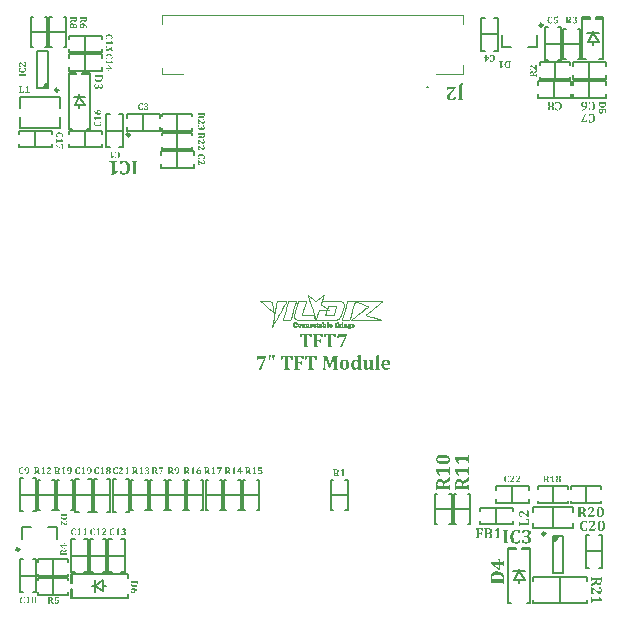
<source format=gto>
G04*
G04 #@! TF.GenerationSoftware,Altium Limited,Altium Designer,19.0.11 (319)*
G04*
G04 Layer_Color=65535*
%FSLAX44Y44*%
%MOMM*%
G71*
G01*
G75*
%ADD10C,0.2500*%
%ADD11C,0.2000*%
%ADD12C,0.1500*%
%ADD13C,0.0640*%
%ADD14C,0.0300*%
%ADD15C,0.1000*%
G36*
X22250Y438750D02*
X25250D01*
Y441750D01*
X25750Y442250D01*
X24250D01*
X23250Y441250D01*
X22250Y438750D01*
D02*
G37*
G36*
X453000Y58750D02*
X458500D01*
Y58250D01*
X454500Y54250D01*
X453000D01*
Y58750D01*
D02*
G37*
G36*
X258452Y227453D02*
X257304D01*
Y227471D01*
X257285Y227490D01*
X257267Y227582D01*
X257211Y227712D01*
X257137Y227879D01*
X256989Y228249D01*
X256896Y228397D01*
X256822Y228527D01*
Y228545D01*
X256785Y228582D01*
X256693Y228693D01*
X256563Y228823D01*
X256378Y228971D01*
X256359D01*
X256322Y228990D01*
X256267Y229027D01*
X256174Y229064D01*
X256045Y229082D01*
X255878Y229119D01*
X255693Y229138D01*
X253860D01*
Y224897D01*
X255063D01*
X255156Y224916D01*
X255341Y224953D01*
X255526Y225009D01*
X255545D01*
X255563Y225027D01*
X255656Y225101D01*
X255767Y225231D01*
X255878Y225416D01*
Y225434D01*
X255896Y225471D01*
X255933Y225527D01*
X255970Y225620D01*
X256007Y225731D01*
X256045Y225879D01*
X256082Y226027D01*
X256119Y226212D01*
X257044D01*
Y222583D01*
X256119D01*
Y222602D01*
X256100Y222675D01*
X256082Y222768D01*
X256045Y222879D01*
X255970Y223157D01*
X255915Y223287D01*
X255859Y223398D01*
Y223416D01*
X255841Y223453D01*
X255767Y223564D01*
X255656Y223694D01*
X255508Y223805D01*
X255471Y223824D01*
X255359Y223861D01*
X255174Y223898D01*
X254934Y223916D01*
X253860D01*
Y220824D01*
Y220805D01*
Y220750D01*
Y220676D01*
Y220583D01*
Y220361D01*
X253878Y220157D01*
Y220120D01*
X253897Y220028D01*
X253934Y219917D01*
X253971Y219787D01*
X253989Y219768D01*
X254026Y219713D01*
X254137Y219565D01*
X254156Y219546D01*
X254211Y219509D01*
X254286Y219454D01*
X254397Y219398D01*
X254434Y219380D01*
X254526Y219361D01*
X254674Y219324D01*
X254878Y219287D01*
Y218750D01*
X250397D01*
Y219287D01*
X250415D01*
X250452Y219305D01*
X250564Y219342D01*
X250730Y219398D01*
X250878Y219454D01*
X250915Y219472D01*
X250989Y219528D01*
X251064Y219620D01*
X251138Y219731D01*
X251156Y219768D01*
X251193Y219842D01*
X251230Y219991D01*
X251249Y220157D01*
Y220176D01*
Y220213D01*
X251267Y220268D01*
Y220342D01*
Y220453D01*
X251286Y220565D01*
Y220842D01*
Y228008D01*
Y228027D01*
Y228082D01*
Y228138D01*
Y228230D01*
Y228453D01*
X251267Y228656D01*
Y228675D01*
Y228712D01*
X251249Y228823D01*
X251212Y228953D01*
X251156Y229101D01*
X251138Y229138D01*
X251082Y229193D01*
X251008Y229286D01*
X250878Y229360D01*
X250841Y229379D01*
X250749Y229434D01*
X250601Y229490D01*
X250397Y229564D01*
Y230101D01*
X258452D01*
Y227453D01*
D02*
G37*
G36*
X269340Y227194D02*
X268210D01*
Y227212D01*
X268191Y227286D01*
X268154Y227379D01*
X268117Y227508D01*
X268025Y227768D01*
X267988Y227897D01*
X267951Y228008D01*
Y228027D01*
X267932Y228064D01*
X267895Y228175D01*
X267821Y228323D01*
X267747Y228471D01*
X267729Y228508D01*
X267673Y228582D01*
X267599Y228675D01*
X267506Y228786D01*
X267488Y228804D01*
X267432Y228860D01*
X267358Y228934D01*
X267247Y228990D01*
X267229Y229008D01*
X267155Y229027D01*
X267043Y229064D01*
X266895Y229101D01*
X266858D01*
X266747Y229119D01*
X266581Y229138D01*
X265747D01*
Y220824D01*
Y220805D01*
Y220750D01*
Y220676D01*
Y220583D01*
Y220361D01*
X265766Y220157D01*
Y220120D01*
X265784Y220028D01*
X265821Y219917D01*
X265858Y219787D01*
X265877Y219768D01*
X265914Y219713D01*
X266025Y219565D01*
X266043Y219546D01*
X266099Y219509D01*
X266173Y219454D01*
X266284Y219398D01*
X266321Y219380D01*
X266414Y219361D01*
X266544Y219324D01*
X266747Y219287D01*
Y218750D01*
X262155D01*
Y219287D01*
X262174D01*
X262211Y219305D01*
X262285D01*
X262359Y219324D01*
X262544Y219380D01*
X262710Y219435D01*
X262729D01*
X262748Y219454D01*
X262822Y219509D01*
X262914Y219602D01*
X263007Y219713D01*
X263025Y219750D01*
X263062Y219842D01*
X263118Y219972D01*
X263136Y220157D01*
Y220176D01*
Y220213D01*
Y220268D01*
X263155Y220342D01*
Y220565D01*
Y220824D01*
Y229138D01*
X262322D01*
X262211Y229119D01*
X261951Y229082D01*
X261822Y229045D01*
X261711Y229008D01*
X261692D01*
X261674Y228990D01*
X261562Y228916D01*
X261414Y228804D01*
X261248Y228638D01*
Y228619D01*
X261211Y228601D01*
X261174Y228545D01*
X261137Y228471D01*
X261081Y228379D01*
X261026Y228249D01*
X260970Y228119D01*
X260914Y227971D01*
Y227953D01*
X260896Y227897D01*
X260877Y227823D01*
X260840Y227731D01*
X260766Y227471D01*
X260692Y227194D01*
X259544D01*
Y230101D01*
X269340D01*
Y227194D01*
D02*
G37*
G36*
X249027D02*
X247897D01*
Y227212D01*
X247879Y227286D01*
X247842Y227379D01*
X247805Y227508D01*
X247712Y227768D01*
X247675Y227897D01*
X247638Y228008D01*
Y228027D01*
X247619Y228064D01*
X247582Y228175D01*
X247508Y228323D01*
X247434Y228471D01*
X247416Y228508D01*
X247360Y228582D01*
X247286Y228675D01*
X247194Y228786D01*
X247175Y228804D01*
X247120Y228860D01*
X247045Y228934D01*
X246934Y228990D01*
X246916Y229008D01*
X246842Y229027D01*
X246731Y229064D01*
X246583Y229101D01*
X246546D01*
X246434Y229119D01*
X246268Y229138D01*
X245434D01*
Y220824D01*
Y220805D01*
Y220750D01*
Y220676D01*
Y220583D01*
Y220361D01*
X245453Y220157D01*
Y220120D01*
X245472Y220028D01*
X245509Y219917D01*
X245546Y219787D01*
X245564Y219768D01*
X245601Y219713D01*
X245712Y219565D01*
X245731Y219546D01*
X245786Y219509D01*
X245860Y219454D01*
X245972Y219398D01*
X246009Y219380D01*
X246101Y219361D01*
X246231Y219324D01*
X246434Y219287D01*
Y218750D01*
X241842D01*
Y219287D01*
X241861D01*
X241898Y219305D01*
X241972D01*
X242046Y219324D01*
X242231Y219380D01*
X242398Y219435D01*
X242416D01*
X242435Y219454D01*
X242509Y219509D01*
X242602Y219602D01*
X242694Y219713D01*
X242713Y219750D01*
X242750Y219842D01*
X242805Y219972D01*
X242824Y220157D01*
Y220176D01*
Y220213D01*
Y220268D01*
X242842Y220342D01*
Y220565D01*
Y220824D01*
Y229138D01*
X242009D01*
X241898Y229119D01*
X241639Y229082D01*
X241509Y229045D01*
X241398Y229008D01*
X241379D01*
X241361Y228990D01*
X241250Y228916D01*
X241102Y228804D01*
X240935Y228638D01*
Y228619D01*
X240898Y228601D01*
X240861Y228545D01*
X240824Y228471D01*
X240768Y228379D01*
X240713Y228249D01*
X240657Y228119D01*
X240602Y227971D01*
Y227953D01*
X240583Y227897D01*
X240565Y227823D01*
X240528Y227731D01*
X240454Y227471D01*
X240380Y227194D01*
X239231D01*
Y230101D01*
X249027D01*
Y227194D01*
D02*
G37*
G36*
X279153Y229564D02*
X274524Y218731D01*
X272821D01*
Y219287D01*
X277005Y227768D01*
Y227879D01*
X273080D01*
X272895Y227860D01*
X272691Y227823D01*
X272654Y227805D01*
X272561Y227786D01*
X272450Y227731D01*
X272321Y227638D01*
X272302Y227619D01*
X272247Y227545D01*
X272173Y227434D01*
X272098Y227305D01*
X272080Y227268D01*
X272061Y227212D01*
X272043Y227157D01*
X272024Y227064D01*
X271987Y226953D01*
X271950Y226805D01*
X271913Y226657D01*
X270950D01*
X271173Y230101D01*
X279153D01*
Y229564D01*
D02*
G37*
G36*
X242364Y208703D02*
X241216D01*
Y208721D01*
X241197Y208740D01*
X241179Y208832D01*
X241123Y208962D01*
X241049Y209129D01*
X240901Y209499D01*
X240808Y209647D01*
X240734Y209777D01*
Y209795D01*
X240697Y209832D01*
X240605Y209943D01*
X240475Y210073D01*
X240290Y210221D01*
X240271D01*
X240234Y210240D01*
X240179Y210277D01*
X240086Y210314D01*
X239956Y210332D01*
X239790Y210369D01*
X239605Y210388D01*
X237771D01*
Y206147D01*
X238975D01*
X239068Y206166D01*
X239253Y206203D01*
X239438Y206259D01*
X239457D01*
X239475Y206277D01*
X239568Y206351D01*
X239679Y206481D01*
X239790Y206666D01*
Y206684D01*
X239808Y206721D01*
X239845Y206777D01*
X239882Y206870D01*
X239919Y206981D01*
X239956Y207129D01*
X239993Y207277D01*
X240031Y207462D01*
X240956D01*
Y203833D01*
X240031D01*
Y203852D01*
X240012Y203925D01*
X239993Y204018D01*
X239956Y204129D01*
X239882Y204407D01*
X239827Y204537D01*
X239771Y204648D01*
Y204666D01*
X239753Y204703D01*
X239679Y204814D01*
X239568Y204944D01*
X239419Y205055D01*
X239382Y205074D01*
X239271Y205111D01*
X239086Y205148D01*
X238846Y205166D01*
X237771D01*
Y202074D01*
Y202055D01*
Y202000D01*
Y201926D01*
Y201833D01*
Y201611D01*
X237790Y201407D01*
Y201370D01*
X237809Y201278D01*
X237846Y201167D01*
X237883Y201037D01*
X237901Y201018D01*
X237938Y200963D01*
X238049Y200815D01*
X238068Y200796D01*
X238123Y200759D01*
X238197Y200704D01*
X238309Y200648D01*
X238346Y200630D01*
X238438Y200611D01*
X238586Y200574D01*
X238790Y200537D01*
Y200000D01*
X234309D01*
Y200537D01*
X234327D01*
X234364Y200555D01*
X234476Y200592D01*
X234642Y200648D01*
X234790Y200704D01*
X234827Y200722D01*
X234902Y200778D01*
X234975Y200870D01*
X235050Y200981D01*
X235068Y201018D01*
X235105Y201092D01*
X235142Y201241D01*
X235161Y201407D01*
Y201426D01*
Y201463D01*
X235179Y201518D01*
Y201592D01*
Y201703D01*
X235198Y201815D01*
Y202092D01*
Y209258D01*
Y209277D01*
Y209332D01*
Y209388D01*
Y209480D01*
Y209703D01*
X235179Y209906D01*
Y209925D01*
Y209962D01*
X235161Y210073D01*
X235124Y210203D01*
X235068Y210351D01*
X235050Y210388D01*
X234994Y210443D01*
X234920Y210536D01*
X234790Y210610D01*
X234753Y210629D01*
X234661Y210684D01*
X234513Y210740D01*
X234309Y210814D01*
Y211351D01*
X242364D01*
Y208703D01*
D02*
G37*
G36*
X253251Y208444D02*
X252122D01*
Y208462D01*
X252103Y208536D01*
X252066Y208629D01*
X252029Y208758D01*
X251937Y209018D01*
X251900Y209147D01*
X251863Y209258D01*
Y209277D01*
X251844Y209314D01*
X251807Y209425D01*
X251733Y209573D01*
X251659Y209721D01*
X251640Y209758D01*
X251585Y209832D01*
X251511Y209925D01*
X251418Y210036D01*
X251400Y210054D01*
X251344Y210110D01*
X251270Y210184D01*
X251159Y210240D01*
X251140Y210258D01*
X251066Y210277D01*
X250955Y210314D01*
X250807Y210351D01*
X250770D01*
X250659Y210369D01*
X250492Y210388D01*
X249659D01*
Y202074D01*
Y202055D01*
Y202000D01*
Y201926D01*
Y201833D01*
Y201611D01*
X249678Y201407D01*
Y201370D01*
X249696Y201278D01*
X249733Y201167D01*
X249770Y201037D01*
X249789Y201018D01*
X249826Y200963D01*
X249937Y200815D01*
X249956Y200796D01*
X250011Y200759D01*
X250085Y200704D01*
X250196Y200648D01*
X250233Y200630D01*
X250326Y200611D01*
X250455Y200574D01*
X250659Y200537D01*
Y200000D01*
X246067D01*
Y200537D01*
X246085D01*
X246122Y200555D01*
X246197D01*
X246271Y200574D01*
X246456Y200630D01*
X246623Y200685D01*
X246641D01*
X246660Y200704D01*
X246734Y200759D01*
X246826Y200852D01*
X246919Y200963D01*
X246937Y201000D01*
X246974Y201092D01*
X247030Y201222D01*
X247048Y201407D01*
Y201426D01*
Y201463D01*
Y201518D01*
X247067Y201592D01*
Y201815D01*
Y202074D01*
Y210388D01*
X246234D01*
X246122Y210369D01*
X245863Y210332D01*
X245734Y210295D01*
X245623Y210258D01*
X245604D01*
X245585Y210240D01*
X245474Y210166D01*
X245326Y210054D01*
X245160Y209888D01*
Y209869D01*
X245123Y209851D01*
X245086Y209795D01*
X245049Y209721D01*
X244993Y209629D01*
X244937Y209499D01*
X244882Y209369D01*
X244826Y209221D01*
Y209203D01*
X244808Y209147D01*
X244789Y209073D01*
X244752Y208981D01*
X244678Y208721D01*
X244604Y208444D01*
X243456D01*
Y211351D01*
X253251D01*
Y208444D01*
D02*
G37*
G36*
X232939D02*
X231809D01*
Y208462D01*
X231791Y208536D01*
X231754Y208629D01*
X231717Y208758D01*
X231624Y209018D01*
X231587Y209147D01*
X231550Y209258D01*
Y209277D01*
X231531Y209314D01*
X231494Y209425D01*
X231420Y209573D01*
X231346Y209721D01*
X231328Y209758D01*
X231272Y209832D01*
X231198Y209925D01*
X231106Y210036D01*
X231087Y210054D01*
X231031Y210110D01*
X230957Y210184D01*
X230846Y210240D01*
X230828Y210258D01*
X230754Y210277D01*
X230643Y210314D01*
X230494Y210351D01*
X230457D01*
X230346Y210369D01*
X230180Y210388D01*
X229347D01*
Y202074D01*
Y202055D01*
Y202000D01*
Y201926D01*
Y201833D01*
Y201611D01*
X229365Y201407D01*
Y201370D01*
X229384Y201278D01*
X229421Y201167D01*
X229458Y201037D01*
X229476Y201018D01*
X229513Y200963D01*
X229624Y200815D01*
X229643Y200796D01*
X229698Y200759D01*
X229772Y200704D01*
X229883Y200648D01*
X229921Y200630D01*
X230013Y200611D01*
X230143Y200574D01*
X230346Y200537D01*
Y200000D01*
X225754D01*
Y200537D01*
X225773D01*
X225810Y200555D01*
X225884D01*
X225958Y200574D01*
X226143Y200630D01*
X226310Y200685D01*
X226328D01*
X226347Y200704D01*
X226421Y200759D01*
X226513Y200852D01*
X226606Y200963D01*
X226625Y201000D01*
X226662Y201092D01*
X226717Y201222D01*
X226736Y201407D01*
Y201426D01*
Y201463D01*
Y201518D01*
X226754Y201592D01*
Y201815D01*
Y202074D01*
Y210388D01*
X225921D01*
X225810Y210369D01*
X225551Y210332D01*
X225421Y210295D01*
X225310Y210258D01*
X225291D01*
X225273Y210240D01*
X225162Y210166D01*
X225014Y210054D01*
X224847Y209888D01*
Y209869D01*
X224810Y209851D01*
X224773Y209795D01*
X224736Y209721D01*
X224680Y209629D01*
X224625Y209499D01*
X224569Y209369D01*
X224514Y209221D01*
Y209203D01*
X224495Y209147D01*
X224477Y209073D01*
X224440Y208981D01*
X224366Y208721D01*
X224291Y208444D01*
X223143D01*
Y211351D01*
X232939D01*
Y208444D01*
D02*
G37*
G36*
X290488Y202426D02*
Y202407D01*
Y202315D01*
Y202204D01*
Y202074D01*
Y201778D01*
X290507Y201630D01*
Y201500D01*
Y201481D01*
Y201444D01*
X290525Y201333D01*
X290562Y201167D01*
X290599Y201018D01*
X290618Y201000D01*
X290655Y200926D01*
X290729Y200833D01*
X290840Y200741D01*
X290877Y200722D01*
X290970Y200685D01*
X291044Y200648D01*
X291136Y200611D01*
X291266Y200592D01*
X291396Y200555D01*
Y200000D01*
X289137Y199926D01*
X288118D01*
X288192Y201111D01*
X288081Y201129D01*
X288063Y201111D01*
X287970Y201037D01*
X287859Y200926D01*
X287692Y200778D01*
X287507Y200630D01*
X287285Y200481D01*
X287044Y200315D01*
X286803Y200185D01*
X286766Y200167D01*
X286692Y200130D01*
X286563Y200093D01*
X286396Y200037D01*
X286211Y199963D01*
X286007Y199926D01*
X285767Y199889D01*
X285544Y199870D01*
X285396D01*
X285304Y199889D01*
X285174Y199907D01*
X285026Y199926D01*
X284693Y200000D01*
X284322Y200130D01*
X283952Y200315D01*
X283767Y200426D01*
X283582Y200574D01*
X283415Y200722D01*
X283267Y200907D01*
Y200926D01*
X283230Y200963D01*
X283193Y201018D01*
X283156Y201111D01*
X283100Y201204D01*
X283026Y201352D01*
X282971Y201500D01*
X282896Y201685D01*
X282822Y201889D01*
X282767Y202129D01*
X282693Y202389D01*
X282637Y202666D01*
X282600Y202963D01*
X282563Y203296D01*
X282526Y203666D01*
Y204037D01*
Y204055D01*
Y204092D01*
Y204166D01*
Y204277D01*
X282545Y204388D01*
Y204537D01*
X282582Y204870D01*
X282637Y205240D01*
X282711Y205629D01*
X282822Y206036D01*
X282971Y206407D01*
Y206425D01*
X282989Y206444D01*
X283026Y206499D01*
X283063Y206573D01*
X283174Y206740D01*
X283322Y206962D01*
X283507Y207203D01*
X283748Y207444D01*
X284026Y207684D01*
X284341Y207888D01*
X284359D01*
X284378Y207907D01*
X284433Y207944D01*
X284507Y207962D01*
X284693Y208055D01*
X284952Y208147D01*
X285267Y208221D01*
X285637Y208314D01*
X286063Y208370D01*
X286526Y208388D01*
X286748D01*
X286970Y208370D01*
X287229Y208333D01*
X287303D01*
X287377Y208314D01*
X287470Y208295D01*
X287600Y208277D01*
X287748Y208240D01*
X288081Y208166D01*
Y208925D01*
Y208944D01*
Y208962D01*
Y209073D01*
Y209221D01*
Y209425D01*
X288063Y209832D01*
Y210018D01*
X288044Y210184D01*
Y210203D01*
Y210240D01*
X288026Y210314D01*
Y210388D01*
X287989Y210573D01*
X287933Y210740D01*
Y210758D01*
X287915Y210777D01*
X287878Y210851D01*
X287803Y210962D01*
X287692Y211054D01*
X287655Y211073D01*
X287618Y211091D01*
X287563Y211129D01*
X287489Y211147D01*
X287396Y211184D01*
X287285Y211203D01*
X287137Y211240D01*
Y211795D01*
X289433Y211906D01*
X290488D01*
Y202426D01*
D02*
G37*
G36*
X217292Y207851D02*
X216089D01*
X215755Y211906D01*
X217940D01*
X217292Y207851D01*
D02*
G37*
G36*
X214218D02*
X213015D01*
X212682Y211906D01*
X214885D01*
X214218Y207851D01*
D02*
G37*
G36*
X271194Y210814D02*
X271175D01*
X271120Y210795D01*
X271046Y210758D01*
X270953Y210740D01*
X270750Y210647D01*
X270657Y210592D01*
X270583Y210536D01*
X270564Y210517D01*
X270509Y210425D01*
X270435Y210314D01*
X270379Y210147D01*
Y210129D01*
Y210092D01*
X270361Y210036D01*
Y209943D01*
X270342Y209832D01*
Y209684D01*
X270324Y209499D01*
Y209277D01*
Y202074D01*
Y202055D01*
Y202000D01*
Y201907D01*
Y201796D01*
X270342Y201537D01*
Y201389D01*
X270361Y201278D01*
Y201259D01*
X270379Y201222D01*
X270416Y201111D01*
X270472Y200963D01*
X270564Y200815D01*
X270602Y200796D01*
X270639Y200759D01*
X270713Y200722D01*
X270787Y200685D01*
X270898Y200630D01*
X271027Y200592D01*
X271194Y200537D01*
Y200000D01*
X266935D01*
Y200537D01*
X266954D01*
X266991Y200555D01*
X267046Y200574D01*
X267139Y200611D01*
X267287Y200667D01*
X267380Y200685D01*
X267435Y200722D01*
X267454Y200741D01*
X267528Y200778D01*
X267583Y200833D01*
X267657Y200907D01*
X267676Y200926D01*
X267694Y201000D01*
X267731Y201111D01*
X267768Y201278D01*
Y201296D01*
Y201333D01*
X267787Y201389D01*
Y201463D01*
Y201574D01*
X267806Y201722D01*
Y201889D01*
Y202092D01*
Y206166D01*
Y206203D01*
Y206296D01*
Y206425D01*
Y206629D01*
Y206851D01*
Y207129D01*
X267824Y207425D01*
Y207759D01*
Y207777D01*
Y207796D01*
Y207907D01*
X267843Y208073D01*
Y208277D01*
X267861Y208703D01*
X267880Y208888D01*
Y209055D01*
X267713D01*
Y209036D01*
X267694Y208999D01*
X267676Y208925D01*
X267639Y208851D01*
X267565Y208647D01*
X267491Y208407D01*
Y208388D01*
X267472Y208351D01*
X267435Y208258D01*
X267398Y208147D01*
X267342Y207981D01*
X267269Y207796D01*
X267194Y207555D01*
X267083Y207258D01*
X264843Y201241D01*
X263380D01*
X261028Y207999D01*
Y208018D01*
X260991Y208092D01*
X260954Y208203D01*
X260899Y208351D01*
X260843Y208536D01*
X260788Y208721D01*
X260658Y209147D01*
X260510D01*
Y209129D01*
Y209092D01*
Y209018D01*
X260528Y208906D01*
Y208777D01*
X260547Y208610D01*
Y208425D01*
X260565Y208221D01*
Y207999D01*
Y207759D01*
X260584Y207481D01*
Y207203D01*
X260602Y206573D01*
Y205888D01*
Y202055D01*
Y202037D01*
Y201963D01*
Y201852D01*
Y201722D01*
X260621Y201444D01*
X260639Y201315D01*
X260658Y201204D01*
Y201185D01*
X260677Y201167D01*
X260714Y201056D01*
X260769Y200926D01*
X260880Y200796D01*
X260899D01*
X260917Y200778D01*
X260954Y200741D01*
X261028Y200704D01*
X261102Y200667D01*
X261213Y200630D01*
X261343Y200574D01*
X261491Y200537D01*
Y200000D01*
X258344D01*
Y200537D01*
X258362D01*
X258399Y200555D01*
X258455Y200574D01*
X258529Y200592D01*
X258677Y200648D01*
X258825Y200722D01*
X258862Y200741D01*
X258936Y200796D01*
X259029Y200870D01*
X259103Y200981D01*
X259121Y201018D01*
X259158Y201092D01*
X259195Y201241D01*
X259214Y201407D01*
Y201426D01*
Y201463D01*
Y201518D01*
X259232Y201592D01*
Y201685D01*
Y201796D01*
Y202074D01*
Y209277D01*
Y209314D01*
Y209388D01*
Y209480D01*
Y209629D01*
X259214Y209906D01*
X259195Y210036D01*
X259177Y210129D01*
Y210147D01*
Y210166D01*
X259140Y210277D01*
X259084Y210388D01*
X258973Y210517D01*
X258936Y210536D01*
X258899Y210573D01*
X258843Y210610D01*
X258751Y210647D01*
X258640Y210703D01*
X258510Y210758D01*
X258344Y210814D01*
Y211351D01*
X262491D01*
X264787Y204518D01*
X267287Y211351D01*
X271194D01*
Y210814D01*
D02*
G37*
G36*
X300672Y202426D02*
Y202407D01*
Y202315D01*
Y202204D01*
Y202074D01*
Y201778D01*
X300691Y201630D01*
Y201500D01*
Y201481D01*
Y201444D01*
X300709Y201333D01*
X300746Y201167D01*
X300784Y201018D01*
X300802Y201000D01*
X300839Y200926D01*
X300913Y200833D01*
X301024Y200741D01*
X301061Y200722D01*
X301154Y200685D01*
X301228Y200648D01*
X301320Y200611D01*
X301450Y200592D01*
X301580Y200555D01*
Y200000D01*
X299321Y199926D01*
X298302D01*
X298376Y201111D01*
X298284Y201148D01*
X298247Y201111D01*
X298154Y201037D01*
X298006Y200907D01*
X297821Y200759D01*
X297599Y200592D01*
X297376Y200426D01*
X297136Y200278D01*
X296895Y200148D01*
X296877Y200130D01*
X296803Y200111D01*
X296673Y200056D01*
X296525Y200019D01*
X296339Y199963D01*
X296136Y199907D01*
X295914Y199889D01*
X295673Y199870D01*
X295525D01*
X295377Y199889D01*
X295173Y199907D01*
X294951Y199944D01*
X294710Y200000D01*
X294488Y200074D01*
X294266Y200185D01*
X294247Y200204D01*
X294173Y200241D01*
X294081Y200333D01*
X293969Y200426D01*
X293840Y200574D01*
X293710Y200741D01*
X293599Y200926D01*
X293488Y201148D01*
Y201185D01*
X293451Y201259D01*
X293414Y201407D01*
X293377Y201592D01*
X293340Y201833D01*
X293303Y202111D01*
X293284Y202444D01*
X293266Y202796D01*
Y205851D01*
Y205870D01*
Y205925D01*
Y206018D01*
Y206110D01*
Y206351D01*
X293247Y206462D01*
Y206555D01*
Y206573D01*
Y206592D01*
Y206703D01*
X293229Y206833D01*
X293210Y206944D01*
Y206962D01*
X293192Y207036D01*
X293173Y207110D01*
X293136Y207203D01*
Y207222D01*
X293118Y207277D01*
X293025Y207407D01*
X293007Y207425D01*
X292969Y207462D01*
X292896Y207518D01*
X292803Y207573D01*
X292784Y207592D01*
X292710Y207610D01*
X292599Y207666D01*
X292432Y207703D01*
Y208258D01*
X295673D01*
Y203629D01*
Y203592D01*
Y203500D01*
Y203351D01*
Y203166D01*
X295692Y202981D01*
Y202759D01*
X295710Y202555D01*
X295728Y202370D01*
Y202352D01*
X295747Y202296D01*
Y202222D01*
X295765Y202111D01*
X295840Y201889D01*
X295914Y201667D01*
Y201648D01*
X295932Y201630D01*
X296006Y201518D01*
X296117Y201389D01*
X296266Y201278D01*
X296284D01*
X296303Y201259D01*
X296414Y201222D01*
X296562Y201185D01*
X296784Y201167D01*
X296840D01*
X296895Y201185D01*
X296988D01*
X297191Y201241D01*
X297432Y201352D01*
X297451Y201370D01*
X297488Y201389D01*
X297562Y201426D01*
X297636Y201500D01*
X297821Y201667D01*
X298006Y201889D01*
X298025Y201907D01*
X298043Y201944D01*
X298080Y202018D01*
X298136Y202111D01*
X298210Y202352D01*
X298228Y202481D01*
X298247Y202629D01*
Y205851D01*
Y205870D01*
Y205944D01*
Y206055D01*
Y206185D01*
X298228Y206481D01*
Y206610D01*
X298210Y206740D01*
Y206759D01*
Y206796D01*
X298191Y206907D01*
X298173Y207055D01*
X298117Y207203D01*
X298099Y207240D01*
X298080Y207295D01*
X298006Y207388D01*
X297913Y207481D01*
X297876Y207499D01*
X297802Y207555D01*
X297636Y207629D01*
X297543Y207666D01*
X297414Y207703D01*
Y208258D01*
X300672D01*
Y202426D01*
D02*
G37*
G36*
X305913Y202389D02*
Y202352D01*
Y202259D01*
Y202129D01*
Y201963D01*
X305931Y201592D01*
X305950Y201426D01*
X305968Y201296D01*
Y201278D01*
X305987Y201241D01*
X306024Y201129D01*
X306079Y200963D01*
X306172Y200815D01*
X306209Y200796D01*
X306246Y200759D01*
X306301Y200722D01*
X306376Y200667D01*
X306468Y200630D01*
X306598Y200574D01*
X306746Y200537D01*
Y200000D01*
X302672D01*
Y200537D01*
X302691D01*
X302709Y200555D01*
X302820Y200574D01*
X302931Y200611D01*
X303061Y200667D01*
X303080Y200685D01*
X303154Y200722D01*
X303209Y200778D01*
X303283Y200852D01*
X303302Y200870D01*
X303320Y200926D01*
X303376Y201018D01*
X303413Y201129D01*
X303431Y201167D01*
X303450Y201241D01*
X303468Y201389D01*
X303487Y201574D01*
Y201592D01*
Y201630D01*
Y201703D01*
X303505Y201796D01*
Y201907D01*
Y202037D01*
Y202204D01*
Y202389D01*
Y208888D01*
Y208925D01*
Y208999D01*
Y209129D01*
Y209295D01*
Y209647D01*
X303487Y209795D01*
Y209943D01*
Y209962D01*
Y209999D01*
Y210054D01*
Y210147D01*
X303468Y210314D01*
X303450Y210499D01*
Y210517D01*
Y210536D01*
X303413Y210629D01*
X303376Y210758D01*
X303320Y210869D01*
X303302Y210888D01*
X303265Y210962D01*
X303191Y211017D01*
X303080Y211091D01*
X303043Y211110D01*
X302950Y211147D01*
X302802Y211203D01*
X302580Y211258D01*
Y211795D01*
X304876Y211906D01*
X305913D01*
Y202389D01*
D02*
G37*
G36*
X210774Y210814D02*
X206145Y199981D01*
X204442D01*
Y200537D01*
X208626Y209018D01*
Y209129D01*
X204701D01*
X204516Y209110D01*
X204312Y209073D01*
X204275Y209055D01*
X204182Y209036D01*
X204071Y208981D01*
X203942Y208888D01*
X203923Y208869D01*
X203868Y208795D01*
X203794Y208684D01*
X203720Y208555D01*
X203701Y208518D01*
X203682Y208462D01*
X203664Y208407D01*
X203645Y208314D01*
X203608Y208203D01*
X203571Y208055D01*
X203534Y207907D01*
X202572D01*
X202794Y211351D01*
X210774D01*
Y210814D01*
D02*
G37*
G36*
X312634Y208370D02*
X312838Y208351D01*
X313060Y208314D01*
X313282Y208258D01*
X313504Y208203D01*
X313523D01*
X313597Y208166D01*
X313708Y208129D01*
X313838Y208073D01*
X314004Y208018D01*
X314153Y207925D01*
X314486Y207721D01*
X314504Y207703D01*
X314560Y207666D01*
X314634Y207592D01*
X314727Y207518D01*
X314838Y207407D01*
X314949Y207277D01*
X315171Y206962D01*
X315189Y206944D01*
X315226Y206870D01*
X315282Y206759D01*
X315356Y206629D01*
X315430Y206444D01*
X315504Y206240D01*
X315578Y206018D01*
X315634Y205777D01*
Y205740D01*
X315652Y205648D01*
X315689Y205499D01*
X315726Y205296D01*
X315745Y205055D01*
X315782Y204777D01*
X315800Y204444D01*
X315819Y204092D01*
X310542D01*
Y204074D01*
Y204018D01*
Y203944D01*
Y203852D01*
X310560Y203722D01*
X310579Y203574D01*
X310616Y203259D01*
X310671Y202889D01*
X310764Y202518D01*
X310894Y202166D01*
X311060Y201870D01*
X311079Y201833D01*
X311153Y201759D01*
X311282Y201648D01*
X311468Y201518D01*
X311690Y201389D01*
X311968Y201278D01*
X312301Y201204D01*
X312690Y201167D01*
X312801D01*
X312912Y201185D01*
X313060Y201204D01*
X313245Y201222D01*
X313430Y201278D01*
X313634Y201333D01*
X313819Y201407D01*
X313838Y201426D01*
X313912Y201463D01*
X314023Y201518D01*
X314153Y201611D01*
X314319Y201722D01*
X314504Y201870D01*
X314708Y202037D01*
X314930Y202241D01*
X315597Y201500D01*
Y201481D01*
X315560Y201463D01*
X315449Y201352D01*
X315282Y201204D01*
X315060Y201018D01*
X314819Y200796D01*
X314523Y200592D01*
X314227Y200407D01*
X313912Y200241D01*
X313875Y200222D01*
X313764Y200185D01*
X313597Y200130D01*
X313356Y200056D01*
X313078Y199981D01*
X312764Y199926D01*
X312393Y199889D01*
X312005Y199870D01*
X311819D01*
X311690Y199889D01*
X311523Y199907D01*
X311338Y199926D01*
X311134Y199963D01*
X310912Y200000D01*
X310431Y200130D01*
X310190Y200222D01*
X309949Y200315D01*
X309708Y200444D01*
X309486Y200574D01*
X309283Y200741D01*
X309079Y200926D01*
X309060Y200944D01*
X309042Y200981D01*
X308986Y201037D01*
X308931Y201129D01*
X308857Y201241D01*
X308764Y201370D01*
X308672Y201537D01*
X308598Y201722D01*
X308505Y201926D01*
X308412Y202166D01*
X308320Y202426D01*
X308246Y202703D01*
X308190Y203000D01*
X308135Y203333D01*
X308116Y203703D01*
X308098Y204074D01*
Y204092D01*
Y204129D01*
Y204203D01*
Y204296D01*
X308116Y204426D01*
Y204555D01*
X308153Y204870D01*
X308227Y205240D01*
X308301Y205629D01*
X308431Y206018D01*
X308598Y206388D01*
Y206407D01*
X308616Y206425D01*
X308653Y206481D01*
X308690Y206555D01*
X308820Y206721D01*
X308968Y206944D01*
X309172Y207184D01*
X309431Y207425D01*
X309708Y207666D01*
X310042Y207870D01*
X310060D01*
X310079Y207888D01*
X310134Y207925D01*
X310208Y207944D01*
X310394Y208036D01*
X310653Y208129D01*
X310968Y208221D01*
X311338Y208314D01*
X311745Y208370D01*
X312190Y208388D01*
X312467D01*
X312634Y208370D01*
D02*
G37*
G36*
X277230D02*
X277397Y208351D01*
X277582Y208333D01*
X277804Y208295D01*
X278027Y208258D01*
X278527Y208129D01*
X278786Y208036D01*
X279027Y207944D01*
X279267Y207814D01*
X279508Y207666D01*
X279730Y207499D01*
X279934Y207314D01*
X279952Y207295D01*
X279971Y207258D01*
X280026Y207203D01*
X280100Y207110D01*
X280175Y206999D01*
X280267Y206870D01*
X280360Y206721D01*
X280452Y206536D01*
X280545Y206333D01*
X280637Y206092D01*
X280730Y205851D01*
X280804Y205574D01*
X280878Y205259D01*
X280934Y204944D01*
X280952Y204592D01*
X280971Y204222D01*
Y204203D01*
Y204166D01*
Y204074D01*
Y203981D01*
X280952Y203852D01*
Y203703D01*
X280915Y203370D01*
X280841Y202981D01*
X280749Y202574D01*
X280619Y202166D01*
X280452Y201778D01*
Y201759D01*
X280434Y201741D01*
X280360Y201630D01*
X280249Y201444D01*
X280082Y201241D01*
X279878Y201000D01*
X279638Y200759D01*
X279341Y200537D01*
X279008Y200333D01*
X278990D01*
X278971Y200315D01*
X278915Y200296D01*
X278841Y200259D01*
X278749Y200222D01*
X278638Y200185D01*
X278378Y200111D01*
X278045Y200019D01*
X277656Y199944D01*
X277230Y199889D01*
X276768Y199870D01*
X276564D01*
X276453Y199889D01*
X276342D01*
X276045Y199926D01*
X275712Y199981D01*
X275360Y200056D01*
X275008Y200148D01*
X274657Y200296D01*
X274638D01*
X274620Y200315D01*
X274508Y200370D01*
X274342Y200481D01*
X274157Y200630D01*
X273934Y200815D01*
X273694Y201056D01*
X273472Y201333D01*
X273268Y201667D01*
Y201685D01*
X273249Y201703D01*
X273231Y201759D01*
X273194Y201833D01*
X273157Y201926D01*
X273101Y202037D01*
X273027Y202315D01*
X272935Y202666D01*
X272842Y203074D01*
X272786Y203537D01*
X272768Y204055D01*
Y204074D01*
Y204111D01*
Y204166D01*
Y204240D01*
X272786Y204463D01*
X272805Y204722D01*
X272842Y205018D01*
X272897Y205351D01*
X272972Y205685D01*
X273083Y205999D01*
Y206018D01*
X273101Y206036D01*
X273138Y206129D01*
X273212Y206277D01*
X273305Y206481D01*
X273435Y206684D01*
X273583Y206907D01*
X273749Y207129D01*
X273934Y207333D01*
X273953Y207351D01*
X274027Y207425D01*
X274157Y207518D01*
X274305Y207629D01*
X274508Y207759D01*
X274731Y207888D01*
X274971Y208018D01*
X275249Y208129D01*
X275286Y208147D01*
X275379Y208166D01*
X275545Y208203D01*
X275749Y208258D01*
X275990Y208314D01*
X276268Y208351D01*
X276564Y208370D01*
X276897Y208388D01*
X277082D01*
X277230Y208370D01*
D02*
G37*
G36*
X158418Y414902D02*
X158408Y414791D01*
X158399Y414662D01*
X158390Y414523D01*
X158371Y414375D01*
X158353Y414246D01*
Y414227D01*
X158344Y414190D01*
X158325Y414125D01*
X158307Y414042D01*
X158270Y413950D01*
X158233Y413848D01*
X158140Y413645D01*
X158131Y413635D01*
X158122Y413608D01*
X158094Y413571D01*
X158066Y413515D01*
X157964Y413404D01*
X157844Y413284D01*
X157835Y413275D01*
X157817Y413256D01*
X157780Y413228D01*
X157724Y413192D01*
X157669Y413155D01*
X157595Y413118D01*
X157437Y413053D01*
X157428D01*
X157401Y413044D01*
X157345Y413025D01*
X157280Y413007D01*
X157206Y412997D01*
X157114Y412979D01*
X157003Y412970D01*
X156892D01*
X156874D01*
X156827D01*
X156744Y412979D01*
X156652Y412988D01*
X156541Y413007D01*
X156420Y413034D01*
X156300Y413071D01*
X156189Y413118D01*
X156180Y413127D01*
X156143Y413145D01*
X156088Y413173D01*
X156023Y413219D01*
X155949Y413275D01*
X155866Y413340D01*
X155782Y413413D01*
X155709Y413497D01*
X155699Y413506D01*
X155672Y413543D01*
X155635Y413598D01*
X155588Y413663D01*
X155533Y413755D01*
X155477Y413867D01*
X155413Y413996D01*
X155348Y414144D01*
X155302D01*
X155293Y414135D01*
X155274Y414088D01*
X155246Y414033D01*
X155209Y413968D01*
X155163Y413885D01*
X155098Y413802D01*
X155034Y413719D01*
X154950Y413645D01*
X154941Y413635D01*
X154914Y413608D01*
X154858Y413571D01*
X154793Y413524D01*
X154719Y413469D01*
X154618Y413404D01*
X154507Y413340D01*
X154387Y413275D01*
X153822Y413016D01*
X153804Y413007D01*
X153758Y412988D01*
X153693Y412951D01*
X153610Y412905D01*
X153425Y412794D01*
X153333Y412729D01*
X153249Y412665D01*
X153240Y412655D01*
X153222Y412637D01*
X153184Y412600D01*
X153147Y412544D01*
X153111Y412489D01*
X153074Y412415D01*
X153046Y412341D01*
X153018Y412258D01*
X152750D01*
Y413857D01*
X152768Y413867D01*
X152815Y413904D01*
X152889Y413950D01*
X153000Y414014D01*
X153138Y414098D01*
X153305Y414190D01*
X153508Y414292D01*
X153739Y414403D01*
X154442Y414726D01*
X154460Y414736D01*
X154497Y414754D01*
X154553Y414782D01*
X154618Y414809D01*
X154766Y414893D01*
X154839Y414939D01*
X154895Y414976D01*
X154904D01*
X154914Y414994D01*
X154969Y415041D01*
X155024Y415105D01*
X155071Y415189D01*
Y415198D01*
X155080Y415207D01*
X155089Y415235D01*
X155098Y415272D01*
X155108Y415318D01*
X155117Y415383D01*
X155126Y415448D01*
Y415771D01*
X153785D01*
X153776D01*
X153739D01*
X153684D01*
X153619D01*
X153471Y415762D01*
X153406Y415753D01*
X153351Y415743D01*
X153342D01*
X153333Y415734D01*
X153277Y415716D01*
X153212Y415679D01*
X153147Y415632D01*
X153138Y415614D01*
X153120Y415595D01*
X153101Y415558D01*
X153083Y415521D01*
X153064Y415466D01*
X153037Y415401D01*
X153018Y415318D01*
X152750D01*
Y417500D01*
X153018D01*
Y417491D01*
X153027Y417472D01*
X153046Y417417D01*
X153074Y417334D01*
X153111Y417260D01*
X153120Y417241D01*
X153147Y417204D01*
X153184Y417167D01*
X153240Y417130D01*
X153258Y417121D01*
X153295Y417102D01*
X153369Y417084D01*
X153453Y417075D01*
X153462D01*
X153480D01*
X153508Y417066D01*
X153545D01*
X153656Y417056D01*
X153785D01*
X157373D01*
X157382D01*
X157410D01*
X157437D01*
X157484D01*
X157595D01*
X157696Y417066D01*
X157706D01*
X157724D01*
X157780Y417075D01*
X157844Y417093D01*
X157918Y417121D01*
X157937Y417130D01*
X157964Y417158D01*
X158011Y417195D01*
X158048Y417260D01*
X158057Y417278D01*
X158085Y417324D01*
X158112Y417398D01*
X158149Y417500D01*
X158418D01*
Y414902D01*
D02*
G37*
G36*
X153037Y411814D02*
X153092Y411786D01*
X153166Y411749D01*
X153277Y411694D01*
X153406Y411620D01*
X153554Y411537D01*
X153712Y411435D01*
X153887Y411324D01*
X153896D01*
X153906Y411306D01*
X153933Y411287D01*
X153970Y411269D01*
X154063Y411194D01*
X154192Y411093D01*
X154349Y410982D01*
X154516Y410843D01*
X154710Y410686D01*
X154914Y410510D01*
X154923Y410501D01*
X154941Y410492D01*
X154969Y410464D01*
X155006Y410436D01*
X155098Y410353D01*
X155219Y410261D01*
X155357Y410150D01*
X155505Y410039D01*
X155644Y409928D01*
X155782Y409835D01*
X155801Y409826D01*
X155838Y409798D01*
X155903Y409752D01*
X155995Y409697D01*
X156088Y409641D01*
X156199Y409586D01*
X156319Y409530D01*
X156430Y409484D01*
X156448Y409475D01*
X156485Y409466D01*
X156541Y409447D01*
X156624Y409419D01*
X156716Y409401D01*
X156827Y409382D01*
X156938Y409373D01*
X157058Y409364D01*
X157068D01*
X157077D01*
X157132D01*
X157216Y409373D01*
X157317Y409392D01*
X157428Y409410D01*
X157549Y409447D01*
X157669Y409503D01*
X157770Y409567D01*
X157780Y409576D01*
X157817Y409604D01*
X157854Y409650D01*
X157909Y409715D01*
X157955Y409789D01*
X158001Y409891D01*
X158029Y409993D01*
X158039Y410122D01*
Y410177D01*
X158029Y410242D01*
X158011Y410316D01*
X157983Y410399D01*
X157937Y410492D01*
X157881Y410584D01*
X157798Y410677D01*
X157789Y410686D01*
X157752Y410714D01*
X157696Y410751D01*
X157622Y410797D01*
X157521Y410843D01*
X157391Y410899D01*
X157234Y410945D01*
X157058Y410991D01*
Y411740D01*
X158039D01*
Y411731D01*
X158048Y411721D01*
X158057Y411694D01*
X158076Y411657D01*
X158103Y411564D01*
X158149Y411453D01*
X158196Y411324D01*
X158242Y411185D01*
X158288Y411065D01*
X158325Y410945D01*
Y410936D01*
X158344Y410899D01*
X158353Y410843D01*
X158371Y410769D01*
X158390Y410677D01*
X158408Y410584D01*
X158445Y410381D01*
Y410372D01*
X158455Y410335D01*
X158464Y410270D01*
X158473Y410196D01*
Y410103D01*
X158482Y410002D01*
X158491Y409891D01*
Y409669D01*
X158482Y409613D01*
Y409558D01*
X158473Y409419D01*
X158455Y409262D01*
X158418Y409096D01*
X158381Y408929D01*
X158325Y408772D01*
X158316Y408754D01*
X158297Y408707D01*
X158260Y408643D01*
X158205Y408559D01*
X158140Y408467D01*
X158066Y408375D01*
X157974Y408291D01*
X157872Y408217D01*
X157863Y408208D01*
X157826Y408190D01*
X157761Y408162D01*
X157687Y408125D01*
X157595Y408097D01*
X157484Y408069D01*
X157364Y408051D01*
X157225Y408042D01*
X157206D01*
X157169D01*
X157105Y408051D01*
X157022Y408060D01*
X156929Y408069D01*
X156827Y408088D01*
X156716Y408125D01*
X156605Y408162D01*
X156596Y408171D01*
X156559Y408190D01*
X156495Y408217D01*
X156420Y408264D01*
X156328Y408319D01*
X156217Y408393D01*
X156097Y408485D01*
X155968Y408587D01*
X155949Y408596D01*
X155903Y408643D01*
X155820Y408717D01*
X155699Y408828D01*
X155561Y408966D01*
X155376Y409142D01*
X155274Y409244D01*
X155172Y409355D01*
X155052Y409475D01*
X154932Y409604D01*
X154923Y409613D01*
X154876Y409660D01*
X154812Y409715D01*
X154738Y409798D01*
X154636Y409891D01*
X154534Y409993D01*
X154303Y410205D01*
X154294Y410215D01*
X154248Y410252D01*
X154192Y410298D01*
X154128Y410362D01*
X153961Y410492D01*
X153878Y410557D01*
X153804Y410612D01*
X153767D01*
Y409040D01*
X153776Y408985D01*
X153785Y408855D01*
X153795Y408791D01*
X153804Y408735D01*
Y408726D01*
X153813Y408707D01*
X153832Y408652D01*
X153878Y408587D01*
X153933Y408522D01*
X153943D01*
X153952Y408513D01*
X153980Y408495D01*
X154007Y408476D01*
X154054Y408458D01*
X154109Y408439D01*
X154165Y408412D01*
X154239Y408393D01*
Y407922D01*
X152750Y408014D01*
Y411823D01*
X153018D01*
X153027D01*
X153037Y411814D01*
D02*
G37*
G36*
X154044Y405943D02*
X154035D01*
X154026Y405934D01*
X153970Y405924D01*
X153887Y405897D01*
X153785Y405860D01*
X153674Y405804D01*
X153554Y405749D01*
X153453Y405684D01*
X153360Y405610D01*
X153351Y405601D01*
X153323Y405573D01*
X153295Y405518D01*
X153258Y405453D01*
X153212Y405370D01*
X153184Y405268D01*
X153157Y405157D01*
X153147Y405028D01*
Y404991D01*
X153157Y404944D01*
X153166Y404889D01*
X153184Y404824D01*
X153203Y404750D01*
X153240Y404667D01*
X153286Y404584D01*
X153342Y404510D01*
X153416Y404427D01*
X153499Y404353D01*
X153610Y404288D01*
X153730Y404233D01*
X153878Y404186D01*
X154044Y404159D01*
X154239Y404149D01*
X154248D01*
X154266D01*
X154294D01*
X154331D01*
X154442Y404168D01*
X154562Y404186D01*
X154710Y404223D01*
X154849Y404279D01*
X154987Y404362D01*
X155108Y404464D01*
X155117Y404482D01*
X155154Y404519D01*
X155200Y404593D01*
X155255Y404695D01*
X155302Y404824D01*
X155348Y404981D01*
X155385Y405176D01*
X155394Y405397D01*
Y405730D01*
X155866D01*
Y405693D01*
X155875Y405656D01*
Y405610D01*
X155884Y405545D01*
X155893Y405481D01*
X155921Y405314D01*
X155958Y405139D01*
X156014Y404954D01*
X156097Y404787D01*
X156199Y404630D01*
X156217Y404612D01*
X156254Y404575D01*
X156328Y404510D01*
X156430Y404436D01*
X156559Y404371D01*
X156716Y404306D01*
X156892Y404269D01*
X157105Y404251D01*
X157114D01*
X157123D01*
X157179D01*
X157262Y404260D01*
X157364Y404279D01*
X157474Y404297D01*
X157595Y404334D01*
X157706Y404380D01*
X157798Y404445D01*
X157807Y404454D01*
X157835Y404482D01*
X157872Y404519D01*
X157918Y404584D01*
X157964Y404658D01*
X158001Y404750D01*
X158029Y404861D01*
X158039Y404991D01*
Y405065D01*
X158029Y405111D01*
X158001Y405240D01*
X157946Y405370D01*
Y405379D01*
X157928Y405397D01*
X157909Y405425D01*
X157872Y405471D01*
X157826Y405518D01*
X157770Y405564D01*
X157706Y405619D01*
X157632Y405675D01*
X157622Y405684D01*
X157595Y405693D01*
X157539Y405721D01*
X157474Y405749D01*
X157391Y405777D01*
X157290Y405814D01*
X157179Y405841D01*
X157049Y405869D01*
Y406618D01*
X158039D01*
X158048Y406609D01*
X158057Y406572D01*
X158085Y406516D01*
X158112Y406442D01*
X158140Y406350D01*
X158186Y406239D01*
X158223Y406119D01*
X158270Y405980D01*
X158307Y405841D01*
X158353Y405684D01*
X158418Y405370D01*
X158473Y405037D01*
X158482Y404870D01*
X158491Y404704D01*
Y404621D01*
X158482Y404519D01*
X158473Y404399D01*
X158455Y404260D01*
X158427Y404112D01*
X158390Y403955D01*
X158344Y403807D01*
Y403798D01*
X158334Y403789D01*
X158316Y403743D01*
X158288Y403669D01*
X158242Y403585D01*
X158177Y403484D01*
X158112Y403382D01*
X158029Y403280D01*
X157928Y403197D01*
X157918Y403188D01*
X157881Y403160D01*
X157826Y403132D01*
X157743Y403086D01*
X157650Y403049D01*
X157539Y403021D01*
X157410Y402994D01*
X157271Y402984D01*
X157253D01*
X157216D01*
X157142Y402994D01*
X157058Y403003D01*
X156966Y403021D01*
X156864Y403040D01*
X156753Y403077D01*
X156652Y403123D01*
X156642Y403132D01*
X156605Y403151D01*
X156559Y403179D01*
X156495Y403225D01*
X156420Y403280D01*
X156337Y403345D01*
X156263Y403428D01*
X156180Y403521D01*
X156171Y403530D01*
X156143Y403567D01*
X156106Y403622D01*
X156060Y403696D01*
X156004Y403798D01*
X155931Y403909D01*
X155866Y404038D01*
X155792Y404186D01*
X155755D01*
Y404168D01*
X155746Y404122D01*
X155727Y404057D01*
X155699Y403964D01*
X155672Y403863D01*
X155625Y403761D01*
X155579Y403641D01*
X155514Y403530D01*
X155505Y403521D01*
X155487Y403484D01*
X155441Y403428D01*
X155385Y403354D01*
X155320Y403280D01*
X155237Y403197D01*
X155145Y403123D01*
X155034Y403049D01*
X155024Y403040D01*
X154978Y403021D01*
X154923Y402994D01*
X154839Y402957D01*
X154738Y402929D01*
X154618Y402901D01*
X154488Y402883D01*
X154340Y402873D01*
X154331D01*
X154322D01*
X154294D01*
X154257D01*
X154165Y402883D01*
X154054Y402901D01*
X153915Y402929D01*
X153776Y402975D01*
X153628Y403031D01*
X153480Y403114D01*
X153462Y403123D01*
X153416Y403160D01*
X153351Y403216D01*
X153268Y403289D01*
X153175Y403391D01*
X153083Y403511D01*
X152981Y403659D01*
X152898Y403826D01*
Y403835D01*
X152889Y403844D01*
X152879Y403872D01*
X152861Y403909D01*
X152852Y403955D01*
X152833Y404011D01*
X152796Y404149D01*
X152750Y404316D01*
X152722Y404510D01*
X152695Y404732D01*
X152685Y404981D01*
Y405065D01*
X152695Y405157D01*
Y405277D01*
X152704Y405416D01*
X152722Y405573D01*
X152741Y405740D01*
X152768Y405906D01*
Y405924D01*
X152787Y405980D01*
X152806Y406063D01*
X152833Y406174D01*
X152861Y406294D01*
X152898Y406424D01*
X152944Y406562D01*
X153000Y406692D01*
X154044D01*
Y405943D01*
D02*
G37*
G36*
X158418Y397902D02*
X158408Y397791D01*
X158399Y397662D01*
X158390Y397523D01*
X158371Y397375D01*
X158353Y397245D01*
Y397227D01*
X158344Y397190D01*
X158325Y397125D01*
X158307Y397042D01*
X158270Y396950D01*
X158233Y396848D01*
X158140Y396645D01*
X158131Y396635D01*
X158122Y396608D01*
X158094Y396571D01*
X158066Y396515D01*
X157964Y396404D01*
X157844Y396284D01*
X157835Y396275D01*
X157817Y396256D01*
X157780Y396228D01*
X157724Y396191D01*
X157669Y396155D01*
X157595Y396118D01*
X157437Y396053D01*
X157428D01*
X157401Y396044D01*
X157345Y396025D01*
X157280Y396007D01*
X157206Y395997D01*
X157114Y395979D01*
X157003Y395970D01*
X156892D01*
X156874D01*
X156827D01*
X156744Y395979D01*
X156652Y395988D01*
X156541Y396007D01*
X156420Y396034D01*
X156300Y396071D01*
X156189Y396118D01*
X156180Y396127D01*
X156143Y396145D01*
X156088Y396173D01*
X156023Y396219D01*
X155949Y396275D01*
X155866Y396339D01*
X155782Y396413D01*
X155709Y396497D01*
X155699Y396506D01*
X155672Y396543D01*
X155635Y396598D01*
X155588Y396663D01*
X155533Y396755D01*
X155477Y396866D01*
X155413Y396996D01*
X155348Y397144D01*
X155302D01*
X155293Y397135D01*
X155274Y397088D01*
X155246Y397033D01*
X155209Y396968D01*
X155163Y396885D01*
X155098Y396802D01*
X155034Y396718D01*
X154950Y396645D01*
X154941Y396635D01*
X154914Y396608D01*
X154858Y396571D01*
X154793Y396524D01*
X154719Y396469D01*
X154618Y396404D01*
X154507Y396339D01*
X154387Y396275D01*
X153822Y396016D01*
X153804Y396007D01*
X153758Y395988D01*
X153693Y395951D01*
X153610Y395905D01*
X153425Y395794D01*
X153333Y395729D01*
X153249Y395664D01*
X153240Y395655D01*
X153222Y395637D01*
X153184Y395600D01*
X153147Y395544D01*
X153111Y395489D01*
X153074Y395415D01*
X153046Y395341D01*
X153018Y395258D01*
X152750D01*
Y396857D01*
X152768Y396866D01*
X152815Y396903D01*
X152889Y396950D01*
X153000Y397014D01*
X153138Y397098D01*
X153305Y397190D01*
X153508Y397292D01*
X153739Y397403D01*
X154442Y397726D01*
X154460Y397736D01*
X154497Y397754D01*
X154553Y397782D01*
X154618Y397809D01*
X154766Y397893D01*
X154839Y397939D01*
X154895Y397976D01*
X154904D01*
X154914Y397994D01*
X154969Y398041D01*
X155024Y398105D01*
X155071Y398189D01*
Y398198D01*
X155080Y398207D01*
X155089Y398235D01*
X155098Y398272D01*
X155108Y398318D01*
X155117Y398383D01*
X155126Y398447D01*
Y398771D01*
X153785D01*
X153776D01*
X153739D01*
X153684D01*
X153619D01*
X153471Y398762D01*
X153406Y398753D01*
X153351Y398743D01*
X153342D01*
X153333Y398734D01*
X153277Y398716D01*
X153212Y398679D01*
X153147Y398632D01*
X153138Y398614D01*
X153120Y398595D01*
X153101Y398558D01*
X153083Y398521D01*
X153064Y398466D01*
X153037Y398401D01*
X153018Y398318D01*
X152750D01*
Y400500D01*
X153018D01*
Y400491D01*
X153027Y400472D01*
X153046Y400417D01*
X153074Y400334D01*
X153111Y400260D01*
X153120Y400241D01*
X153147Y400204D01*
X153184Y400167D01*
X153240Y400130D01*
X153258Y400121D01*
X153295Y400102D01*
X153369Y400084D01*
X153453Y400075D01*
X153462D01*
X153480D01*
X153508Y400065D01*
X153545D01*
X153656Y400056D01*
X153785D01*
X157373D01*
X157382D01*
X157410D01*
X157437D01*
X157484D01*
X157595D01*
X157696Y400065D01*
X157706D01*
X157724D01*
X157780Y400075D01*
X157844Y400093D01*
X157918Y400121D01*
X157937Y400130D01*
X157964Y400158D01*
X158011Y400195D01*
X158048Y400260D01*
X158057Y400278D01*
X158085Y400324D01*
X158112Y400398D01*
X158149Y400500D01*
X158418D01*
Y397902D01*
D02*
G37*
G36*
X153037Y394814D02*
X153092Y394786D01*
X153166Y394749D01*
X153277Y394694D01*
X153406Y394620D01*
X153554Y394537D01*
X153712Y394435D01*
X153887Y394324D01*
X153896D01*
X153906Y394305D01*
X153933Y394287D01*
X153970Y394268D01*
X154063Y394194D01*
X154192Y394093D01*
X154349Y393982D01*
X154516Y393843D01*
X154710Y393686D01*
X154914Y393510D01*
X154923Y393501D01*
X154941Y393492D01*
X154969Y393464D01*
X155006Y393436D01*
X155098Y393353D01*
X155219Y393261D01*
X155357Y393150D01*
X155505Y393039D01*
X155644Y392928D01*
X155782Y392835D01*
X155801Y392826D01*
X155838Y392798D01*
X155903Y392752D01*
X155995Y392697D01*
X156088Y392641D01*
X156199Y392586D01*
X156319Y392530D01*
X156430Y392484D01*
X156448Y392475D01*
X156485Y392466D01*
X156541Y392447D01*
X156624Y392419D01*
X156716Y392401D01*
X156827Y392382D01*
X156938Y392373D01*
X157058Y392364D01*
X157068D01*
X157077D01*
X157132D01*
X157216Y392373D01*
X157317Y392392D01*
X157428Y392410D01*
X157549Y392447D01*
X157669Y392503D01*
X157770Y392567D01*
X157780Y392576D01*
X157817Y392604D01*
X157854Y392650D01*
X157909Y392715D01*
X157955Y392789D01*
X158001Y392891D01*
X158029Y392993D01*
X158039Y393122D01*
Y393177D01*
X158029Y393242D01*
X158011Y393316D01*
X157983Y393399D01*
X157937Y393492D01*
X157881Y393584D01*
X157798Y393677D01*
X157789Y393686D01*
X157752Y393714D01*
X157696Y393751D01*
X157622Y393797D01*
X157521Y393843D01*
X157391Y393899D01*
X157234Y393945D01*
X157058Y393991D01*
Y394740D01*
X158039D01*
Y394731D01*
X158048Y394721D01*
X158057Y394694D01*
X158076Y394657D01*
X158103Y394564D01*
X158149Y394453D01*
X158196Y394324D01*
X158242Y394185D01*
X158288Y394065D01*
X158325Y393945D01*
Y393936D01*
X158344Y393899D01*
X158353Y393843D01*
X158371Y393769D01*
X158390Y393677D01*
X158408Y393584D01*
X158445Y393381D01*
Y393372D01*
X158455Y393335D01*
X158464Y393270D01*
X158473Y393196D01*
Y393103D01*
X158482Y393002D01*
X158491Y392891D01*
Y392669D01*
X158482Y392613D01*
Y392558D01*
X158473Y392419D01*
X158455Y392262D01*
X158418Y392096D01*
X158381Y391929D01*
X158325Y391772D01*
X158316Y391754D01*
X158297Y391707D01*
X158260Y391643D01*
X158205Y391559D01*
X158140Y391467D01*
X158066Y391375D01*
X157974Y391291D01*
X157872Y391217D01*
X157863Y391208D01*
X157826Y391190D01*
X157761Y391162D01*
X157687Y391125D01*
X157595Y391097D01*
X157484Y391069D01*
X157364Y391051D01*
X157225Y391042D01*
X157206D01*
X157169D01*
X157105Y391051D01*
X157022Y391060D01*
X156929Y391069D01*
X156827Y391088D01*
X156716Y391125D01*
X156605Y391162D01*
X156596Y391171D01*
X156559Y391190D01*
X156495Y391217D01*
X156420Y391264D01*
X156328Y391319D01*
X156217Y391393D01*
X156097Y391485D01*
X155968Y391587D01*
X155949Y391596D01*
X155903Y391643D01*
X155820Y391717D01*
X155699Y391828D01*
X155561Y391966D01*
X155376Y392142D01*
X155274Y392244D01*
X155172Y392355D01*
X155052Y392475D01*
X154932Y392604D01*
X154923Y392613D01*
X154876Y392660D01*
X154812Y392715D01*
X154738Y392798D01*
X154636Y392891D01*
X154534Y392993D01*
X154303Y393205D01*
X154294Y393214D01*
X154248Y393251D01*
X154192Y393298D01*
X154128Y393362D01*
X153961Y393492D01*
X153878Y393557D01*
X153804Y393612D01*
X153767D01*
Y392040D01*
X153776Y391985D01*
X153785Y391855D01*
X153795Y391791D01*
X153804Y391735D01*
Y391726D01*
X153813Y391707D01*
X153832Y391652D01*
X153878Y391587D01*
X153933Y391522D01*
X153943D01*
X153952Y391513D01*
X153980Y391495D01*
X154007Y391476D01*
X154054Y391458D01*
X154109Y391439D01*
X154165Y391412D01*
X154239Y391393D01*
Y390922D01*
X152750Y391014D01*
Y394823D01*
X153018D01*
X153027D01*
X153037Y394814D01*
D02*
G37*
G36*
Y389766D02*
X153092Y389738D01*
X153166Y389701D01*
X153277Y389646D01*
X153406Y389572D01*
X153554Y389488D01*
X153712Y389387D01*
X153887Y389276D01*
X153896D01*
X153906Y389257D01*
X153933Y389239D01*
X153970Y389220D01*
X154063Y389146D01*
X154192Y389045D01*
X154349Y388934D01*
X154516Y388795D01*
X154710Y388638D01*
X154914Y388462D01*
X154923Y388453D01*
X154941Y388444D01*
X154969Y388416D01*
X155006Y388388D01*
X155098Y388305D01*
X155219Y388213D01*
X155357Y388102D01*
X155505Y387991D01*
X155644Y387880D01*
X155782Y387787D01*
X155801Y387778D01*
X155838Y387750D01*
X155903Y387704D01*
X155995Y387649D01*
X156088Y387593D01*
X156199Y387538D01*
X156319Y387482D01*
X156430Y387436D01*
X156448Y387427D01*
X156485Y387417D01*
X156541Y387399D01*
X156624Y387371D01*
X156716Y387353D01*
X156827Y387334D01*
X156938Y387325D01*
X157058Y387316D01*
X157068D01*
X157077D01*
X157132D01*
X157216Y387325D01*
X157317Y387343D01*
X157428Y387362D01*
X157549Y387399D01*
X157669Y387454D01*
X157770Y387519D01*
X157780Y387528D01*
X157817Y387556D01*
X157854Y387602D01*
X157909Y387667D01*
X157955Y387741D01*
X158001Y387843D01*
X158029Y387944D01*
X158039Y388074D01*
Y388129D01*
X158029Y388194D01*
X158011Y388268D01*
X157983Y388351D01*
X157937Y388444D01*
X157881Y388536D01*
X157798Y388629D01*
X157789Y388638D01*
X157752Y388666D01*
X157696Y388703D01*
X157622Y388749D01*
X157521Y388795D01*
X157391Y388851D01*
X157234Y388897D01*
X157058Y388943D01*
Y389692D01*
X158039D01*
Y389683D01*
X158048Y389673D01*
X158057Y389646D01*
X158076Y389609D01*
X158103Y389516D01*
X158149Y389405D01*
X158196Y389276D01*
X158242Y389137D01*
X158288Y389017D01*
X158325Y388897D01*
Y388887D01*
X158344Y388851D01*
X158353Y388795D01*
X158371Y388721D01*
X158390Y388629D01*
X158408Y388536D01*
X158445Y388333D01*
Y388324D01*
X158455Y388287D01*
X158464Y388222D01*
X158473Y388148D01*
Y388055D01*
X158482Y387954D01*
X158491Y387843D01*
Y387621D01*
X158482Y387565D01*
Y387510D01*
X158473Y387371D01*
X158455Y387214D01*
X158418Y387048D01*
X158381Y386881D01*
X158325Y386724D01*
X158316Y386706D01*
X158297Y386659D01*
X158260Y386595D01*
X158205Y386511D01*
X158140Y386419D01*
X158066Y386326D01*
X157974Y386243D01*
X157872Y386169D01*
X157863Y386160D01*
X157826Y386142D01*
X157761Y386114D01*
X157687Y386077D01*
X157595Y386049D01*
X157484Y386021D01*
X157364Y386003D01*
X157225Y385994D01*
X157206D01*
X157169D01*
X157105Y386003D01*
X157022Y386012D01*
X156929Y386021D01*
X156827Y386040D01*
X156716Y386077D01*
X156605Y386114D01*
X156596Y386123D01*
X156559Y386142D01*
X156495Y386169D01*
X156420Y386216D01*
X156328Y386271D01*
X156217Y386345D01*
X156097Y386437D01*
X155968Y386539D01*
X155949Y386548D01*
X155903Y386595D01*
X155820Y386669D01*
X155699Y386780D01*
X155561Y386918D01*
X155376Y387094D01*
X155274Y387196D01*
X155172Y387307D01*
X155052Y387427D01*
X154932Y387556D01*
X154923Y387565D01*
X154876Y387612D01*
X154812Y387667D01*
X154738Y387750D01*
X154636Y387843D01*
X154534Y387944D01*
X154303Y388157D01*
X154294Y388166D01*
X154248Y388203D01*
X154192Y388250D01*
X154128Y388314D01*
X153961Y388444D01*
X153878Y388508D01*
X153804Y388564D01*
X153767D01*
Y386992D01*
X153776Y386937D01*
X153785Y386807D01*
X153795Y386743D01*
X153804Y386687D01*
Y386678D01*
X153813Y386659D01*
X153832Y386604D01*
X153878Y386539D01*
X153933Y386474D01*
X153943D01*
X153952Y386465D01*
X153980Y386447D01*
X154007Y386428D01*
X154054Y386410D01*
X154109Y386391D01*
X154165Y386363D01*
X154239Y386345D01*
Y385873D01*
X152750Y385966D01*
Y389775D01*
X153018D01*
X153027D01*
X153037Y389766D01*
D02*
G37*
G36*
X101668Y18661D02*
X101658Y18596D01*
Y18430D01*
X101640Y18245D01*
X101621Y18060D01*
X101594Y17866D01*
X101557Y17681D01*
Y17662D01*
X101538Y17607D01*
X101510Y17514D01*
X101473Y17404D01*
X101427Y17274D01*
X101372Y17135D01*
X101307Y16997D01*
X101224Y16858D01*
X101215Y16839D01*
X101187Y16793D01*
X101131Y16729D01*
X101067Y16645D01*
X100983Y16553D01*
X100891Y16451D01*
X100789Y16359D01*
X100669Y16266D01*
X100651Y16257D01*
X100614Y16229D01*
X100549Y16192D01*
X100456Y16146D01*
X100345Y16091D01*
X100216Y16035D01*
X100077Y15989D01*
X99920Y15943D01*
X99902Y15933D01*
X99846Y15924D01*
X99754Y15906D01*
X99643Y15887D01*
X99495Y15869D01*
X99338Y15850D01*
X99153Y15832D01*
X98959D01*
X98949D01*
X98931D01*
X98894D01*
X98848D01*
X98792D01*
X98728Y15841D01*
X98570Y15850D01*
X98395Y15869D01*
X98191Y15896D01*
X97997Y15933D01*
X97794Y15989D01*
X97784D01*
X97775Y15998D01*
X97747Y16007D01*
X97710Y16017D01*
X97609Y16054D01*
X97489Y16100D01*
X97350Y16165D01*
X97202Y16238D01*
X97054Y16331D01*
X96906Y16442D01*
X96888Y16451D01*
X96851Y16488D01*
X96795Y16544D01*
X96721Y16627D01*
X96629Y16719D01*
X96545Y16839D01*
X96453Y16969D01*
X96370Y17108D01*
X96361Y17126D01*
X96333Y17172D01*
X96296Y17256D01*
X96250Y17366D01*
X96203Y17496D01*
X96157Y17653D01*
X96111Y17819D01*
X96074Y18004D01*
Y18023D01*
X96065Y18051D01*
Y18088D01*
X96055Y18180D01*
X96037Y18310D01*
X96028Y18467D01*
X96009Y18661D01*
X96000Y18873D01*
Y21000D01*
X96268D01*
Y20991D01*
X96277Y20972D01*
X96296Y20917D01*
X96324Y20834D01*
X96361Y20760D01*
X96370Y20741D01*
X96398Y20704D01*
X96435Y20667D01*
X96490Y20630D01*
X96509Y20621D01*
X96545Y20602D01*
X96620Y20584D01*
X96703Y20575D01*
X96712D01*
X96730D01*
X96758Y20566D01*
X96795D01*
X96906Y20556D01*
X97036D01*
X100623D01*
X100632D01*
X100660D01*
X100688D01*
X100734D01*
X100845D01*
X100946Y20566D01*
X100956D01*
X100974D01*
X101030Y20575D01*
X101094Y20593D01*
X101168Y20621D01*
X101187Y20630D01*
X101215Y20658D01*
X101261Y20695D01*
X101298Y20760D01*
X101307Y20778D01*
X101335Y20824D01*
X101362Y20898D01*
X101399Y21000D01*
X101668D01*
Y18661D01*
D02*
G37*
G36*
X98339Y14935D02*
X98422D01*
X98524Y14926D01*
X98635Y14907D01*
X98755Y14889D01*
X99033Y14842D01*
X99319Y14769D01*
X99624Y14667D01*
X99782Y14611D01*
X99929Y14537D01*
X99939Y14528D01*
X99966Y14519D01*
X100003Y14491D01*
X100059Y14463D01*
X100124Y14417D01*
X100207Y14362D01*
X100382Y14232D01*
X100586Y14066D01*
X100789Y13872D01*
X101002Y13641D01*
X101187Y13372D01*
X101196Y13363D01*
X101205Y13335D01*
X101233Y13298D01*
X101261Y13243D01*
X101298Y13169D01*
X101344Y13086D01*
X101390Y12984D01*
X101436Y12882D01*
X101483Y12762D01*
X101538Y12623D01*
X101584Y12485D01*
X101621Y12337D01*
X101695Y12013D01*
X101723Y11847D01*
X101742Y11671D01*
X101455Y11440D01*
X101196D01*
Y11477D01*
X101187Y11532D01*
Y11588D01*
X101178Y11671D01*
X101159Y11764D01*
X101141Y11856D01*
X101113Y11967D01*
X101048Y12207D01*
X101002Y12328D01*
X100946Y12448D01*
X100882Y12577D01*
X100808Y12697D01*
X100715Y12808D01*
X100623Y12919D01*
X100614Y12929D01*
X100595Y12947D01*
X100567Y12975D01*
X100521Y13012D01*
X100466Y13058D01*
X100401Y13104D01*
X100318Y13160D01*
X100225Y13225D01*
X100124Y13289D01*
X100013Y13354D01*
X99883Y13409D01*
X99745Y13474D01*
X99597Y13530D01*
X99439Y13585D01*
X99264Y13631D01*
X99079Y13668D01*
X99060Y13631D01*
X99070Y13613D01*
X99097Y13576D01*
X99134Y13511D01*
X99180Y13428D01*
X99236Y13326D01*
X99291Y13225D01*
X99338Y13104D01*
X99384Y12984D01*
X99393Y12966D01*
X99402Y12929D01*
X99421Y12855D01*
X99439Y12771D01*
X99458Y12660D01*
X99476Y12540D01*
X99495Y12402D01*
Y12180D01*
X99486Y12097D01*
X99467Y11976D01*
X99439Y11847D01*
X99402Y11708D01*
X99356Y11569D01*
X99282Y11440D01*
X99273Y11422D01*
X99245Y11385D01*
X99199Y11320D01*
X99125Y11246D01*
X99042Y11163D01*
X98940Y11079D01*
X98829Y10996D01*
X98691Y10922D01*
X98672Y10913D01*
X98626Y10895D01*
X98543Y10867D01*
X98441Y10830D01*
X98311Y10802D01*
X98154Y10774D01*
X97988Y10756D01*
X97803Y10747D01*
X97794D01*
X97775D01*
X97747D01*
X97710D01*
X97609Y10756D01*
X97470Y10774D01*
X97322Y10802D01*
X97156Y10848D01*
X96989Y10904D01*
X96823Y10978D01*
X96804Y10987D01*
X96758Y11024D01*
X96675Y11079D01*
X96582Y11153D01*
X96481Y11255D01*
X96370Y11375D01*
X96268Y11523D01*
X96166Y11699D01*
Y11708D01*
X96157Y11717D01*
X96148Y11745D01*
X96129Y11782D01*
X96111Y11828D01*
X96093Y11884D01*
X96055Y12023D01*
X96009Y12198D01*
X95972Y12402D01*
X95944Y12633D01*
X95935Y12882D01*
Y12993D01*
X95944Y13049D01*
Y13113D01*
X95963Y13261D01*
X96000Y13437D01*
X96037Y13622D01*
X96102Y13807D01*
X96185Y13992D01*
Y14001D01*
X96194Y14010D01*
X96231Y14066D01*
X96296Y14149D01*
X96379Y14251D01*
X96481Y14371D01*
X96610Y14491D01*
X96767Y14602D01*
X96943Y14704D01*
X96952D01*
X96971Y14713D01*
X96999Y14722D01*
X97036Y14741D01*
X97082Y14759D01*
X97147Y14778D01*
X97211Y14806D01*
X97285Y14824D01*
X97470Y14870D01*
X97674Y14907D01*
X97914Y14935D01*
X98173Y14944D01*
X98182D01*
X98219D01*
X98265D01*
X98339Y14935D01*
D02*
G37*
G36*
X498168Y424411D02*
X498158Y424346D01*
Y424180D01*
X498140Y423995D01*
X498121Y423810D01*
X498094Y423616D01*
X498057Y423431D01*
Y423412D01*
X498038Y423357D01*
X498010Y423264D01*
X497973Y423153D01*
X497927Y423024D01*
X497872Y422885D01*
X497807Y422747D01*
X497724Y422608D01*
X497715Y422589D01*
X497687Y422543D01*
X497631Y422478D01*
X497567Y422395D01*
X497483Y422303D01*
X497391Y422201D01*
X497289Y422109D01*
X497169Y422016D01*
X497150Y422007D01*
X497114Y421979D01*
X497049Y421942D01*
X496956Y421896D01*
X496845Y421841D01*
X496716Y421785D01*
X496577Y421739D01*
X496420Y421693D01*
X496402Y421683D01*
X496346Y421674D01*
X496254Y421656D01*
X496143Y421637D01*
X495995Y421619D01*
X495838Y421600D01*
X495653Y421582D01*
X495459D01*
X495449D01*
X495431D01*
X495394D01*
X495348D01*
X495292D01*
X495228Y421591D01*
X495070Y421600D01*
X494895Y421619D01*
X494691Y421646D01*
X494497Y421683D01*
X494294Y421739D01*
X494284D01*
X494275Y421748D01*
X494247Y421757D01*
X494210Y421767D01*
X494109Y421804D01*
X493988Y421850D01*
X493850Y421914D01*
X493702Y421988D01*
X493554Y422081D01*
X493406Y422192D01*
X493388Y422201D01*
X493351Y422238D01*
X493295Y422294D01*
X493221Y422377D01*
X493129Y422469D01*
X493046Y422589D01*
X492953Y422719D01*
X492870Y422858D01*
X492861Y422876D01*
X492833Y422922D01*
X492796Y423005D01*
X492750Y423116D01*
X492703Y423246D01*
X492657Y423403D01*
X492611Y423569D01*
X492574Y423754D01*
Y423773D01*
X492565Y423801D01*
Y423838D01*
X492556Y423930D01*
X492537Y424059D01*
X492528Y424217D01*
X492509Y424411D01*
X492500Y424623D01*
Y426750D01*
X492768D01*
Y426741D01*
X492777Y426722D01*
X492796Y426667D01*
X492824Y426584D01*
X492861Y426510D01*
X492870Y426491D01*
X492898Y426454D01*
X492934Y426417D01*
X492990Y426380D01*
X493008Y426371D01*
X493046Y426352D01*
X493120Y426334D01*
X493203Y426325D01*
X493212D01*
X493230D01*
X493258Y426315D01*
X493295D01*
X493406Y426306D01*
X493535D01*
X497123D01*
X497132D01*
X497160D01*
X497188D01*
X497234D01*
X497345D01*
X497446Y426315D01*
X497456D01*
X497474D01*
X497530Y426325D01*
X497594Y426343D01*
X497668Y426371D01*
X497687Y426380D01*
X497715Y426408D01*
X497761Y426445D01*
X497798Y426510D01*
X497807Y426528D01*
X497835Y426574D01*
X497863Y426648D01*
X497899Y426750D01*
X498168D01*
Y424411D01*
D02*
G37*
G36*
X493794Y419742D02*
X493785D01*
X493776Y419733D01*
X493720Y419723D01*
X493637Y419696D01*
X493545Y419659D01*
X493434Y419622D01*
X493323Y419566D01*
X493212Y419492D01*
X493120Y419418D01*
X493110Y419409D01*
X493083Y419372D01*
X493046Y419326D01*
X493008Y419261D01*
X492971Y419169D01*
X492934Y419067D01*
X492907Y418956D01*
X492898Y418826D01*
Y418808D01*
X492907Y418753D01*
X492916Y418669D01*
X492934Y418577D01*
X492962Y418466D01*
X493018Y418355D01*
X493083Y418253D01*
X493175Y418161D01*
X493184Y418152D01*
X493230Y418124D01*
X493295Y418087D01*
X493388Y418050D01*
X493508Y418013D01*
X493656Y417976D01*
X493841Y417948D01*
X494044Y417939D01*
X494053D01*
X494072D01*
X494100D01*
X494137D01*
X494238Y417957D01*
X494368Y417976D01*
X494506Y418004D01*
X494654Y418059D01*
X494793Y418124D01*
X494922Y418216D01*
X494932Y418226D01*
X494969Y418272D01*
X495015Y418327D01*
X495079Y418420D01*
X495135Y418531D01*
X495181Y418669D01*
X495218Y418836D01*
X495228Y419021D01*
Y419150D01*
X495218Y419215D01*
X495209Y419289D01*
X495191Y419464D01*
Y419474D01*
X495181Y419501D01*
X495172Y419548D01*
X495163Y419603D01*
X495135Y419733D01*
X495098Y419880D01*
X495329Y420250D01*
X498168D01*
Y417717D01*
X498177Y417643D01*
X498186Y417578D01*
X498195Y417569D01*
X498204Y417532D01*
X498232Y417495D01*
X498260Y417458D01*
X498269Y417449D01*
X498306Y417430D01*
X498362Y417393D01*
X498445Y417356D01*
Y416894D01*
X497123Y416977D01*
Y419538D01*
X495625D01*
Y419529D01*
X495634Y419492D01*
X495653Y419446D01*
X495662Y419381D01*
X495681Y419307D01*
X495699Y419215D01*
X495727Y419030D01*
Y419021D01*
X495736Y418984D01*
Y418928D01*
X495745Y418845D01*
X495755Y418753D01*
Y418642D01*
X495764Y418521D01*
Y418299D01*
X495755Y418198D01*
X495736Y418078D01*
X495718Y417939D01*
X495681Y417791D01*
X495634Y417634D01*
X495569Y417486D01*
X495560Y417467D01*
X495533Y417421D01*
X495496Y417347D01*
X495431Y417264D01*
X495357Y417172D01*
X495255Y417070D01*
X495144Y416968D01*
X495015Y416885D01*
X494996Y416876D01*
X494950Y416848D01*
X494876Y416811D01*
X494774Y416774D01*
X494645Y416737D01*
X494506Y416700D01*
X494340Y416672D01*
X494164Y416663D01*
X494155D01*
X494137D01*
X494109D01*
X494072D01*
X493961Y416672D01*
X493831Y416691D01*
X493674Y416728D01*
X493517Y416774D01*
X493360Y416839D01*
X493203Y416922D01*
X493184Y416931D01*
X493138Y416968D01*
X493073Y417033D01*
X492981Y417116D01*
X492888Y417218D01*
X492796Y417347D01*
X492703Y417495D01*
X492620Y417671D01*
Y417680D01*
X492611Y417689D01*
X492602Y417717D01*
X492593Y417754D01*
X492574Y417800D01*
X492565Y417856D01*
X492528Y417994D01*
X492491Y418170D01*
X492463Y418364D01*
X492444Y418586D01*
X492435Y418836D01*
Y418910D01*
X492444Y418993D01*
Y419113D01*
X492454Y419243D01*
X492472Y419390D01*
X492491Y419557D01*
X492519Y419723D01*
Y419742D01*
X492537Y419797D01*
X492556Y419880D01*
X492583Y419991D01*
X492611Y420112D01*
X492648Y420241D01*
X492694Y420370D01*
X492750Y420500D01*
X493794D01*
Y419742D01*
D02*
G37*
G36*
X377519Y441722D02*
X377500Y441703D01*
X377426Y441685D01*
X377333Y441648D01*
X377222Y441592D01*
X376982Y441444D01*
X376852Y441370D01*
X376759Y441296D01*
X376741D01*
X376722Y441259D01*
X376630Y441166D01*
X376500Y441037D01*
X376408Y440870D01*
Y440852D01*
X376389Y440833D01*
X376371Y440778D01*
X376352Y440722D01*
X376296Y440537D01*
X376241Y440296D01*
Y440278D01*
X376222Y440241D01*
Y440148D01*
X376204Y440056D01*
Y439907D01*
X376185Y439741D01*
Y439537D01*
Y439315D01*
Y430242D01*
Y430223D01*
Y430168D01*
Y430112D01*
Y430019D01*
Y429797D01*
X376204Y429594D01*
Y429575D01*
Y429538D01*
X376222Y429427D01*
X376259Y429297D01*
X376315Y429149D01*
X376333Y429112D01*
X376389Y429057D01*
X376463Y428964D01*
X376593Y428890D01*
X376630Y428871D01*
X376722Y428816D01*
X376870Y428760D01*
X377074Y428686D01*
Y428149D01*
X372704D01*
Y428686D01*
X372723D01*
X372760Y428705D01*
X372815Y428723D01*
X372908Y428742D01*
X373074Y428816D01*
X373223Y428890D01*
X373241Y428909D01*
X373315Y428964D01*
X373389Y429038D01*
X373463Y429149D01*
X373482Y429168D01*
X373500Y429260D01*
X373537Y429371D01*
X373574Y429538D01*
Y429557D01*
Y429575D01*
X373593Y429631D01*
Y429705D01*
Y429816D01*
X373611Y429927D01*
Y430075D01*
Y430242D01*
Y438593D01*
Y438611D01*
Y438630D01*
Y438741D01*
Y438908D01*
X373630Y439111D01*
X373648Y439333D01*
X373667Y439574D01*
X373704Y439796D01*
X373760Y440019D01*
Y440037D01*
X373778Y440111D01*
X373815Y440222D01*
X373871Y440352D01*
X373926Y440500D01*
X374000Y440667D01*
X374204Y441018D01*
X374222Y441037D01*
X374278Y441111D01*
X374352Y441204D01*
X374482Y441333D01*
X374630Y441463D01*
X374797Y441629D01*
X375019Y441796D01*
X375241Y441944D01*
X375278Y441963D01*
X375371Y442018D01*
X375537Y442111D01*
X375741Y442222D01*
X376019Y442352D01*
X376333Y442481D01*
X376685Y442629D01*
X377093Y442759D01*
X377519Y441722D01*
D02*
G37*
G36*
X371093Y438963D02*
Y438945D01*
X371075Y438926D01*
X371019Y438815D01*
X370945Y438667D01*
X370834Y438445D01*
X370686Y438185D01*
X370519Y437889D01*
X370316Y437574D01*
X370093Y437223D01*
Y437204D01*
X370056Y437186D01*
X370019Y437130D01*
X369982Y437056D01*
X369834Y436871D01*
X369630Y436611D01*
X369408Y436297D01*
X369131Y435963D01*
X368816Y435574D01*
X368464Y435167D01*
X368445Y435149D01*
X368427Y435112D01*
X368371Y435056D01*
X368316Y434982D01*
X368149Y434797D01*
X367964Y434556D01*
X367742Y434278D01*
X367519Y433982D01*
X367297Y433704D01*
X367112Y433427D01*
X367094Y433390D01*
X367038Y433316D01*
X366945Y433186D01*
X366834Y433001D01*
X366723Y432816D01*
X366612Y432593D01*
X366501Y432353D01*
X366409Y432130D01*
X366390Y432093D01*
X366371Y432019D01*
X366334Y431908D01*
X366279Y431742D01*
X366242Y431556D01*
X366205Y431334D01*
X366186Y431112D01*
X366168Y430871D01*
Y430853D01*
Y430834D01*
Y430723D01*
X366186Y430556D01*
X366223Y430353D01*
X366260Y430131D01*
X366334Y429890D01*
X366446Y429649D01*
X366575Y429445D01*
X366594Y429427D01*
X366649Y429353D01*
X366742Y429279D01*
X366871Y429168D01*
X367020Y429075D01*
X367223Y428983D01*
X367427Y428927D01*
X367686Y428909D01*
X367797D01*
X367927Y428927D01*
X368075Y428964D01*
X368242Y429020D01*
X368427Y429112D01*
X368612Y429223D01*
X368797Y429390D01*
X368816Y429408D01*
X368871Y429483D01*
X368945Y429594D01*
X369038Y429742D01*
X369131Y429945D01*
X369242Y430205D01*
X369334Y430519D01*
X369427Y430871D01*
X370927D01*
Y428909D01*
X370908D01*
X370890Y428890D01*
X370834Y428871D01*
X370760Y428834D01*
X370575Y428779D01*
X370353Y428686D01*
X370093Y428594D01*
X369816Y428501D01*
X369575Y428409D01*
X369334Y428335D01*
X369316D01*
X369242Y428298D01*
X369131Y428279D01*
X368982Y428242D01*
X368797Y428205D01*
X368612Y428168D01*
X368205Y428094D01*
X368186D01*
X368112Y428075D01*
X367982Y428057D01*
X367834Y428038D01*
X367649D01*
X367445Y428020D01*
X367223Y428001D01*
X366779D01*
X366668Y428020D01*
X366557D01*
X366279Y428038D01*
X365964Y428075D01*
X365631Y428149D01*
X365298Y428223D01*
X364983Y428335D01*
X364946Y428353D01*
X364853Y428390D01*
X364724Y428464D01*
X364557Y428575D01*
X364372Y428705D01*
X364187Y428853D01*
X364020Y429038D01*
X363872Y429242D01*
X363853Y429260D01*
X363816Y429334D01*
X363761Y429464D01*
X363687Y429612D01*
X363631Y429797D01*
X363576Y430019D01*
X363539Y430260D01*
X363520Y430538D01*
Y430575D01*
Y430649D01*
X363539Y430779D01*
X363557Y430945D01*
X363576Y431130D01*
X363613Y431334D01*
X363687Y431556D01*
X363761Y431779D01*
X363779Y431797D01*
X363816Y431871D01*
X363872Y432001D01*
X363964Y432149D01*
X364075Y432334D01*
X364224Y432556D01*
X364409Y432797D01*
X364612Y433056D01*
X364631Y433093D01*
X364724Y433186D01*
X364872Y433353D01*
X365094Y433593D01*
X365372Y433871D01*
X365723Y434241D01*
X365927Y434445D01*
X366149Y434649D01*
X366390Y434889D01*
X366649Y435130D01*
X366668Y435149D01*
X366760Y435241D01*
X366871Y435371D01*
X367038Y435519D01*
X367223Y435723D01*
X367427Y435926D01*
X367853Y436389D01*
X367871Y436408D01*
X367945Y436500D01*
X368038Y436611D01*
X368168Y436741D01*
X368427Y437074D01*
X368557Y437241D01*
X368668Y437389D01*
Y437463D01*
X365520D01*
X365409Y437445D01*
X365149Y437426D01*
X365020Y437408D01*
X364909Y437389D01*
X364890D01*
X364853Y437371D01*
X364742Y437334D01*
X364612Y437241D01*
X364483Y437130D01*
Y437111D01*
X364464Y437093D01*
X364427Y437037D01*
X364390Y436982D01*
X364353Y436889D01*
X364316Y436778D01*
X364261Y436667D01*
X364224Y436519D01*
X363279D01*
X363464Y439500D01*
X371093D01*
Y438963D01*
D02*
G37*
G36*
X494501Y20353D02*
X494487Y20187D01*
X494474Y19992D01*
X494460Y19784D01*
X494432Y19562D01*
X494404Y19368D01*
Y19341D01*
X494390Y19285D01*
X494363Y19188D01*
X494335Y19063D01*
X494280Y18924D01*
X494224Y18772D01*
X494085Y18467D01*
X494071Y18453D01*
X494058Y18411D01*
X494016Y18356D01*
X493974Y18273D01*
X493822Y18106D01*
X493642Y17926D01*
X493628Y17912D01*
X493600Y17884D01*
X493544Y17843D01*
X493461Y17787D01*
X493378Y17732D01*
X493267Y17676D01*
X493031Y17579D01*
X493017D01*
X492976Y17565D01*
X492893Y17538D01*
X492795Y17510D01*
X492685Y17496D01*
X492546Y17468D01*
X492379Y17455D01*
X492213D01*
X492185D01*
X492116D01*
X491991Y17468D01*
X491852Y17482D01*
X491686Y17510D01*
X491506Y17552D01*
X491325Y17607D01*
X491159Y17676D01*
X491145Y17690D01*
X491090Y17718D01*
X491007Y17760D01*
X490909Y17829D01*
X490798Y17912D01*
X490674Y18009D01*
X490549Y18120D01*
X490438Y18245D01*
X490424Y18259D01*
X490382Y18314D01*
X490327Y18398D01*
X490258Y18495D01*
X490174Y18633D01*
X490091Y18800D01*
X489994Y18994D01*
X489897Y19216D01*
X489828D01*
X489814Y19202D01*
X489786Y19133D01*
X489744Y19049D01*
X489689Y18952D01*
X489620Y18827D01*
X489523Y18703D01*
X489426Y18578D01*
X489301Y18467D01*
X489287Y18453D01*
X489245Y18411D01*
X489162Y18356D01*
X489065Y18287D01*
X488954Y18203D01*
X488801Y18106D01*
X488635Y18009D01*
X488455Y17912D01*
X487609Y17524D01*
X487581Y17510D01*
X487512Y17482D01*
X487415Y17427D01*
X487290Y17357D01*
X487012Y17191D01*
X486874Y17094D01*
X486749Y16997D01*
X486735Y16983D01*
X486707Y16955D01*
X486652Y16900D01*
X486596Y16817D01*
X486541Y16733D01*
X486485Y16622D01*
X486444Y16511D01*
X486402Y16387D01*
X486000D01*
Y18786D01*
X486028Y18800D01*
X486097Y18855D01*
X486208Y18924D01*
X486375Y19022D01*
X486582Y19146D01*
X486832Y19285D01*
X487137Y19438D01*
X487484Y19604D01*
X488538Y20089D01*
X488566Y20103D01*
X488621Y20131D01*
X488704Y20173D01*
X488801Y20214D01*
X489023Y20339D01*
X489134Y20408D01*
X489217Y20464D01*
X489231D01*
X489245Y20492D01*
X489328Y20561D01*
X489412Y20658D01*
X489481Y20783D01*
Y20797D01*
X489495Y20811D01*
X489509Y20852D01*
X489523Y20908D01*
X489537Y20977D01*
X489550Y21074D01*
X489564Y21171D01*
Y21657D01*
X487553D01*
X487539D01*
X487484D01*
X487401D01*
X487304D01*
X487082Y21643D01*
X486985Y21629D01*
X486902Y21615D01*
X486888D01*
X486874Y21601D01*
X486791Y21573D01*
X486693Y21518D01*
X486596Y21449D01*
X486582Y21421D01*
X486555Y21393D01*
X486527Y21338D01*
X486499Y21282D01*
X486471Y21199D01*
X486430Y21102D01*
X486402Y20977D01*
X486000D01*
Y24250D01*
X486402D01*
Y24236D01*
X486416Y24208D01*
X486444Y24125D01*
X486485Y24000D01*
X486541Y23889D01*
X486555Y23862D01*
X486596Y23806D01*
X486652Y23751D01*
X486735Y23695D01*
X486763Y23681D01*
X486818Y23654D01*
X486929Y23626D01*
X487054Y23612D01*
X487068D01*
X487096D01*
X487137Y23598D01*
X487193D01*
X487359Y23584D01*
X487553D01*
X492934D01*
X492948D01*
X492990D01*
X493031D01*
X493101D01*
X493267D01*
X493420Y23598D01*
X493433D01*
X493461D01*
X493544Y23612D01*
X493642Y23640D01*
X493753Y23681D01*
X493780Y23695D01*
X493822Y23737D01*
X493891Y23792D01*
X493947Y23889D01*
X493960Y23917D01*
X494002Y23986D01*
X494044Y24097D01*
X494099Y24250D01*
X494501D01*
Y20353D01*
D02*
G37*
G36*
X486430Y15721D02*
X486513Y15679D01*
X486624Y15624D01*
X486791Y15541D01*
X486985Y15430D01*
X487207Y15305D01*
X487442Y15152D01*
X487706Y14986D01*
X487720D01*
X487734Y14958D01*
X487775Y14930D01*
X487831Y14903D01*
X487969Y14792D01*
X488163Y14639D01*
X488399Y14473D01*
X488649Y14265D01*
X488940Y14029D01*
X489245Y13765D01*
X489259Y13752D01*
X489287Y13738D01*
X489328Y13696D01*
X489384Y13655D01*
X489523Y13530D01*
X489703Y13391D01*
X489911Y13225D01*
X490133Y13058D01*
X490341Y12892D01*
X490549Y12753D01*
X490577Y12739D01*
X490632Y12698D01*
X490729Y12628D01*
X490868Y12545D01*
X491007Y12462D01*
X491173Y12379D01*
X491353Y12295D01*
X491520Y12226D01*
X491547Y12212D01*
X491603Y12198D01*
X491686Y12171D01*
X491811Y12129D01*
X491950Y12101D01*
X492116Y12074D01*
X492282Y12060D01*
X492463Y12046D01*
X492477D01*
X492490D01*
X492574D01*
X492699Y12060D01*
X492851Y12087D01*
X493017Y12115D01*
X493198Y12171D01*
X493378Y12254D01*
X493531Y12351D01*
X493544Y12365D01*
X493600Y12406D01*
X493655Y12476D01*
X493739Y12573D01*
X493808Y12684D01*
X493877Y12836D01*
X493919Y12989D01*
X493933Y13183D01*
Y13266D01*
X493919Y13363D01*
X493891Y13474D01*
X493849Y13599D01*
X493780Y13738D01*
X493697Y13876D01*
X493572Y14015D01*
X493558Y14029D01*
X493503Y14071D01*
X493420Y14126D01*
X493309Y14195D01*
X493156Y14265D01*
X492962Y14348D01*
X492726Y14417D01*
X492463Y14487D01*
Y15610D01*
X493933D01*
Y15596D01*
X493947Y15582D01*
X493960Y15541D01*
X493988Y15485D01*
X494030Y15346D01*
X494099Y15180D01*
X494169Y14986D01*
X494238Y14778D01*
X494307Y14598D01*
X494363Y14417D01*
Y14403D01*
X494390Y14348D01*
X494404Y14265D01*
X494432Y14154D01*
X494460Y14015D01*
X494487Y13876D01*
X494543Y13571D01*
Y13557D01*
X494557Y13502D01*
X494571Y13405D01*
X494585Y13294D01*
Y13155D01*
X494598Y13003D01*
X494612Y12836D01*
Y12503D01*
X494598Y12420D01*
Y12337D01*
X494585Y12129D01*
X494557Y11893D01*
X494501Y11644D01*
X494446Y11394D01*
X494363Y11158D01*
X494349Y11130D01*
X494321Y11061D01*
X494266Y10964D01*
X494182Y10839D01*
X494085Y10701D01*
X493974Y10562D01*
X493836Y10437D01*
X493683Y10326D01*
X493669Y10312D01*
X493614Y10285D01*
X493517Y10243D01*
X493406Y10187D01*
X493267Y10146D01*
X493101Y10104D01*
X492920Y10077D01*
X492712Y10063D01*
X492685D01*
X492629D01*
X492532Y10077D01*
X492407Y10090D01*
X492268Y10104D01*
X492116Y10132D01*
X491950Y10187D01*
X491783Y10243D01*
X491769Y10257D01*
X491714Y10285D01*
X491617Y10326D01*
X491506Y10395D01*
X491367Y10479D01*
X491201Y10590D01*
X491020Y10728D01*
X490826Y10881D01*
X490798Y10895D01*
X490729Y10964D01*
X490604Y11075D01*
X490424Y11241D01*
X490216Y11450D01*
X489939Y11713D01*
X489786Y11866D01*
X489633Y12032D01*
X489453Y12212D01*
X489273Y12406D01*
X489259Y12420D01*
X489190Y12490D01*
X489093Y12573D01*
X488982Y12698D01*
X488829Y12836D01*
X488677Y12989D01*
X488330Y13308D01*
X488316Y13322D01*
X488247Y13377D01*
X488163Y13447D01*
X488066Y13544D01*
X487817Y13738D01*
X487692Y13835D01*
X487581Y13918D01*
X487525D01*
Y11560D01*
X487539Y11477D01*
X487553Y11283D01*
X487567Y11186D01*
X487581Y11103D01*
Y11089D01*
X487595Y11061D01*
X487623Y10978D01*
X487692Y10881D01*
X487775Y10784D01*
X487789D01*
X487803Y10770D01*
X487845Y10742D01*
X487886Y10714D01*
X487956Y10687D01*
X488039Y10659D01*
X488122Y10617D01*
X488233Y10590D01*
Y9882D01*
X486000Y10021D01*
Y15735D01*
X486402D01*
X486416D01*
X486430Y15721D01*
D02*
G37*
G36*
X494612Y4599D02*
Y3794D01*
X494585D01*
X494501D01*
X494363Y3808D01*
X494182D01*
X493933Y3822D01*
X493655D01*
X493322Y3836D01*
X492948D01*
X487734D01*
X487720D01*
X487678D01*
X487609D01*
X487525D01*
X487345Y3822D01*
X487262Y3808D01*
X487179Y3794D01*
X487165D01*
X487151Y3780D01*
X487082Y3766D01*
X486985Y3711D01*
X486888Y3655D01*
X486874Y3628D01*
X486818Y3572D01*
X486763Y3475D01*
X486707Y3350D01*
Y3336D01*
X486693Y3309D01*
X486680Y3267D01*
X486666Y3212D01*
X486638Y3059D01*
X486596Y2865D01*
Y2809D01*
X486582Y2740D01*
Y2657D01*
X486569Y2546D01*
Y2407D01*
X486555Y2255D01*
Y2088D01*
X486000D01*
Y7469D01*
X486555D01*
Y7441D01*
X486569Y7358D01*
Y7233D01*
X486582Y7095D01*
X486610Y6776D01*
X486624Y6623D01*
X486638Y6498D01*
Y6485D01*
X486652Y6443D01*
X486666Y6388D01*
X486680Y6332D01*
X486735Y6180D01*
X486763Y6110D01*
X486804Y6041D01*
Y6027D01*
X486818Y6013D01*
X486888Y5944D01*
X486971Y5874D01*
X487096Y5805D01*
X487109D01*
X487137Y5791D01*
X487179Y5777D01*
X487248Y5763D01*
X487331D01*
X487442Y5749D01*
X487581Y5736D01*
X487734D01*
X492241D01*
X492255D01*
X492282D01*
X492324D01*
X492393Y5749D01*
X492504Y5777D01*
X492574Y5805D01*
X492615Y5833D01*
X492629Y5847D01*
X492671Y5902D01*
X492712Y5985D01*
X492726Y6096D01*
Y6124D01*
X492712Y6166D01*
Y6207D01*
X492657Y6346D01*
X492629Y6443D01*
X492574Y6540D01*
Y6554D01*
X492546Y6596D01*
X492504Y6665D01*
X492449Y6762D01*
X492366Y6887D01*
X492268Y7053D01*
X492144Y7247D01*
X491991Y7469D01*
X492657Y7844D01*
X494612Y4599D01*
D02*
G37*
G36*
X486080Y83598D02*
X486163D01*
X486371Y83584D01*
X486607Y83557D01*
X486856Y83501D01*
X487106Y83446D01*
X487342Y83363D01*
X487369Y83349D01*
X487439Y83321D01*
X487536Y83266D01*
X487661Y83182D01*
X487799Y83085D01*
X487938Y82974D01*
X488063Y82836D01*
X488174Y82683D01*
X488188Y82669D01*
X488215Y82614D01*
X488257Y82517D01*
X488313Y82406D01*
X488354Y82267D01*
X488396Y82101D01*
X488424Y81920D01*
X488437Y81712D01*
Y81685D01*
Y81629D01*
X488424Y81532D01*
X488410Y81407D01*
X488396Y81269D01*
X488368Y81116D01*
X488313Y80949D01*
X488257Y80783D01*
X488243Y80769D01*
X488215Y80714D01*
X488174Y80617D01*
X488105Y80506D01*
X488021Y80367D01*
X487910Y80201D01*
X487772Y80020D01*
X487619Y79826D01*
X487605Y79798D01*
X487536Y79729D01*
X487425Y79604D01*
X487259Y79424D01*
X487051Y79216D01*
X486787Y78939D01*
X486634Y78786D01*
X486468Y78633D01*
X486288Y78453D01*
X486094Y78273D01*
X486080Y78259D01*
X486010Y78190D01*
X485927Y78093D01*
X485802Y77982D01*
X485664Y77829D01*
X485511Y77677D01*
X485192Y77330D01*
X485178Y77316D01*
X485123Y77247D01*
X485053Y77164D01*
X484956Y77066D01*
X484762Y76817D01*
X484665Y76692D01*
X484582Y76581D01*
Y76526D01*
X486940D01*
X487023Y76539D01*
X487217Y76553D01*
X487314Y76567D01*
X487397Y76581D01*
X487411D01*
X487439Y76595D01*
X487522Y76623D01*
X487619Y76692D01*
X487716Y76775D01*
Y76789D01*
X487730Y76803D01*
X487758Y76845D01*
X487786Y76886D01*
X487813Y76955D01*
X487841Y77039D01*
X487883Y77122D01*
X487910Y77233D01*
X488618D01*
X488479Y75000D01*
X482765D01*
Y75402D01*
Y75416D01*
X482779Y75430D01*
X482821Y75513D01*
X482876Y75624D01*
X482959Y75791D01*
X483070Y75985D01*
X483195Y76207D01*
X483348Y76442D01*
X483514Y76706D01*
Y76720D01*
X483542Y76734D01*
X483570Y76775D01*
X483597Y76831D01*
X483708Y76969D01*
X483861Y77164D01*
X484027Y77399D01*
X484235Y77649D01*
X484471Y77940D01*
X484734Y78245D01*
X484748Y78259D01*
X484762Y78287D01*
X484804Y78328D01*
X484846Y78384D01*
X484970Y78523D01*
X485109Y78703D01*
X485275Y78911D01*
X485442Y79133D01*
X485608Y79341D01*
X485747Y79549D01*
X485761Y79577D01*
X485802Y79632D01*
X485872Y79729D01*
X485955Y79868D01*
X486038Y80007D01*
X486121Y80173D01*
X486205Y80353D01*
X486274Y80520D01*
X486288Y80547D01*
X486302Y80603D01*
X486329Y80686D01*
X486371Y80811D01*
X486399Y80949D01*
X486427Y81116D01*
X486440Y81282D01*
X486454Y81463D01*
Y81476D01*
Y81490D01*
Y81574D01*
X486440Y81698D01*
X486413Y81851D01*
X486385Y82017D01*
X486329Y82198D01*
X486246Y82378D01*
X486149Y82530D01*
X486135Y82544D01*
X486094Y82600D01*
X486024Y82655D01*
X485927Y82739D01*
X485816Y82808D01*
X485664Y82877D01*
X485511Y82919D01*
X485317Y82933D01*
X485234D01*
X485137Y82919D01*
X485026Y82891D01*
X484901Y82850D01*
X484762Y82780D01*
X484624Y82697D01*
X484485Y82572D01*
X484471Y82558D01*
X484429Y82503D01*
X484374Y82420D01*
X484305Y82309D01*
X484235Y82156D01*
X484152Y81962D01*
X484083Y81726D01*
X484013Y81463D01*
X482890D01*
Y82933D01*
X482904D01*
X482918Y82947D01*
X482959Y82961D01*
X483015Y82988D01*
X483153Y83030D01*
X483320Y83099D01*
X483514Y83168D01*
X483722Y83238D01*
X483902Y83307D01*
X484083Y83363D01*
X484097D01*
X484152Y83390D01*
X484235Y83404D01*
X484346Y83432D01*
X484485Y83460D01*
X484624Y83488D01*
X484929Y83543D01*
X484943D01*
X484998Y83557D01*
X485095Y83571D01*
X485206Y83584D01*
X485345D01*
X485497Y83598D01*
X485664Y83612D01*
X485997D01*
X486080Y83598D01*
D02*
G37*
G36*
X478313Y83488D02*
X478508Y83474D01*
X478716Y83460D01*
X478937Y83432D01*
X479132Y83404D01*
X479159D01*
X479215Y83390D01*
X479312Y83363D01*
X479437Y83335D01*
X479576Y83279D01*
X479728Y83224D01*
X480033Y83085D01*
X480047Y83071D01*
X480089Y83057D01*
X480144Y83016D01*
X480227Y82974D01*
X480394Y82822D01*
X480574Y82641D01*
X480588Y82628D01*
X480616Y82600D01*
X480657Y82544D01*
X480713Y82461D01*
X480768Y82378D01*
X480824Y82267D01*
X480921Y82031D01*
Y82017D01*
X480935Y81976D01*
X480962Y81893D01*
X480990Y81796D01*
X481004Y81685D01*
X481032Y81546D01*
X481045Y81379D01*
Y81213D01*
Y81185D01*
Y81116D01*
X481032Y80991D01*
X481018Y80852D01*
X480990Y80686D01*
X480948Y80506D01*
X480893Y80325D01*
X480824Y80159D01*
X480810Y80145D01*
X480782Y80090D01*
X480740Y80007D01*
X480671Y79909D01*
X480588Y79798D01*
X480491Y79674D01*
X480380Y79549D01*
X480255Y79438D01*
X480241Y79424D01*
X480186Y79382D01*
X480103Y79327D01*
X480005Y79258D01*
X479867Y79174D01*
X479700Y79091D01*
X479506Y78994D01*
X479284Y78897D01*
Y78828D01*
X479298Y78814D01*
X479367Y78786D01*
X479451Y78745D01*
X479548Y78689D01*
X479673Y78620D01*
X479797Y78523D01*
X479922Y78425D01*
X480033Y78301D01*
X480047Y78287D01*
X480089Y78245D01*
X480144Y78162D01*
X480213Y78065D01*
X480297Y77954D01*
X480394Y77801D01*
X480491Y77635D01*
X480588Y77455D01*
X480976Y76609D01*
X480990Y76581D01*
X481018Y76512D01*
X481073Y76415D01*
X481143Y76290D01*
X481309Y76012D01*
X481406Y75874D01*
X481503Y75749D01*
X481517Y75735D01*
X481545Y75707D01*
X481600Y75652D01*
X481684Y75596D01*
X481767Y75541D01*
X481878Y75485D01*
X481989Y75444D01*
X482113Y75402D01*
Y75000D01*
X479714D01*
X479700Y75028D01*
X479645Y75097D01*
X479576Y75208D01*
X479478Y75374D01*
X479354Y75582D01*
X479215Y75832D01*
X479062Y76137D01*
X478896Y76484D01*
X478410Y77538D01*
X478397Y77566D01*
X478369Y77621D01*
X478327Y77704D01*
X478286Y77801D01*
X478161Y78023D01*
X478092Y78134D01*
X478036Y78218D01*
Y78231D01*
X478008Y78245D01*
X477939Y78328D01*
X477842Y78412D01*
X477717Y78481D01*
X477703D01*
X477689Y78495D01*
X477648Y78509D01*
X477592Y78523D01*
X477523Y78536D01*
X477426Y78550D01*
X477329Y78564D01*
X476843D01*
Y76553D01*
Y76539D01*
Y76484D01*
Y76401D01*
Y76304D01*
X476857Y76082D01*
X476871Y75985D01*
X476885Y75901D01*
Y75888D01*
X476899Y75874D01*
X476927Y75791D01*
X476982Y75693D01*
X477051Y75596D01*
X477079Y75582D01*
X477107Y75555D01*
X477162Y75527D01*
X477218Y75499D01*
X477301Y75472D01*
X477398Y75430D01*
X477523Y75402D01*
Y75000D01*
X474250D01*
Y75402D01*
X474264D01*
X474292Y75416D01*
X474375Y75444D01*
X474500Y75485D01*
X474611Y75541D01*
X474638Y75555D01*
X474694Y75596D01*
X474749Y75652D01*
X474805Y75735D01*
X474819Y75763D01*
X474846Y75818D01*
X474874Y75929D01*
X474888Y76054D01*
Y76068D01*
Y76096D01*
X474902Y76137D01*
Y76193D01*
X474916Y76359D01*
Y76553D01*
Y81934D01*
Y81948D01*
Y81990D01*
Y82031D01*
Y82101D01*
Y82267D01*
X474902Y82420D01*
Y82434D01*
Y82461D01*
X474888Y82544D01*
X474860Y82641D01*
X474819Y82752D01*
X474805Y82780D01*
X474763Y82822D01*
X474708Y82891D01*
X474611Y82947D01*
X474583Y82961D01*
X474514Y83002D01*
X474403Y83044D01*
X474250Y83099D01*
Y83501D01*
X478147D01*
X478313Y83488D01*
D02*
G37*
G36*
X493735Y83598D02*
X493860Y83584D01*
X494012Y83557D01*
X494165Y83529D01*
X494345Y83488D01*
X494526Y83432D01*
X494706Y83349D01*
X494900Y83266D01*
X495094Y83168D01*
X495275Y83044D01*
X495441Y82905D01*
X495607Y82739D01*
X495760Y82558D01*
X495774Y82544D01*
X495788Y82517D01*
X495829Y82447D01*
X495885Y82364D01*
X495940Y82253D01*
X495996Y82114D01*
X496065Y81962D01*
X496148Y81768D01*
X496217Y81560D01*
X496287Y81324D01*
X496342Y81060D01*
X496398Y80769D01*
X496453Y80464D01*
X496495Y80117D01*
X496509Y79757D01*
X496523Y79369D01*
Y79341D01*
Y79271D01*
Y79160D01*
X496509Y79008D01*
X496495Y78828D01*
X496481Y78606D01*
X496453Y78370D01*
X496426Y78120D01*
X496329Y77579D01*
X496259Y77302D01*
X496190Y77025D01*
X496093Y76761D01*
X495982Y76498D01*
X495857Y76248D01*
X495718Y76026D01*
X495704Y76012D01*
X495677Y75985D01*
X495635Y75929D01*
X495566Y75846D01*
X495482Y75763D01*
X495385Y75666D01*
X495261Y75569D01*
X495136Y75472D01*
X494969Y75361D01*
X494803Y75264D01*
X494609Y75166D01*
X494401Y75083D01*
X494165Y75014D01*
X493915Y74958D01*
X493652Y74917D01*
X493374Y74903D01*
X493277D01*
X493208Y74917D01*
X493125D01*
X493028Y74931D01*
X492806Y74958D01*
X492542Y75000D01*
X492265Y75083D01*
X492002Y75180D01*
X491738Y75319D01*
X491724D01*
X491710Y75333D01*
X491627Y75402D01*
X491516Y75499D01*
X491364Y75652D01*
X491211Y75846D01*
X491031Y76082D01*
X490878Y76373D01*
X490726Y76706D01*
Y76720D01*
X490712Y76747D01*
X490698Y76803D01*
X490670Y76886D01*
X490643Y76969D01*
X490615Y77094D01*
X490573Y77219D01*
X490545Y77372D01*
X490518Y77538D01*
X490476Y77732D01*
X490448Y77926D01*
X490421Y78148D01*
X490393Y78384D01*
X490379Y78633D01*
X490365Y78897D01*
Y79174D01*
Y79188D01*
Y79244D01*
Y79313D01*
Y79410D01*
X490379Y79535D01*
Y79674D01*
X490393Y79840D01*
X490407Y80007D01*
X490448Y80395D01*
X490518Y80797D01*
X490601Y81199D01*
X490726Y81587D01*
Y81601D01*
X490740Y81629D01*
X490767Y81685D01*
X490795Y81754D01*
X490837Y81837D01*
X490878Y81920D01*
X490989Y82142D01*
X491142Y82392D01*
X491322Y82641D01*
X491544Y82877D01*
X491794Y83085D01*
X491807D01*
X491821Y83113D01*
X491863Y83141D01*
X491918Y83168D01*
X491988Y83210D01*
X492071Y83252D01*
X492265Y83349D01*
X492515Y83446D01*
X492806Y83529D01*
X493125Y83584D01*
X493485Y83612D01*
X493638D01*
X493735Y83598D01*
D02*
G37*
G36*
X39839Y117223D02*
Y117168D01*
X39830Y117075D01*
Y116955D01*
X39821Y116789D01*
Y116604D01*
X39811Y116382D01*
Y116132D01*
Y112656D01*
Y112647D01*
Y112619D01*
Y112572D01*
Y112517D01*
X39821Y112397D01*
X39830Y112341D01*
X39839Y112286D01*
Y112277D01*
X39848Y112267D01*
X39858Y112221D01*
X39895Y112156D01*
X39932Y112092D01*
X39950Y112083D01*
X39987Y112045D01*
X40052Y112008D01*
X40135Y111972D01*
X40144D01*
X40163Y111962D01*
X40191Y111953D01*
X40227Y111944D01*
X40329Y111925D01*
X40459Y111898D01*
X40496D01*
X40542Y111888D01*
X40597D01*
X40671Y111879D01*
X40764D01*
X40865Y111870D01*
X40976D01*
Y111500D01*
X37389D01*
Y111870D01*
X37408D01*
X37463Y111879D01*
X37546D01*
X37639Y111888D01*
X37851Y111907D01*
X37953Y111916D01*
X38036Y111925D01*
X38045D01*
X38073Y111934D01*
X38110Y111944D01*
X38147Y111953D01*
X38249Y111990D01*
X38295Y112008D01*
X38341Y112036D01*
X38351D01*
X38360Y112045D01*
X38406Y112092D01*
X38452Y112147D01*
X38499Y112230D01*
Y112240D01*
X38508Y112258D01*
X38517Y112286D01*
X38526Y112332D01*
Y112388D01*
X38535Y112462D01*
X38545Y112554D01*
Y112656D01*
Y115660D01*
Y115670D01*
Y115688D01*
Y115716D01*
X38535Y115762D01*
X38517Y115836D01*
X38499Y115882D01*
X38480Y115910D01*
X38471Y115919D01*
X38434Y115947D01*
X38378Y115975D01*
X38304Y115984D01*
X38286D01*
X38258Y115975D01*
X38230D01*
X38138Y115938D01*
X38073Y115919D01*
X38008Y115882D01*
X37999D01*
X37972Y115864D01*
X37925Y115836D01*
X37861Y115799D01*
X37777Y115744D01*
X37666Y115679D01*
X37537Y115596D01*
X37389Y115494D01*
X37139Y115938D01*
X39303Y117241D01*
X39839D01*
Y117223D01*
D02*
G37*
G36*
X33959Y117158D02*
X34088Y117149D01*
X34227Y117140D01*
X34375Y117121D01*
X34504Y117103D01*
X34523D01*
X34560Y117094D01*
X34625Y117075D01*
X34708Y117057D01*
X34800Y117020D01*
X34902Y116983D01*
X35105Y116890D01*
X35115Y116881D01*
X35142Y116872D01*
X35179Y116844D01*
X35235Y116816D01*
X35346Y116714D01*
X35466Y116594D01*
X35475Y116585D01*
X35494Y116567D01*
X35522Y116530D01*
X35559Y116474D01*
X35595Y116419D01*
X35632Y116345D01*
X35697Y116187D01*
Y116178D01*
X35706Y116151D01*
X35725Y116095D01*
X35743Y116030D01*
X35753Y115956D01*
X35771Y115864D01*
X35780Y115753D01*
Y115642D01*
Y115624D01*
Y115577D01*
X35771Y115494D01*
X35762Y115402D01*
X35743Y115291D01*
X35716Y115170D01*
X35679Y115050D01*
X35632Y114939D01*
X35623Y114930D01*
X35605Y114893D01*
X35577Y114838D01*
X35531Y114773D01*
X35475Y114699D01*
X35410Y114616D01*
X35337Y114533D01*
X35253Y114459D01*
X35244Y114449D01*
X35207Y114422D01*
X35152Y114385D01*
X35087Y114338D01*
X34994Y114283D01*
X34883Y114228D01*
X34754Y114163D01*
X34606Y114098D01*
Y114052D01*
X34615Y114043D01*
X34662Y114024D01*
X34717Y113996D01*
X34782Y113959D01*
X34865Y113913D01*
X34948Y113848D01*
X35031Y113784D01*
X35105Y113701D01*
X35115Y113691D01*
X35142Y113664D01*
X35179Y113608D01*
X35226Y113543D01*
X35281Y113469D01*
X35346Y113368D01*
X35410Y113257D01*
X35475Y113137D01*
X35734Y112572D01*
X35743Y112554D01*
X35762Y112508D01*
X35799Y112443D01*
X35845Y112360D01*
X35956Y112175D01*
X36021Y112083D01*
X36085Y111999D01*
X36095Y111990D01*
X36113Y111972D01*
X36150Y111934D01*
X36206Y111898D01*
X36261Y111861D01*
X36335Y111824D01*
X36409Y111796D01*
X36492Y111768D01*
Y111500D01*
X34893D01*
X34883Y111518D01*
X34846Y111565D01*
X34800Y111639D01*
X34736Y111750D01*
X34652Y111888D01*
X34560Y112055D01*
X34458Y112258D01*
X34347Y112489D01*
X34024Y113192D01*
X34014Y113210D01*
X33996Y113247D01*
X33968Y113303D01*
X33940Y113368D01*
X33857Y113516D01*
X33811Y113589D01*
X33774Y113645D01*
Y113654D01*
X33756Y113664D01*
X33709Y113719D01*
X33645Y113774D01*
X33561Y113821D01*
X33552D01*
X33543Y113830D01*
X33515Y113839D01*
X33478Y113848D01*
X33432Y113858D01*
X33367Y113867D01*
X33303Y113876D01*
X32979D01*
Y112535D01*
Y112526D01*
Y112489D01*
Y112434D01*
Y112369D01*
X32988Y112221D01*
X32997Y112156D01*
X33007Y112101D01*
Y112092D01*
X33016Y112083D01*
X33034Y112027D01*
X33071Y111962D01*
X33118Y111898D01*
X33136Y111888D01*
X33155Y111870D01*
X33192Y111851D01*
X33229Y111833D01*
X33284Y111814D01*
X33349Y111787D01*
X33432Y111768D01*
Y111500D01*
X31250D01*
Y111768D01*
X31259D01*
X31278Y111777D01*
X31333Y111796D01*
X31416Y111824D01*
X31490Y111861D01*
X31509Y111870D01*
X31546Y111898D01*
X31583Y111934D01*
X31620Y111990D01*
X31629Y112008D01*
X31648Y112045D01*
X31666Y112120D01*
X31675Y112203D01*
Y112212D01*
Y112230D01*
X31685Y112258D01*
Y112295D01*
X31694Y112406D01*
Y112535D01*
Y116123D01*
Y116132D01*
Y116160D01*
Y116187D01*
Y116234D01*
Y116345D01*
X31685Y116446D01*
Y116456D01*
Y116474D01*
X31675Y116530D01*
X31657Y116594D01*
X31629Y116668D01*
X31620Y116687D01*
X31592Y116714D01*
X31555Y116761D01*
X31490Y116798D01*
X31472Y116807D01*
X31426Y116835D01*
X31352Y116862D01*
X31250Y116899D01*
Y117168D01*
X33848D01*
X33959Y117158D01*
D02*
G37*
G36*
X44240Y117232D02*
X44305Y117223D01*
X44462Y117205D01*
X44638Y117177D01*
X44832Y117121D01*
X45017Y117057D01*
X45202Y116964D01*
X45211D01*
X45220Y116955D01*
X45276Y116909D01*
X45359Y116853D01*
X45461Y116761D01*
X45571Y116650D01*
X45682Y116511D01*
X45793Y116345D01*
X45886Y116160D01*
Y116151D01*
X45895Y116132D01*
X45904Y116104D01*
X45923Y116067D01*
X45941Y116012D01*
X45960Y115956D01*
X45978Y115882D01*
X46006Y115799D01*
X46043Y115614D01*
X46080Y115402D01*
X46108Y115152D01*
X46117Y114884D01*
Y114875D01*
Y114838D01*
Y114782D01*
X46108Y114708D01*
Y114616D01*
X46098Y114514D01*
X46089Y114394D01*
X46071Y114264D01*
X46034Y113987D01*
X45969Y113691D01*
X45876Y113386D01*
X45756Y113090D01*
Y113081D01*
X45738Y113053D01*
X45719Y113016D01*
X45692Y112970D01*
X45655Y112905D01*
X45608Y112831D01*
X45497Y112665D01*
X45349Y112471D01*
X45174Y112277D01*
X44970Y112092D01*
X44730Y111916D01*
X44721D01*
X44702Y111898D01*
X44665Y111879D01*
X44610Y111851D01*
X44545Y111814D01*
X44462Y111777D01*
X44379Y111740D01*
X44277Y111703D01*
X44157Y111657D01*
X44037Y111620D01*
X43898Y111574D01*
X43759Y111537D01*
X43436Y111472D01*
X43094Y111435D01*
X42881Y111676D01*
Y111972D01*
X42927D01*
X42973Y111981D01*
X43038D01*
X43112Y111990D01*
X43195Y111999D01*
X43352Y112027D01*
X43362D01*
X43390Y112036D01*
X43436Y112045D01*
X43500Y112064D01*
X43565Y112083D01*
X43648Y112110D01*
X43805Y112184D01*
X43815Y112193D01*
X43843Y112203D01*
X43889Y112230D01*
X43935Y112258D01*
X44055Y112341D01*
X44185Y112452D01*
X44194Y112462D01*
X44222Y112489D01*
X44259Y112526D01*
X44305Y112582D01*
X44351Y112656D01*
X44416Y112730D01*
X44517Y112905D01*
X44527Y112915D01*
X44545Y112952D01*
X44564Y112998D01*
X44601Y113072D01*
X44628Y113146D01*
X44665Y113238D01*
X44730Y113451D01*
Y113469D01*
X44739Y113506D01*
X44758Y113562D01*
X44776Y113645D01*
X44786Y113737D01*
X44804Y113848D01*
X44841Y114080D01*
X44804Y114098D01*
X44786Y114089D01*
X44749Y114061D01*
X44684Y114024D01*
X44601Y113978D01*
X44508Y113922D01*
X44397Y113867D01*
X44286Y113821D01*
X44166Y113774D01*
X44157D01*
X44111Y113756D01*
X44046Y113747D01*
X43963Y113728D01*
X43852Y113710D01*
X43722Y113691D01*
X43584Y113682D01*
X43426Y113673D01*
X43343D01*
X43251Y113682D01*
X43140Y113701D01*
X43010Y113728D01*
X42872Y113765D01*
X42733Y113811D01*
X42594Y113885D01*
X42576Y113895D01*
X42539Y113922D01*
X42474Y113969D01*
X42400Y114043D01*
X42317Y114126D01*
X42234Y114218D01*
X42151Y114338D01*
X42077Y114468D01*
X42067Y114486D01*
X42049Y114533D01*
X42021Y114616D01*
X41993Y114718D01*
X41966Y114847D01*
X41938Y114995D01*
X41919Y115161D01*
X41910Y115346D01*
Y115355D01*
Y115374D01*
Y115402D01*
Y115439D01*
X41929Y115540D01*
X41947Y115679D01*
X41975Y115836D01*
X42021Y115993D01*
X42086Y116169D01*
X42169Y116335D01*
Y116345D01*
X42178Y116354D01*
X42215Y116409D01*
X42280Y116483D01*
X42363Y116585D01*
X42474Y116687D01*
X42594Y116798D01*
X42751Y116909D01*
X42918Y117001D01*
X42927D01*
X42936Y117010D01*
X42964Y117020D01*
X43001Y117038D01*
X43057Y117057D01*
X43112Y117075D01*
X43251Y117121D01*
X43417Y117168D01*
X43611Y117205D01*
X43833Y117232D01*
X44074Y117241D01*
X44185D01*
X44240Y117232D01*
D02*
G37*
G36*
X453839Y110223D02*
Y110168D01*
X453830Y110075D01*
Y109955D01*
X453821Y109789D01*
Y109604D01*
X453811Y109382D01*
Y109132D01*
Y105656D01*
Y105646D01*
Y105619D01*
Y105573D01*
Y105517D01*
X453821Y105397D01*
X453830Y105341D01*
X453839Y105286D01*
Y105277D01*
X453848Y105267D01*
X453858Y105221D01*
X453895Y105156D01*
X453932Y105092D01*
X453950Y105083D01*
X453987Y105045D01*
X454052Y105008D01*
X454135Y104972D01*
X454144D01*
X454163Y104962D01*
X454190Y104953D01*
X454227Y104944D01*
X454329Y104925D01*
X454459Y104898D01*
X454496D01*
X454542Y104888D01*
X454597D01*
X454671Y104879D01*
X454764D01*
X454865Y104870D01*
X454976D01*
Y104500D01*
X451389D01*
Y104870D01*
X451408D01*
X451463Y104879D01*
X451546D01*
X451639Y104888D01*
X451851Y104907D01*
X451953Y104916D01*
X452036Y104925D01*
X452046D01*
X452073Y104935D01*
X452110Y104944D01*
X452147Y104953D01*
X452249Y104990D01*
X452295Y105008D01*
X452341Y105036D01*
X452351D01*
X452360Y105045D01*
X452406Y105092D01*
X452452Y105147D01*
X452499Y105230D01*
Y105240D01*
X452508Y105258D01*
X452517Y105286D01*
X452526Y105332D01*
Y105388D01*
X452536Y105462D01*
X452545Y105554D01*
Y105656D01*
Y108660D01*
Y108670D01*
Y108688D01*
Y108716D01*
X452536Y108762D01*
X452517Y108836D01*
X452499Y108882D01*
X452480Y108910D01*
X452471Y108919D01*
X452434Y108947D01*
X452378Y108975D01*
X452304Y108984D01*
X452286D01*
X452258Y108975D01*
X452230D01*
X452138Y108938D01*
X452073Y108919D01*
X452009Y108882D01*
X451999D01*
X451972Y108864D01*
X451925Y108836D01*
X451861Y108799D01*
X451777Y108744D01*
X451666Y108679D01*
X451537Y108596D01*
X451389Y108494D01*
X451139Y108938D01*
X453303Y110241D01*
X453839D01*
Y110223D01*
D02*
G37*
G36*
X447959Y110158D02*
X448088Y110149D01*
X448227Y110140D01*
X448375Y110121D01*
X448504Y110103D01*
X448523D01*
X448560Y110094D01*
X448625Y110075D01*
X448708Y110057D01*
X448800Y110020D01*
X448902Y109983D01*
X449105Y109890D01*
X449115Y109881D01*
X449142Y109872D01*
X449179Y109844D01*
X449235Y109816D01*
X449346Y109714D01*
X449466Y109594D01*
X449475Y109585D01*
X449494Y109567D01*
X449521Y109530D01*
X449558Y109474D01*
X449595Y109419D01*
X449632Y109345D01*
X449697Y109187D01*
Y109178D01*
X449706Y109150D01*
X449725Y109095D01*
X449743Y109030D01*
X449753Y108956D01*
X449771Y108864D01*
X449780Y108753D01*
Y108642D01*
Y108624D01*
Y108577D01*
X449771Y108494D01*
X449762Y108402D01*
X449743Y108291D01*
X449716Y108170D01*
X449679Y108050D01*
X449632Y107939D01*
X449623Y107930D01*
X449605Y107893D01*
X449577Y107838D01*
X449531Y107773D01*
X449475Y107699D01*
X449411Y107616D01*
X449337Y107533D01*
X449253Y107459D01*
X449244Y107449D01*
X449207Y107422D01*
X449152Y107385D01*
X449087Y107338D01*
X448994Y107283D01*
X448884Y107227D01*
X448754Y107163D01*
X448606Y107098D01*
Y107052D01*
X448615Y107043D01*
X448662Y107024D01*
X448717Y106996D01*
X448782Y106959D01*
X448865Y106913D01*
X448948Y106848D01*
X449031Y106784D01*
X449105Y106700D01*
X449115Y106691D01*
X449142Y106664D01*
X449179Y106608D01*
X449226Y106543D01*
X449281Y106469D01*
X449346Y106368D01*
X449411Y106257D01*
X449475Y106137D01*
X449734Y105573D01*
X449743Y105554D01*
X449762Y105508D01*
X449799Y105443D01*
X449845Y105360D01*
X449956Y105175D01*
X450021Y105083D01*
X450085Y104999D01*
X450095Y104990D01*
X450113Y104972D01*
X450150Y104935D01*
X450206Y104898D01*
X450261Y104861D01*
X450335Y104824D01*
X450409Y104796D01*
X450492Y104768D01*
Y104500D01*
X448893D01*
X448884Y104518D01*
X448847Y104565D01*
X448800Y104639D01*
X448736Y104750D01*
X448652Y104888D01*
X448560Y105055D01*
X448458Y105258D01*
X448347Y105489D01*
X448024Y106192D01*
X448014Y106210D01*
X447996Y106247D01*
X447968Y106303D01*
X447940Y106368D01*
X447857Y106516D01*
X447811Y106589D01*
X447774Y106645D01*
Y106654D01*
X447756Y106664D01*
X447709Y106719D01*
X447645Y106774D01*
X447561Y106821D01*
X447552D01*
X447543Y106830D01*
X447515Y106839D01*
X447478Y106848D01*
X447432Y106858D01*
X447367Y106867D01*
X447303Y106876D01*
X446979D01*
Y105535D01*
Y105526D01*
Y105489D01*
Y105434D01*
Y105369D01*
X446988Y105221D01*
X446997Y105156D01*
X447007Y105101D01*
Y105092D01*
X447016Y105083D01*
X447034Y105027D01*
X447071Y104962D01*
X447118Y104898D01*
X447136Y104888D01*
X447155Y104870D01*
X447192Y104851D01*
X447229Y104833D01*
X447284Y104814D01*
X447349Y104787D01*
X447432Y104768D01*
Y104500D01*
X445250D01*
Y104768D01*
X445259D01*
X445278Y104777D01*
X445333Y104796D01*
X445416Y104824D01*
X445490Y104861D01*
X445509Y104870D01*
X445546Y104898D01*
X445583Y104935D01*
X445620Y104990D01*
X445629Y105008D01*
X445648Y105045D01*
X445666Y105119D01*
X445675Y105203D01*
Y105212D01*
Y105230D01*
X445685Y105258D01*
Y105295D01*
X445694Y105406D01*
Y105535D01*
Y109123D01*
Y109132D01*
Y109160D01*
Y109187D01*
Y109234D01*
Y109345D01*
X445685Y109446D01*
Y109456D01*
Y109474D01*
X445675Y109530D01*
X445657Y109594D01*
X445629Y109668D01*
X445620Y109687D01*
X445592Y109714D01*
X445555Y109761D01*
X445490Y109798D01*
X445472Y109807D01*
X445426Y109835D01*
X445352Y109862D01*
X445250Y109899D01*
Y110168D01*
X447848D01*
X447959Y110158D01*
D02*
G37*
G36*
X458259Y110232D02*
X458342D01*
X458434Y110223D01*
X458545Y110214D01*
X458665Y110195D01*
X458906Y110149D01*
X459165Y110084D01*
X459405Y109992D01*
X459516Y109936D01*
X459618Y109872D01*
X459627D01*
X459636Y109853D01*
X459701Y109807D01*
X459784Y109714D01*
X459877Y109604D01*
X459969Y109456D01*
X460052Y109271D01*
X460117Y109058D01*
X460126Y108947D01*
X460135Y108818D01*
Y108808D01*
Y108799D01*
Y108744D01*
X460126Y108660D01*
X460108Y108550D01*
X460080Y108429D01*
X460034Y108300D01*
X459978Y108161D01*
X459895Y108032D01*
X459886Y108013D01*
X459849Y107976D01*
X459793Y107912D01*
X459719Y107838D01*
X459618Y107754D01*
X459497Y107662D01*
X459359Y107579D01*
X459192Y107496D01*
X459202Y107440D01*
X459211D01*
X459220Y107431D01*
X459285Y107403D01*
X459368Y107366D01*
X459470Y107301D01*
X459590Y107227D01*
X459710Y107135D01*
X459821Y107024D01*
X459923Y106895D01*
X459932Y106876D01*
X459960Y106830D01*
X460006Y106756D01*
X460052Y106654D01*
X460089Y106534D01*
X460135Y106395D01*
X460163Y106229D01*
X460172Y106053D01*
Y106044D01*
Y106035D01*
Y106007D01*
Y105970D01*
X460163Y105878D01*
X460145Y105767D01*
X460108Y105628D01*
X460061Y105480D01*
X459997Y105341D01*
X459913Y105193D01*
X459904Y105175D01*
X459867Y105129D01*
X459803Y105064D01*
X459719Y104981D01*
X459618Y104898D01*
X459488Y104796D01*
X459331Y104713D01*
X459155Y104629D01*
X459146D01*
X459137Y104620D01*
X459109Y104611D01*
X459072Y104602D01*
X459026Y104583D01*
X458970Y104565D01*
X458832Y104537D01*
X458656Y104500D01*
X458462Y104463D01*
X458249Y104445D01*
X458009Y104435D01*
X457907D01*
X457852Y104445D01*
X457787D01*
X457639Y104454D01*
X457463Y104481D01*
X457279Y104509D01*
X457094Y104556D01*
X456909Y104611D01*
X456899D01*
X456890Y104620D01*
X456835Y104648D01*
X456742Y104685D01*
X456641Y104750D01*
X456520Y104824D01*
X456400Y104916D01*
X456280Y105027D01*
X456178Y105147D01*
X456169Y105166D01*
X456141Y105212D01*
X456095Y105286D01*
X456058Y105388D01*
X456012Y105508D01*
X455966Y105656D01*
X455938Y105813D01*
X455929Y105989D01*
Y106007D01*
Y106044D01*
X455938Y106118D01*
X455947Y106201D01*
X455956Y106294D01*
X455984Y106395D01*
X456012Y106506D01*
X456058Y106608D01*
X456067Y106617D01*
X456086Y106654D01*
X456114Y106700D01*
X456151Y106765D01*
X456197Y106830D01*
X456261Y106913D01*
X456400Y107052D01*
X456409Y107061D01*
X456437Y107079D01*
X456483Y107116D01*
X456548Y107163D01*
X456622Y107209D01*
X456705Y107264D01*
X456807Y107320D01*
X456918Y107375D01*
X456909Y107431D01*
X456899Y107440D01*
X456872Y107449D01*
X456825Y107477D01*
X456770Y107505D01*
X456696Y107551D01*
X456622Y107606D01*
X456539Y107671D01*
X456456Y107745D01*
X456363Y107828D01*
X456280Y107930D01*
X456206Y108041D01*
X456141Y108161D01*
X456077Y108291D01*
X456030Y108429D01*
X456003Y108587D01*
X455993Y108753D01*
Y108762D01*
Y108771D01*
Y108827D01*
X456012Y108901D01*
X456030Y109012D01*
X456058Y109123D01*
X456104Y109252D01*
X456169Y109382D01*
X456252Y109511D01*
X456261Y109530D01*
X456298Y109567D01*
X456363Y109631D01*
X456446Y109705D01*
X456557Y109789D01*
X456678Y109881D01*
X456835Y109973D01*
X457001Y110047D01*
X457010D01*
X457020Y110057D01*
X457047Y110066D01*
X457084Y110075D01*
X457131Y110094D01*
X457186Y110112D01*
X457325Y110149D01*
X457482Y110177D01*
X457667Y110214D01*
X457870Y110232D01*
X458092Y110241D01*
X458185D01*
X458259Y110232D01*
D02*
G37*
G36*
X166589Y117223D02*
Y117168D01*
X166580Y117075D01*
Y116955D01*
X166571Y116789D01*
Y116604D01*
X166561Y116382D01*
Y116132D01*
Y112656D01*
Y112647D01*
Y112619D01*
Y112572D01*
Y112517D01*
X166571Y112397D01*
X166580Y112341D01*
X166589Y112286D01*
Y112277D01*
X166598Y112267D01*
X166608Y112221D01*
X166645Y112156D01*
X166682Y112092D01*
X166700Y112083D01*
X166737Y112045D01*
X166802Y112008D01*
X166885Y111972D01*
X166894D01*
X166913Y111962D01*
X166940Y111953D01*
X166978Y111944D01*
X167079Y111925D01*
X167209Y111898D01*
X167246D01*
X167292Y111888D01*
X167347D01*
X167421Y111879D01*
X167514D01*
X167615Y111870D01*
X167726D01*
Y111500D01*
X164139D01*
Y111870D01*
X164158D01*
X164213Y111879D01*
X164296D01*
X164389Y111888D01*
X164601Y111907D01*
X164703Y111916D01*
X164786Y111925D01*
X164795D01*
X164823Y111934D01*
X164860Y111944D01*
X164897Y111953D01*
X164999Y111990D01*
X165045Y112008D01*
X165091Y112036D01*
X165101D01*
X165110Y112045D01*
X165156Y112092D01*
X165202Y112147D01*
X165249Y112230D01*
Y112240D01*
X165258Y112258D01*
X165267Y112286D01*
X165276Y112332D01*
Y112388D01*
X165285Y112462D01*
X165295Y112554D01*
Y112656D01*
Y115660D01*
Y115670D01*
Y115688D01*
Y115716D01*
X165285Y115762D01*
X165267Y115836D01*
X165249Y115882D01*
X165230Y115910D01*
X165221Y115919D01*
X165184Y115947D01*
X165128Y115975D01*
X165054Y115984D01*
X165036D01*
X165008Y115975D01*
X164980D01*
X164888Y115938D01*
X164823Y115919D01*
X164758Y115882D01*
X164749D01*
X164722Y115864D01*
X164675Y115836D01*
X164611Y115799D01*
X164527Y115744D01*
X164416Y115679D01*
X164287Y115596D01*
X164139Y115494D01*
X163889Y115938D01*
X166053Y117241D01*
X166589D01*
Y117223D01*
D02*
G37*
G36*
X160709Y117158D02*
X160838Y117149D01*
X160977Y117140D01*
X161125Y117121D01*
X161254Y117103D01*
X161273D01*
X161310Y117094D01*
X161375Y117075D01*
X161458Y117057D01*
X161550Y117020D01*
X161652Y116983D01*
X161855Y116890D01*
X161865Y116881D01*
X161892Y116872D01*
X161929Y116844D01*
X161985Y116816D01*
X162096Y116714D01*
X162216Y116594D01*
X162225Y116585D01*
X162244Y116567D01*
X162271Y116530D01*
X162308Y116474D01*
X162345Y116419D01*
X162382Y116345D01*
X162447Y116187D01*
Y116178D01*
X162456Y116151D01*
X162475Y116095D01*
X162493Y116030D01*
X162503Y115956D01*
X162521Y115864D01*
X162530Y115753D01*
Y115642D01*
Y115624D01*
Y115577D01*
X162521Y115494D01*
X162512Y115402D01*
X162493Y115291D01*
X162466Y115170D01*
X162429Y115050D01*
X162382Y114939D01*
X162373Y114930D01*
X162355Y114893D01*
X162327Y114838D01*
X162281Y114773D01*
X162225Y114699D01*
X162160Y114616D01*
X162087Y114533D01*
X162003Y114459D01*
X161994Y114449D01*
X161957Y114422D01*
X161902Y114385D01*
X161837Y114338D01*
X161744Y114283D01*
X161633Y114228D01*
X161504Y114163D01*
X161356Y114098D01*
Y114052D01*
X161365Y114043D01*
X161412Y114024D01*
X161467Y113996D01*
X161532Y113959D01*
X161615Y113913D01*
X161698Y113848D01*
X161781Y113784D01*
X161855Y113701D01*
X161865Y113691D01*
X161892Y113664D01*
X161929Y113608D01*
X161976Y113543D01*
X162031Y113469D01*
X162096Y113368D01*
X162160Y113257D01*
X162225Y113137D01*
X162484Y112572D01*
X162493Y112554D01*
X162512Y112508D01*
X162549Y112443D01*
X162595Y112360D01*
X162706Y112175D01*
X162771Y112083D01*
X162835Y111999D01*
X162845Y111990D01*
X162863Y111972D01*
X162900Y111934D01*
X162956Y111898D01*
X163011Y111861D01*
X163085Y111824D01*
X163159Y111796D01*
X163242Y111768D01*
Y111500D01*
X161643D01*
X161633Y111518D01*
X161597Y111565D01*
X161550Y111639D01*
X161486Y111750D01*
X161402Y111888D01*
X161310Y112055D01*
X161208Y112258D01*
X161097Y112489D01*
X160774Y113192D01*
X160764Y113210D01*
X160746Y113247D01*
X160718Y113303D01*
X160690Y113368D01*
X160607Y113516D01*
X160561Y113589D01*
X160524Y113645D01*
Y113654D01*
X160506Y113664D01*
X160459Y113719D01*
X160395Y113774D01*
X160311Y113821D01*
X160302D01*
X160293Y113830D01*
X160265Y113839D01*
X160228Y113848D01*
X160182Y113858D01*
X160117Y113867D01*
X160053Y113876D01*
X159729D01*
Y112535D01*
Y112526D01*
Y112489D01*
Y112434D01*
Y112369D01*
X159738Y112221D01*
X159747Y112156D01*
X159757Y112101D01*
Y112092D01*
X159766Y112083D01*
X159784Y112027D01*
X159821Y111962D01*
X159868Y111898D01*
X159886Y111888D01*
X159905Y111870D01*
X159942Y111851D01*
X159979Y111833D01*
X160034Y111814D01*
X160099Y111787D01*
X160182Y111768D01*
Y111500D01*
X158000D01*
Y111768D01*
X158009D01*
X158028Y111777D01*
X158083Y111796D01*
X158166Y111824D01*
X158240Y111861D01*
X158259Y111870D01*
X158296Y111898D01*
X158333Y111934D01*
X158370Y111990D01*
X158379Y112008D01*
X158398Y112045D01*
X158416Y112120D01*
X158425Y112203D01*
Y112212D01*
Y112230D01*
X158434Y112258D01*
Y112295D01*
X158444Y112406D01*
Y112535D01*
Y116123D01*
Y116132D01*
Y116160D01*
Y116187D01*
Y116234D01*
Y116345D01*
X158434Y116446D01*
Y116456D01*
Y116474D01*
X158425Y116530D01*
X158407Y116594D01*
X158379Y116668D01*
X158370Y116687D01*
X158342Y116714D01*
X158305Y116761D01*
X158240Y116798D01*
X158222Y116807D01*
X158176Y116835D01*
X158102Y116862D01*
X158000Y116899D01*
Y117168D01*
X160598D01*
X160709Y117158D01*
D02*
G37*
G36*
X172895Y116899D02*
X170583Y111491D01*
X169733D01*
Y111768D01*
X171822Y116003D01*
Y116058D01*
X169862D01*
X169770Y116049D01*
X169668Y116030D01*
X169649Y116021D01*
X169603Y116012D01*
X169548Y115984D01*
X169483Y115938D01*
X169474Y115929D01*
X169446Y115892D01*
X169409Y115836D01*
X169372Y115772D01*
X169363Y115753D01*
X169354Y115725D01*
X169344Y115697D01*
X169335Y115651D01*
X169317Y115596D01*
X169298Y115522D01*
X169280Y115448D01*
X168799D01*
X168910Y117168D01*
X172895D01*
Y116899D01*
D02*
G37*
G36*
X149339Y117223D02*
Y117168D01*
X149330Y117075D01*
Y116955D01*
X149321Y116789D01*
Y116604D01*
X149311Y116382D01*
Y116132D01*
Y112656D01*
Y112647D01*
Y112619D01*
Y112572D01*
Y112517D01*
X149321Y112397D01*
X149330Y112341D01*
X149339Y112286D01*
Y112277D01*
X149348Y112267D01*
X149358Y112221D01*
X149395Y112156D01*
X149432Y112092D01*
X149450Y112083D01*
X149487Y112045D01*
X149552Y112008D01*
X149635Y111972D01*
X149644D01*
X149663Y111962D01*
X149691Y111953D01*
X149727Y111944D01*
X149829Y111925D01*
X149959Y111898D01*
X149996D01*
X150042Y111888D01*
X150097D01*
X150171Y111879D01*
X150264D01*
X150365Y111870D01*
X150476D01*
Y111500D01*
X146889D01*
Y111870D01*
X146908D01*
X146963Y111879D01*
X147046D01*
X147139Y111888D01*
X147351Y111907D01*
X147453Y111916D01*
X147536Y111925D01*
X147545D01*
X147573Y111934D01*
X147610Y111944D01*
X147647Y111953D01*
X147749Y111990D01*
X147795Y112008D01*
X147841Y112036D01*
X147851D01*
X147860Y112045D01*
X147906Y112092D01*
X147952Y112147D01*
X147999Y112230D01*
Y112240D01*
X148008Y112258D01*
X148017Y112286D01*
X148026Y112332D01*
Y112388D01*
X148035Y112462D01*
X148045Y112554D01*
Y112656D01*
Y115660D01*
Y115670D01*
Y115688D01*
Y115716D01*
X148035Y115762D01*
X148017Y115836D01*
X147999Y115882D01*
X147980Y115910D01*
X147971Y115919D01*
X147934Y115947D01*
X147878Y115975D01*
X147804Y115984D01*
X147786D01*
X147758Y115975D01*
X147730D01*
X147638Y115938D01*
X147573Y115919D01*
X147508Y115882D01*
X147499D01*
X147472Y115864D01*
X147425Y115836D01*
X147361Y115799D01*
X147277Y115744D01*
X147167Y115679D01*
X147037Y115596D01*
X146889Y115494D01*
X146639Y115938D01*
X148803Y117241D01*
X149339D01*
Y117223D01*
D02*
G37*
G36*
X143459Y117158D02*
X143588Y117149D01*
X143727Y117140D01*
X143875Y117121D01*
X144004Y117103D01*
X144023D01*
X144060Y117094D01*
X144125Y117075D01*
X144208Y117057D01*
X144300Y117020D01*
X144402Y116983D01*
X144605Y116890D01*
X144615Y116881D01*
X144642Y116872D01*
X144679Y116844D01*
X144735Y116816D01*
X144846Y116714D01*
X144966Y116594D01*
X144975Y116585D01*
X144994Y116567D01*
X145021Y116530D01*
X145058Y116474D01*
X145095Y116419D01*
X145132Y116345D01*
X145197Y116187D01*
Y116178D01*
X145206Y116151D01*
X145225Y116095D01*
X145243Y116030D01*
X145253Y115956D01*
X145271Y115864D01*
X145280Y115753D01*
Y115642D01*
Y115624D01*
Y115577D01*
X145271Y115494D01*
X145262Y115402D01*
X145243Y115291D01*
X145216Y115170D01*
X145179Y115050D01*
X145132Y114939D01*
X145123Y114930D01*
X145105Y114893D01*
X145077Y114838D01*
X145031Y114773D01*
X144975Y114699D01*
X144910Y114616D01*
X144837Y114533D01*
X144753Y114459D01*
X144744Y114449D01*
X144707Y114422D01*
X144652Y114385D01*
X144587Y114338D01*
X144494Y114283D01*
X144383Y114228D01*
X144254Y114163D01*
X144106Y114098D01*
Y114052D01*
X144115Y114043D01*
X144162Y114024D01*
X144217Y113996D01*
X144282Y113959D01*
X144365Y113913D01*
X144448Y113848D01*
X144531Y113784D01*
X144605Y113701D01*
X144615Y113691D01*
X144642Y113664D01*
X144679Y113608D01*
X144726Y113543D01*
X144781Y113469D01*
X144846Y113368D01*
X144910Y113257D01*
X144975Y113137D01*
X145234Y112572D01*
X145243Y112554D01*
X145262Y112508D01*
X145299Y112443D01*
X145345Y112360D01*
X145456Y112175D01*
X145521Y112083D01*
X145585Y111999D01*
X145595Y111990D01*
X145613Y111972D01*
X145650Y111934D01*
X145706Y111898D01*
X145761Y111861D01*
X145835Y111824D01*
X145909Y111796D01*
X145992Y111768D01*
Y111500D01*
X144393D01*
X144383Y111518D01*
X144347Y111565D01*
X144300Y111639D01*
X144236Y111750D01*
X144152Y111888D01*
X144060Y112055D01*
X143958Y112258D01*
X143847Y112489D01*
X143524Y113192D01*
X143514Y113210D01*
X143496Y113247D01*
X143468Y113303D01*
X143441Y113368D01*
X143357Y113516D01*
X143311Y113589D01*
X143274Y113645D01*
Y113654D01*
X143256Y113664D01*
X143209Y113719D01*
X143145Y113774D01*
X143061Y113821D01*
X143052D01*
X143043Y113830D01*
X143015Y113839D01*
X142978Y113848D01*
X142932Y113858D01*
X142867Y113867D01*
X142802Y113876D01*
X142479D01*
Y112535D01*
Y112526D01*
Y112489D01*
Y112434D01*
Y112369D01*
X142488Y112221D01*
X142497Y112156D01*
X142507Y112101D01*
Y112092D01*
X142516Y112083D01*
X142534Y112027D01*
X142571Y111962D01*
X142618Y111898D01*
X142636Y111888D01*
X142655Y111870D01*
X142692Y111851D01*
X142729Y111833D01*
X142784Y111814D01*
X142849Y111787D01*
X142932Y111768D01*
Y111500D01*
X140750D01*
Y111768D01*
X140759D01*
X140778Y111777D01*
X140833Y111796D01*
X140916Y111824D01*
X140990Y111861D01*
X141009Y111870D01*
X141046Y111898D01*
X141083Y111934D01*
X141120Y111990D01*
X141129Y112008D01*
X141148Y112045D01*
X141166Y112120D01*
X141175Y112203D01*
Y112212D01*
Y112230D01*
X141185Y112258D01*
Y112295D01*
X141194Y112406D01*
Y112535D01*
Y116123D01*
Y116132D01*
Y116160D01*
Y116187D01*
Y116234D01*
Y116345D01*
X141185Y116446D01*
Y116456D01*
Y116474D01*
X141175Y116530D01*
X141157Y116594D01*
X141129Y116668D01*
X141120Y116687D01*
X141092Y116714D01*
X141055Y116761D01*
X140990Y116798D01*
X140972Y116807D01*
X140926Y116835D01*
X140852Y116862D01*
X140750Y116899D01*
Y117168D01*
X143348D01*
X143459Y117158D01*
D02*
G37*
G36*
X154988Y116955D02*
Y116696D01*
X154951D01*
X154896Y116687D01*
X154840D01*
X154757Y116678D01*
X154665Y116659D01*
X154572Y116641D01*
X154461Y116613D01*
X154221Y116548D01*
X154101Y116502D01*
X153981Y116446D01*
X153851Y116382D01*
X153731Y116308D01*
X153620Y116215D01*
X153509Y116123D01*
X153500Y116114D01*
X153481Y116095D01*
X153454Y116067D01*
X153417Y116021D01*
X153370Y115966D01*
X153324Y115901D01*
X153269Y115818D01*
X153204Y115725D01*
X153139Y115624D01*
X153074Y115513D01*
X153019Y115383D01*
X152954Y115245D01*
X152899Y115097D01*
X152843Y114939D01*
X152797Y114764D01*
X152760Y114579D01*
X152797Y114560D01*
X152816Y114570D01*
X152852Y114597D01*
X152917Y114634D01*
X153000Y114681D01*
X153102Y114736D01*
X153204Y114791D01*
X153324Y114838D01*
X153444Y114884D01*
X153463Y114893D01*
X153500Y114902D01*
X153574Y114921D01*
X153657Y114939D01*
X153768Y114958D01*
X153888Y114976D01*
X154027Y114995D01*
X154249D01*
X154332Y114986D01*
X154452Y114967D01*
X154581Y114939D01*
X154720Y114902D01*
X154859Y114856D01*
X154988Y114782D01*
X155007Y114773D01*
X155044Y114745D01*
X155108Y114699D01*
X155182Y114625D01*
X155266Y114542D01*
X155349Y114440D01*
X155432Y114329D01*
X155506Y114191D01*
X155515Y114172D01*
X155534Y114126D01*
X155562Y114043D01*
X155598Y113941D01*
X155626Y113811D01*
X155654Y113654D01*
X155672Y113488D01*
X155682Y113303D01*
Y113294D01*
Y113275D01*
Y113247D01*
Y113210D01*
X155672Y113109D01*
X155654Y112970D01*
X155626Y112822D01*
X155580Y112656D01*
X155525Y112489D01*
X155450Y112323D01*
X155441Y112304D01*
X155404Y112258D01*
X155349Y112175D01*
X155275Y112083D01*
X155173Y111981D01*
X155053Y111870D01*
X154905Y111768D01*
X154729Y111666D01*
X154720D01*
X154711Y111657D01*
X154683Y111648D01*
X154646Y111629D01*
X154600Y111611D01*
X154544Y111593D01*
X154406Y111556D01*
X154230Y111509D01*
X154027Y111472D01*
X153796Y111445D01*
X153546Y111435D01*
X153435D01*
X153379Y111445D01*
X153315D01*
X153167Y111463D01*
X152991Y111500D01*
X152806Y111537D01*
X152621Y111602D01*
X152436Y111685D01*
X152427D01*
X152418Y111694D01*
X152362Y111731D01*
X152279Y111796D01*
X152178Y111879D01*
X152057Y111981D01*
X151937Y112110D01*
X151826Y112267D01*
X151725Y112443D01*
Y112452D01*
X151715Y112471D01*
X151706Y112499D01*
X151688Y112535D01*
X151669Y112582D01*
X151651Y112647D01*
X151623Y112711D01*
X151604Y112785D01*
X151558Y112970D01*
X151521Y113174D01*
X151493Y113414D01*
X151484Y113673D01*
Y113682D01*
Y113719D01*
Y113765D01*
X151493Y113839D01*
Y113922D01*
X151503Y114024D01*
X151521Y114135D01*
X151540Y114255D01*
X151586Y114533D01*
X151660Y114819D01*
X151762Y115124D01*
X151817Y115281D01*
X151891Y115429D01*
X151900Y115439D01*
X151909Y115466D01*
X151937Y115503D01*
X151965Y115559D01*
X152011Y115624D01*
X152067Y115707D01*
X152196Y115882D01*
X152362Y116086D01*
X152557Y116289D01*
X152788Y116502D01*
X153056Y116687D01*
X153065Y116696D01*
X153093Y116705D01*
X153130Y116733D01*
X153185Y116761D01*
X153259Y116798D01*
X153343Y116844D01*
X153444Y116890D01*
X153546Y116936D01*
X153666Y116983D01*
X153805Y117038D01*
X153944Y117084D01*
X154091Y117121D01*
X154415Y117195D01*
X154581Y117223D01*
X154757Y117241D01*
X154988Y116955D01*
D02*
G37*
G36*
X207201Y116123D02*
X204640D01*
Y114625D01*
X204649D01*
X204686Y114634D01*
X204732Y114653D01*
X204797Y114662D01*
X204871Y114681D01*
X204963Y114699D01*
X205148Y114727D01*
X205158D01*
X205195Y114736D01*
X205250D01*
X205333Y114745D01*
X205426Y114754D01*
X205537D01*
X205657Y114764D01*
X205879D01*
X205980Y114754D01*
X206101Y114736D01*
X206239Y114718D01*
X206387Y114681D01*
X206544Y114634D01*
X206692Y114570D01*
X206711Y114560D01*
X206757Y114533D01*
X206831Y114496D01*
X206914Y114431D01*
X207007Y114357D01*
X207108Y114255D01*
X207210Y114144D01*
X207293Y114015D01*
X207303Y113996D01*
X207330Y113950D01*
X207367Y113876D01*
X207404Y113774D01*
X207441Y113645D01*
X207478Y113506D01*
X207506Y113340D01*
X207515Y113164D01*
Y113155D01*
Y113137D01*
Y113109D01*
Y113072D01*
X207506Y112961D01*
X207488Y112831D01*
X207451Y112674D01*
X207404Y112517D01*
X207340Y112360D01*
X207256Y112203D01*
X207247Y112184D01*
X207210Y112138D01*
X207145Y112073D01*
X207062Y111981D01*
X206961Y111888D01*
X206831Y111796D01*
X206683Y111703D01*
X206507Y111620D01*
X206498D01*
X206489Y111611D01*
X206461Y111602D01*
X206424Y111593D01*
X206378Y111574D01*
X206322Y111565D01*
X206184Y111528D01*
X206008Y111491D01*
X205814Y111463D01*
X205592Y111445D01*
X205343Y111435D01*
X205269D01*
X205185Y111445D01*
X205065D01*
X204936Y111454D01*
X204788Y111472D01*
X204621Y111491D01*
X204455Y111518D01*
X204436D01*
X204381Y111537D01*
X204298Y111556D01*
X204187Y111583D01*
X204067Y111611D01*
X203937Y111648D01*
X203808Y111694D01*
X203678Y111750D01*
Y112794D01*
X204436D01*
Y112785D01*
X204446Y112776D01*
X204455Y112720D01*
X204483Y112637D01*
X204520Y112545D01*
X204557Y112434D01*
X204612Y112323D01*
X204686Y112212D01*
X204760Y112120D01*
X204769Y112110D01*
X204806Y112083D01*
X204853Y112045D01*
X204917Y112008D01*
X205010Y111972D01*
X205111Y111934D01*
X205222Y111907D01*
X205352Y111898D01*
X205370D01*
X205426Y111907D01*
X205509Y111916D01*
X205601Y111934D01*
X205712Y111962D01*
X205823Y112018D01*
X205925Y112083D01*
X206017Y112175D01*
X206027Y112184D01*
X206054Y112230D01*
X206091Y112295D01*
X206128Y112388D01*
X206165Y112508D01*
X206202Y112656D01*
X206230Y112841D01*
X206239Y113044D01*
Y113053D01*
Y113072D01*
Y113099D01*
Y113137D01*
X206221Y113238D01*
X206202Y113368D01*
X206175Y113506D01*
X206119Y113654D01*
X206054Y113793D01*
X205962Y113922D01*
X205953Y113932D01*
X205907Y113969D01*
X205851Y114015D01*
X205759Y114080D01*
X205648Y114135D01*
X205509Y114181D01*
X205343Y114218D01*
X205158Y114228D01*
X205028D01*
X204963Y114218D01*
X204890Y114209D01*
X204714Y114191D01*
X204705D01*
X204677Y114181D01*
X204631Y114172D01*
X204575Y114163D01*
X204446Y114135D01*
X204298Y114098D01*
X203928Y114329D01*
Y117168D01*
X206461D01*
X206535Y117177D01*
X206600Y117186D01*
X206609Y117195D01*
X206646Y117205D01*
X206683Y117232D01*
X206720Y117260D01*
X206729Y117269D01*
X206748Y117306D01*
X206785Y117362D01*
X206822Y117445D01*
X207284D01*
X207201Y116123D01*
D02*
G37*
G36*
X201339Y117223D02*
Y117168D01*
X201330Y117075D01*
Y116955D01*
X201321Y116789D01*
Y116604D01*
X201311Y116382D01*
Y116132D01*
Y112656D01*
Y112647D01*
Y112619D01*
Y112572D01*
Y112517D01*
X201321Y112397D01*
X201330Y112341D01*
X201339Y112286D01*
Y112277D01*
X201348Y112267D01*
X201358Y112221D01*
X201395Y112156D01*
X201432Y112092D01*
X201450Y112083D01*
X201487Y112045D01*
X201552Y112008D01*
X201635Y111972D01*
X201644D01*
X201663Y111962D01*
X201691Y111953D01*
X201728Y111944D01*
X201829Y111925D01*
X201959Y111898D01*
X201996D01*
X202042Y111888D01*
X202097D01*
X202171Y111879D01*
X202264D01*
X202365Y111870D01*
X202476D01*
Y111500D01*
X198889D01*
Y111870D01*
X198908D01*
X198963Y111879D01*
X199046D01*
X199139Y111888D01*
X199351Y111907D01*
X199453Y111916D01*
X199536Y111925D01*
X199545D01*
X199573Y111934D01*
X199610Y111944D01*
X199647Y111953D01*
X199749Y111990D01*
X199795Y112008D01*
X199841Y112036D01*
X199851D01*
X199860Y112045D01*
X199906Y112092D01*
X199952Y112147D01*
X199999Y112230D01*
Y112240D01*
X200008Y112258D01*
X200017Y112286D01*
X200026Y112332D01*
Y112388D01*
X200035Y112462D01*
X200045Y112554D01*
Y112656D01*
Y115660D01*
Y115670D01*
Y115688D01*
Y115716D01*
X200035Y115762D01*
X200017Y115836D01*
X199999Y115882D01*
X199980Y115910D01*
X199971Y115919D01*
X199934Y115947D01*
X199878Y115975D01*
X199804Y115984D01*
X199786D01*
X199758Y115975D01*
X199730D01*
X199638Y115938D01*
X199573Y115919D01*
X199508Y115882D01*
X199499D01*
X199472Y115864D01*
X199425Y115836D01*
X199361Y115799D01*
X199277Y115744D01*
X199167Y115679D01*
X199037Y115596D01*
X198889Y115494D01*
X198640Y115938D01*
X200803Y117241D01*
X201339D01*
Y117223D01*
D02*
G37*
G36*
X195459Y117158D02*
X195588Y117149D01*
X195727Y117140D01*
X195875Y117121D01*
X196005Y117103D01*
X196023D01*
X196060Y117094D01*
X196125Y117075D01*
X196208Y117057D01*
X196300Y117020D01*
X196402Y116983D01*
X196605Y116890D01*
X196615Y116881D01*
X196642Y116872D01*
X196679Y116844D01*
X196735Y116816D01*
X196846Y116714D01*
X196966Y116594D01*
X196975Y116585D01*
X196994Y116567D01*
X197022Y116530D01*
X197059Y116474D01*
X197095Y116419D01*
X197132Y116345D01*
X197197Y116187D01*
Y116178D01*
X197206Y116151D01*
X197225Y116095D01*
X197243Y116030D01*
X197253Y115956D01*
X197271Y115864D01*
X197280Y115753D01*
Y115642D01*
Y115624D01*
Y115577D01*
X197271Y115494D01*
X197262Y115402D01*
X197243Y115291D01*
X197216Y115170D01*
X197179Y115050D01*
X197132Y114939D01*
X197123Y114930D01*
X197105Y114893D01*
X197077Y114838D01*
X197031Y114773D01*
X196975Y114699D01*
X196910Y114616D01*
X196837Y114533D01*
X196753Y114459D01*
X196744Y114449D01*
X196707Y114422D01*
X196652Y114385D01*
X196587Y114338D01*
X196495Y114283D01*
X196383Y114228D01*
X196254Y114163D01*
X196106Y114098D01*
Y114052D01*
X196115Y114043D01*
X196162Y114024D01*
X196217Y113996D01*
X196282Y113959D01*
X196365Y113913D01*
X196448Y113848D01*
X196532Y113784D01*
X196605Y113701D01*
X196615Y113691D01*
X196642Y113664D01*
X196679Y113608D01*
X196726Y113543D01*
X196781Y113469D01*
X196846Y113368D01*
X196910Y113257D01*
X196975Y113137D01*
X197234Y112572D01*
X197243Y112554D01*
X197262Y112508D01*
X197299Y112443D01*
X197345Y112360D01*
X197456Y112175D01*
X197521Y112083D01*
X197586Y111999D01*
X197595Y111990D01*
X197613Y111972D01*
X197650Y111934D01*
X197706Y111898D01*
X197761Y111861D01*
X197835Y111824D01*
X197909Y111796D01*
X197992Y111768D01*
Y111500D01*
X196393D01*
X196383Y111518D01*
X196346Y111565D01*
X196300Y111639D01*
X196236Y111750D01*
X196152Y111888D01*
X196060Y112055D01*
X195958Y112258D01*
X195847Y112489D01*
X195524Y113192D01*
X195514Y113210D01*
X195496Y113247D01*
X195468Y113303D01*
X195441Y113368D01*
X195357Y113516D01*
X195311Y113589D01*
X195274Y113645D01*
Y113654D01*
X195256Y113664D01*
X195209Y113719D01*
X195145Y113774D01*
X195061Y113821D01*
X195052D01*
X195043Y113830D01*
X195015Y113839D01*
X194978Y113848D01*
X194932Y113858D01*
X194867Y113867D01*
X194802Y113876D01*
X194479D01*
Y112535D01*
Y112526D01*
Y112489D01*
Y112434D01*
Y112369D01*
X194488Y112221D01*
X194497Y112156D01*
X194507Y112101D01*
Y112092D01*
X194516Y112083D01*
X194534Y112027D01*
X194571Y111962D01*
X194618Y111898D01*
X194636Y111888D01*
X194655Y111870D01*
X194692Y111851D01*
X194729Y111833D01*
X194784Y111814D01*
X194849Y111787D01*
X194932Y111768D01*
Y111500D01*
X192750D01*
Y111768D01*
X192759D01*
X192778Y111777D01*
X192833Y111796D01*
X192916Y111824D01*
X192990Y111861D01*
X193009Y111870D01*
X193046Y111898D01*
X193083Y111934D01*
X193120Y111990D01*
X193129Y112008D01*
X193148Y112045D01*
X193166Y112120D01*
X193175Y112203D01*
Y112212D01*
Y112230D01*
X193185Y112258D01*
Y112295D01*
X193194Y112406D01*
Y112535D01*
Y116123D01*
Y116132D01*
Y116160D01*
Y116187D01*
Y116234D01*
Y116345D01*
X193185Y116446D01*
Y116456D01*
Y116474D01*
X193175Y116530D01*
X193157Y116594D01*
X193129Y116668D01*
X193120Y116687D01*
X193092Y116714D01*
X193055Y116761D01*
X192990Y116798D01*
X192972Y116807D01*
X192926Y116835D01*
X192852Y116862D01*
X192750Y116899D01*
Y117168D01*
X195348D01*
X195459Y117158D01*
D02*
G37*
G36*
X189452Y113664D02*
X189692D01*
X189785Y113673D01*
X189831Y113682D01*
X189868Y113691D01*
X189886Y113701D01*
X189914Y113719D01*
X189960Y113747D01*
X190006Y113793D01*
X190016Y113811D01*
X190043Y113858D01*
X190062Y113895D01*
X190080Y113941D01*
X190108Y113996D01*
X190126Y114061D01*
X190561D01*
X190515Y113146D01*
X189452D01*
Y112526D01*
Y112517D01*
Y112489D01*
Y112452D01*
Y112397D01*
X189461Y112277D01*
X189470Y112166D01*
Y112156D01*
X189479Y112147D01*
X189489Y112092D01*
X189516Y112027D01*
X189544Y111962D01*
X189553Y111953D01*
X189581Y111916D01*
X189618Y111879D01*
X189674Y111842D01*
X189692Y111833D01*
X189738Y111824D01*
X189812Y111796D01*
X189905Y111768D01*
Y111500D01*
X187778D01*
Y111768D01*
X187787D01*
X187806Y111777D01*
X187861Y111796D01*
X187935Y111824D01*
X188009Y111861D01*
X188028Y111870D01*
X188065Y111898D01*
X188111Y111934D01*
X188148Y111990D01*
X188157Y112008D01*
X188176Y112045D01*
X188194Y112110D01*
X188204Y112193D01*
Y112203D01*
Y112221D01*
X188213Y112249D01*
Y112286D01*
Y112332D01*
X188222Y112388D01*
Y112526D01*
Y113146D01*
X185994D01*
Y113589D01*
X188518Y117205D01*
X189452D01*
Y113664D01*
D02*
G37*
G36*
X184089Y117223D02*
Y117168D01*
X184080Y117075D01*
Y116955D01*
X184071Y116789D01*
Y116604D01*
X184061Y116382D01*
Y116132D01*
Y112656D01*
Y112647D01*
Y112619D01*
Y112572D01*
Y112517D01*
X184071Y112397D01*
X184080Y112341D01*
X184089Y112286D01*
Y112277D01*
X184098Y112267D01*
X184108Y112221D01*
X184145Y112156D01*
X184182Y112092D01*
X184200Y112083D01*
X184237Y112045D01*
X184302Y112008D01*
X184385Y111972D01*
X184394D01*
X184413Y111962D01*
X184440Y111953D01*
X184478Y111944D01*
X184579Y111925D01*
X184709Y111898D01*
X184746D01*
X184792Y111888D01*
X184847D01*
X184921Y111879D01*
X185014D01*
X185115Y111870D01*
X185226D01*
Y111500D01*
X181639D01*
Y111870D01*
X181658D01*
X181713Y111879D01*
X181796D01*
X181889Y111888D01*
X182101Y111907D01*
X182203Y111916D01*
X182286Y111925D01*
X182295D01*
X182323Y111934D01*
X182360Y111944D01*
X182397Y111953D01*
X182499Y111990D01*
X182545Y112008D01*
X182591Y112036D01*
X182601D01*
X182610Y112045D01*
X182656Y112092D01*
X182702Y112147D01*
X182749Y112230D01*
Y112240D01*
X182758Y112258D01*
X182767Y112286D01*
X182776Y112332D01*
Y112388D01*
X182785Y112462D01*
X182795Y112554D01*
Y112656D01*
Y115660D01*
Y115670D01*
Y115688D01*
Y115716D01*
X182785Y115762D01*
X182767Y115836D01*
X182749Y115882D01*
X182730Y115910D01*
X182721Y115919D01*
X182684Y115947D01*
X182628Y115975D01*
X182554Y115984D01*
X182536D01*
X182508Y115975D01*
X182480D01*
X182388Y115938D01*
X182323Y115919D01*
X182258Y115882D01*
X182249D01*
X182222Y115864D01*
X182175Y115836D01*
X182111Y115799D01*
X182027Y115744D01*
X181917Y115679D01*
X181787Y115596D01*
X181639Y115494D01*
X181390Y115938D01*
X183553Y117241D01*
X184089D01*
Y117223D01*
D02*
G37*
G36*
X178209Y117158D02*
X178338Y117149D01*
X178477Y117140D01*
X178625Y117121D01*
X178755Y117103D01*
X178773D01*
X178810Y117094D01*
X178875Y117075D01*
X178958Y117057D01*
X179050Y117020D01*
X179152Y116983D01*
X179355Y116890D01*
X179365Y116881D01*
X179392Y116872D01*
X179429Y116844D01*
X179485Y116816D01*
X179596Y116714D01*
X179716Y116594D01*
X179725Y116585D01*
X179744Y116567D01*
X179771Y116530D01*
X179809Y116474D01*
X179845Y116419D01*
X179882Y116345D01*
X179947Y116187D01*
Y116178D01*
X179956Y116151D01*
X179975Y116095D01*
X179993Y116030D01*
X180003Y115956D01*
X180021Y115864D01*
X180030Y115753D01*
Y115642D01*
Y115624D01*
Y115577D01*
X180021Y115494D01*
X180012Y115402D01*
X179993Y115291D01*
X179966Y115170D01*
X179929Y115050D01*
X179882Y114939D01*
X179873Y114930D01*
X179855Y114893D01*
X179827Y114838D01*
X179781Y114773D01*
X179725Y114699D01*
X179660Y114616D01*
X179587Y114533D01*
X179503Y114459D01*
X179494Y114449D01*
X179457Y114422D01*
X179402Y114385D01*
X179337Y114338D01*
X179244Y114283D01*
X179133Y114228D01*
X179004Y114163D01*
X178856Y114098D01*
Y114052D01*
X178865Y114043D01*
X178912Y114024D01*
X178967Y113996D01*
X179032Y113959D01*
X179115Y113913D01*
X179198Y113848D01*
X179282Y113784D01*
X179355Y113701D01*
X179365Y113691D01*
X179392Y113664D01*
X179429Y113608D01*
X179476Y113543D01*
X179531Y113469D01*
X179596Y113368D01*
X179660Y113257D01*
X179725Y113137D01*
X179984Y112572D01*
X179993Y112554D01*
X180012Y112508D01*
X180049Y112443D01*
X180095Y112360D01*
X180206Y112175D01*
X180271Y112083D01*
X180336Y111999D01*
X180345Y111990D01*
X180363Y111972D01*
X180400Y111934D01*
X180456Y111898D01*
X180511Y111861D01*
X180585Y111824D01*
X180659Y111796D01*
X180742Y111768D01*
Y111500D01*
X179143D01*
X179133Y111518D01*
X179097Y111565D01*
X179050Y111639D01*
X178986Y111750D01*
X178902Y111888D01*
X178810Y112055D01*
X178708Y112258D01*
X178597Y112489D01*
X178274Y113192D01*
X178264Y113210D01*
X178246Y113247D01*
X178218Y113303D01*
X178190Y113368D01*
X178107Y113516D01*
X178061Y113589D01*
X178024Y113645D01*
Y113654D01*
X178006Y113664D01*
X177959Y113719D01*
X177895Y113774D01*
X177811Y113821D01*
X177802D01*
X177793Y113830D01*
X177765Y113839D01*
X177728Y113848D01*
X177682Y113858D01*
X177617Y113867D01*
X177553Y113876D01*
X177229D01*
Y112535D01*
Y112526D01*
Y112489D01*
Y112434D01*
Y112369D01*
X177238Y112221D01*
X177247Y112156D01*
X177257Y112101D01*
Y112092D01*
X177266Y112083D01*
X177284Y112027D01*
X177321Y111962D01*
X177368Y111898D01*
X177386Y111888D01*
X177405Y111870D01*
X177442Y111851D01*
X177479Y111833D01*
X177534Y111814D01*
X177599Y111787D01*
X177682Y111768D01*
Y111500D01*
X175500D01*
Y111768D01*
X175509D01*
X175528Y111777D01*
X175583Y111796D01*
X175666Y111824D01*
X175740Y111861D01*
X175759Y111870D01*
X175796Y111898D01*
X175833Y111934D01*
X175870Y111990D01*
X175879Y112008D01*
X175898Y112045D01*
X175916Y112120D01*
X175925Y112203D01*
Y112212D01*
Y112230D01*
X175935Y112258D01*
Y112295D01*
X175944Y112406D01*
Y112535D01*
Y116123D01*
Y116132D01*
Y116160D01*
Y116187D01*
Y116234D01*
Y116345D01*
X175935Y116446D01*
Y116456D01*
Y116474D01*
X175925Y116530D01*
X175907Y116594D01*
X175879Y116668D01*
X175870Y116687D01*
X175842Y116714D01*
X175805Y116761D01*
X175740Y116798D01*
X175722Y116807D01*
X175676Y116835D01*
X175602Y116862D01*
X175500Y116899D01*
Y117168D01*
X178098D01*
X178209Y117158D01*
D02*
G37*
G36*
X109981Y117232D02*
X110101Y117223D01*
X110240Y117205D01*
X110388Y117177D01*
X110545Y117140D01*
X110693Y117094D01*
X110702D01*
X110711Y117084D01*
X110758Y117066D01*
X110831Y117038D01*
X110915Y116992D01*
X111016Y116927D01*
X111118Y116862D01*
X111220Y116779D01*
X111303Y116678D01*
X111312Y116668D01*
X111340Y116631D01*
X111368Y116576D01*
X111414Y116493D01*
X111451Y116400D01*
X111479Y116289D01*
X111506Y116160D01*
X111516Y116021D01*
Y116003D01*
Y115966D01*
X111506Y115892D01*
X111497Y115808D01*
X111479Y115716D01*
X111460Y115614D01*
X111423Y115503D01*
X111377Y115402D01*
X111368Y115392D01*
X111349Y115355D01*
X111321Y115309D01*
X111275Y115245D01*
X111220Y115170D01*
X111155Y115087D01*
X111072Y115013D01*
X110979Y114930D01*
X110970Y114921D01*
X110933Y114893D01*
X110878Y114856D01*
X110804Y114810D01*
X110702Y114754D01*
X110591Y114681D01*
X110462Y114616D01*
X110314Y114542D01*
Y114505D01*
X110332D01*
X110378Y114496D01*
X110443Y114477D01*
X110536Y114449D01*
X110637Y114422D01*
X110739Y114375D01*
X110859Y114329D01*
X110970Y114264D01*
X110979Y114255D01*
X111016Y114237D01*
X111072Y114191D01*
X111146Y114135D01*
X111220Y114070D01*
X111303Y113987D01*
X111377Y113895D01*
X111451Y113784D01*
X111460Y113774D01*
X111479Y113728D01*
X111506Y113673D01*
X111543Y113589D01*
X111571Y113488D01*
X111599Y113368D01*
X111617Y113238D01*
X111627Y113090D01*
Y113081D01*
Y113072D01*
Y113044D01*
Y113007D01*
X111617Y112915D01*
X111599Y112804D01*
X111571Y112665D01*
X111525Y112526D01*
X111469Y112378D01*
X111386Y112230D01*
X111377Y112212D01*
X111340Y112166D01*
X111285Y112101D01*
X111210Y112018D01*
X111109Y111925D01*
X110989Y111833D01*
X110841Y111731D01*
X110674Y111648D01*
X110665D01*
X110656Y111639D01*
X110628Y111629D01*
X110591Y111611D01*
X110545Y111602D01*
X110489Y111583D01*
X110351Y111546D01*
X110184Y111500D01*
X109990Y111472D01*
X109768Y111445D01*
X109519Y111435D01*
X109435D01*
X109343Y111445D01*
X109223D01*
X109084Y111454D01*
X108927Y111472D01*
X108760Y111491D01*
X108594Y111518D01*
X108575D01*
X108520Y111537D01*
X108437Y111556D01*
X108326Y111583D01*
X108206Y111611D01*
X108076Y111648D01*
X107938Y111694D01*
X107808Y111750D01*
Y112794D01*
X108557D01*
Y112785D01*
X108566Y112776D01*
X108575Y112720D01*
X108603Y112637D01*
X108640Y112535D01*
X108696Y112425D01*
X108751Y112304D01*
X108816Y112203D01*
X108890Y112110D01*
X108899Y112101D01*
X108927Y112073D01*
X108982Y112045D01*
X109047Y112008D01*
X109130Y111962D01*
X109232Y111934D01*
X109343Y111907D01*
X109472Y111898D01*
X109509D01*
X109556Y111907D01*
X109611Y111916D01*
X109676Y111934D01*
X109750Y111953D01*
X109833Y111990D01*
X109916Y112036D01*
X109990Y112092D01*
X110073Y112166D01*
X110147Y112249D01*
X110212Y112360D01*
X110267Y112480D01*
X110314Y112628D01*
X110341Y112794D01*
X110351Y112989D01*
Y112998D01*
Y113016D01*
Y113044D01*
Y113081D01*
X110332Y113192D01*
X110314Y113312D01*
X110277Y113460D01*
X110221Y113599D01*
X110138Y113737D01*
X110036Y113858D01*
X110018Y113867D01*
X109981Y113904D01*
X109907Y113950D01*
X109805Y114006D01*
X109676Y114052D01*
X109519Y114098D01*
X109324Y114135D01*
X109102Y114144D01*
X108770D01*
Y114616D01*
X108807D01*
X108844Y114625D01*
X108890D01*
X108955Y114634D01*
X109019Y114643D01*
X109186Y114671D01*
X109361Y114708D01*
X109546Y114764D01*
X109713Y114847D01*
X109870Y114949D01*
X109888Y114967D01*
X109925Y115004D01*
X109990Y115078D01*
X110064Y115180D01*
X110129Y115309D01*
X110194Y115466D01*
X110231Y115642D01*
X110249Y115855D01*
Y115864D01*
Y115873D01*
Y115929D01*
X110240Y116012D01*
X110221Y116114D01*
X110203Y116224D01*
X110166Y116345D01*
X110119Y116456D01*
X110055Y116548D01*
X110046Y116557D01*
X110018Y116585D01*
X109981Y116622D01*
X109916Y116668D01*
X109842Y116714D01*
X109750Y116751D01*
X109639Y116779D01*
X109509Y116789D01*
X109435D01*
X109389Y116779D01*
X109260Y116751D01*
X109130Y116696D01*
X109121D01*
X109102Y116678D01*
X109075Y116659D01*
X109029Y116622D01*
X108982Y116576D01*
X108936Y116520D01*
X108881Y116456D01*
X108825Y116382D01*
X108816Y116372D01*
X108807Y116345D01*
X108779Y116289D01*
X108751Y116224D01*
X108723Y116141D01*
X108686Y116040D01*
X108659Y115929D01*
X108631Y115799D01*
X107882D01*
Y116789D01*
X107891Y116798D01*
X107928Y116807D01*
X107984Y116835D01*
X108058Y116862D01*
X108150Y116890D01*
X108261Y116936D01*
X108381Y116973D01*
X108520Y117020D01*
X108659Y117057D01*
X108816Y117103D01*
X109130Y117168D01*
X109463Y117223D01*
X109629Y117232D01*
X109796Y117241D01*
X109879D01*
X109981Y117232D01*
D02*
G37*
G36*
X105589Y117223D02*
Y117168D01*
X105580Y117075D01*
Y116955D01*
X105571Y116789D01*
Y116604D01*
X105561Y116382D01*
Y116132D01*
Y112656D01*
Y112647D01*
Y112619D01*
Y112572D01*
Y112517D01*
X105571Y112397D01*
X105580Y112341D01*
X105589Y112286D01*
Y112277D01*
X105598Y112267D01*
X105608Y112221D01*
X105645Y112156D01*
X105682Y112092D01*
X105700Y112083D01*
X105737Y112045D01*
X105802Y112008D01*
X105885Y111972D01*
X105894D01*
X105913Y111962D01*
X105941Y111953D01*
X105977Y111944D01*
X106079Y111925D01*
X106209Y111898D01*
X106246D01*
X106292Y111888D01*
X106347D01*
X106421Y111879D01*
X106514D01*
X106615Y111870D01*
X106726D01*
Y111500D01*
X103139D01*
Y111870D01*
X103158D01*
X103213Y111879D01*
X103296D01*
X103389Y111888D01*
X103601Y111907D01*
X103703Y111916D01*
X103786Y111925D01*
X103795D01*
X103823Y111934D01*
X103860Y111944D01*
X103897Y111953D01*
X103999Y111990D01*
X104045Y112008D01*
X104091Y112036D01*
X104101D01*
X104110Y112045D01*
X104156Y112092D01*
X104202Y112147D01*
X104249Y112230D01*
Y112240D01*
X104258Y112258D01*
X104267Y112286D01*
X104276Y112332D01*
Y112388D01*
X104285Y112462D01*
X104295Y112554D01*
Y112656D01*
Y115660D01*
Y115670D01*
Y115688D01*
Y115716D01*
X104285Y115762D01*
X104267Y115836D01*
X104249Y115882D01*
X104230Y115910D01*
X104221Y115919D01*
X104184Y115947D01*
X104128Y115975D01*
X104054Y115984D01*
X104036D01*
X104008Y115975D01*
X103980D01*
X103888Y115938D01*
X103823Y115919D01*
X103758Y115882D01*
X103749D01*
X103722Y115864D01*
X103675Y115836D01*
X103611Y115799D01*
X103527Y115744D01*
X103417Y115679D01*
X103287Y115596D01*
X103139Y115494D01*
X102889Y115938D01*
X105053Y117241D01*
X105589D01*
Y117223D01*
D02*
G37*
G36*
X99709Y117158D02*
X99838Y117149D01*
X99977Y117140D01*
X100125Y117121D01*
X100254Y117103D01*
X100273D01*
X100310Y117094D01*
X100375Y117075D01*
X100458Y117057D01*
X100550Y117020D01*
X100652Y116983D01*
X100855Y116890D01*
X100865Y116881D01*
X100892Y116872D01*
X100929Y116844D01*
X100985Y116816D01*
X101096Y116714D01*
X101216Y116594D01*
X101225Y116585D01*
X101244Y116567D01*
X101271Y116530D01*
X101308Y116474D01*
X101345Y116419D01*
X101382Y116345D01*
X101447Y116187D01*
Y116178D01*
X101456Y116151D01*
X101475Y116095D01*
X101493Y116030D01*
X101503Y115956D01*
X101521Y115864D01*
X101530Y115753D01*
Y115642D01*
Y115624D01*
Y115577D01*
X101521Y115494D01*
X101512Y115402D01*
X101493Y115291D01*
X101466Y115170D01*
X101429Y115050D01*
X101382Y114939D01*
X101373Y114930D01*
X101355Y114893D01*
X101327Y114838D01*
X101281Y114773D01*
X101225Y114699D01*
X101160Y114616D01*
X101087Y114533D01*
X101003Y114459D01*
X100994Y114449D01*
X100957Y114422D01*
X100902Y114385D01*
X100837Y114338D01*
X100744Y114283D01*
X100633Y114228D01*
X100504Y114163D01*
X100356Y114098D01*
Y114052D01*
X100365Y114043D01*
X100412Y114024D01*
X100467Y113996D01*
X100532Y113959D01*
X100615Y113913D01*
X100698Y113848D01*
X100781Y113784D01*
X100855Y113701D01*
X100865Y113691D01*
X100892Y113664D01*
X100929Y113608D01*
X100976Y113543D01*
X101031Y113469D01*
X101096Y113368D01*
X101160Y113257D01*
X101225Y113137D01*
X101484Y112572D01*
X101493Y112554D01*
X101512Y112508D01*
X101549Y112443D01*
X101595Y112360D01*
X101706Y112175D01*
X101771Y112083D01*
X101835Y111999D01*
X101845Y111990D01*
X101863Y111972D01*
X101900Y111934D01*
X101956Y111898D01*
X102011Y111861D01*
X102085Y111824D01*
X102159Y111796D01*
X102242Y111768D01*
Y111500D01*
X100643D01*
X100633Y111518D01*
X100597Y111565D01*
X100550Y111639D01*
X100486Y111750D01*
X100402Y111888D01*
X100310Y112055D01*
X100208Y112258D01*
X100097Y112489D01*
X99774Y113192D01*
X99764Y113210D01*
X99746Y113247D01*
X99718Y113303D01*
X99691Y113368D01*
X99607Y113516D01*
X99561Y113589D01*
X99524Y113645D01*
Y113654D01*
X99506Y113664D01*
X99459Y113719D01*
X99395Y113774D01*
X99311Y113821D01*
X99302D01*
X99293Y113830D01*
X99265Y113839D01*
X99228Y113848D01*
X99182Y113858D01*
X99117Y113867D01*
X99052Y113876D01*
X98729D01*
Y112535D01*
Y112526D01*
Y112489D01*
Y112434D01*
Y112369D01*
X98738Y112221D01*
X98747Y112156D01*
X98757Y112101D01*
Y112092D01*
X98766Y112083D01*
X98784Y112027D01*
X98821Y111962D01*
X98868Y111898D01*
X98886Y111888D01*
X98905Y111870D01*
X98942Y111851D01*
X98979Y111833D01*
X99034Y111814D01*
X99099Y111787D01*
X99182Y111768D01*
Y111500D01*
X97000D01*
Y111768D01*
X97009D01*
X97028Y111777D01*
X97083Y111796D01*
X97166Y111824D01*
X97240Y111861D01*
X97259Y111870D01*
X97296Y111898D01*
X97333Y111934D01*
X97370Y111990D01*
X97379Y112008D01*
X97398Y112045D01*
X97416Y112120D01*
X97425Y112203D01*
Y112212D01*
Y112230D01*
X97435Y112258D01*
Y112295D01*
X97444Y112406D01*
Y112535D01*
Y116123D01*
Y116132D01*
Y116160D01*
Y116187D01*
Y116234D01*
Y116345D01*
X97435Y116446D01*
Y116456D01*
Y116474D01*
X97425Y116530D01*
X97407Y116594D01*
X97379Y116668D01*
X97370Y116687D01*
X97342Y116714D01*
X97305Y116761D01*
X97240Y116798D01*
X97222Y116807D01*
X97176Y116835D01*
X97102Y116862D01*
X97000Y116899D01*
Y117168D01*
X99598D01*
X99709Y117158D01*
D02*
G37*
G36*
X26935Y117232D02*
X26990D01*
X27129Y117223D01*
X27286Y117205D01*
X27452Y117168D01*
X27619Y117131D01*
X27776Y117075D01*
X27794Y117066D01*
X27841Y117047D01*
X27905Y117010D01*
X27989Y116955D01*
X28081Y116890D01*
X28173Y116816D01*
X28257Y116724D01*
X28331Y116622D01*
X28340Y116613D01*
X28358Y116576D01*
X28386Y116511D01*
X28423Y116437D01*
X28451Y116345D01*
X28479Y116234D01*
X28497Y116114D01*
X28506Y115975D01*
Y115956D01*
Y115919D01*
X28497Y115855D01*
X28488Y115772D01*
X28479Y115679D01*
X28460Y115577D01*
X28423Y115466D01*
X28386Y115355D01*
X28377Y115346D01*
X28358Y115309D01*
X28331Y115245D01*
X28284Y115170D01*
X28229Y115078D01*
X28155Y114967D01*
X28063Y114847D01*
X27961Y114718D01*
X27952Y114699D01*
X27905Y114653D01*
X27831Y114570D01*
X27720Y114449D01*
X27582Y114311D01*
X27406Y114126D01*
X27304Y114024D01*
X27194Y113922D01*
X27073Y113802D01*
X26944Y113682D01*
X26935Y113673D01*
X26888Y113626D01*
X26833Y113562D01*
X26750Y113488D01*
X26657Y113386D01*
X26556Y113284D01*
X26343Y113053D01*
X26334Y113044D01*
X26297Y112998D01*
X26250Y112942D01*
X26186Y112878D01*
X26056Y112711D01*
X25991Y112628D01*
X25936Y112554D01*
Y112517D01*
X27508D01*
X27563Y112526D01*
X27693Y112535D01*
X27757Y112545D01*
X27813Y112554D01*
X27822D01*
X27841Y112563D01*
X27896Y112582D01*
X27961Y112628D01*
X28026Y112683D01*
Y112693D01*
X28035Y112702D01*
X28053Y112730D01*
X28072Y112757D01*
X28090Y112804D01*
X28109Y112859D01*
X28136Y112915D01*
X28155Y112989D01*
X28626D01*
X28534Y111500D01*
X24725D01*
Y111768D01*
Y111777D01*
X24734Y111787D01*
X24762Y111842D01*
X24799Y111916D01*
X24854Y112027D01*
X24928Y112156D01*
X25011Y112304D01*
X25113Y112462D01*
X25224Y112637D01*
Y112647D01*
X25243Y112656D01*
X25261Y112683D01*
X25280Y112720D01*
X25354Y112813D01*
X25455Y112942D01*
X25566Y113099D01*
X25705Y113266D01*
X25862Y113460D01*
X26038Y113664D01*
X26047Y113673D01*
X26056Y113691D01*
X26084Y113719D01*
X26112Y113756D01*
X26195Y113848D01*
X26287Y113969D01*
X26398Y114107D01*
X26509Y114255D01*
X26620Y114394D01*
X26713Y114533D01*
X26722Y114551D01*
X26750Y114588D01*
X26796Y114653D01*
X26851Y114745D01*
X26907Y114838D01*
X26962Y114949D01*
X27018Y115069D01*
X27064Y115180D01*
X27073Y115198D01*
X27083Y115235D01*
X27101Y115291D01*
X27129Y115374D01*
X27147Y115466D01*
X27166Y115577D01*
X27175Y115688D01*
X27184Y115808D01*
Y115818D01*
Y115827D01*
Y115882D01*
X27175Y115966D01*
X27157Y116067D01*
X27138Y116178D01*
X27101Y116299D01*
X27046Y116419D01*
X26981Y116520D01*
X26972Y116530D01*
X26944Y116567D01*
X26898Y116604D01*
X26833Y116659D01*
X26759Y116705D01*
X26657Y116751D01*
X26556Y116779D01*
X26426Y116789D01*
X26371D01*
X26306Y116779D01*
X26232Y116761D01*
X26149Y116733D01*
X26056Y116687D01*
X25964Y116631D01*
X25871Y116548D01*
X25862Y116539D01*
X25834Y116502D01*
X25797Y116446D01*
X25751Y116372D01*
X25705Y116271D01*
X25649Y116141D01*
X25603Y115984D01*
X25557Y115808D01*
X24808D01*
Y116789D01*
X24817D01*
X24827Y116798D01*
X24854Y116807D01*
X24891Y116826D01*
X24984Y116853D01*
X25095Y116899D01*
X25224Y116946D01*
X25363Y116992D01*
X25483Y117038D01*
X25603Y117075D01*
X25612D01*
X25649Y117094D01*
X25705Y117103D01*
X25779Y117121D01*
X25871Y117140D01*
X25964Y117158D01*
X26167Y117195D01*
X26177D01*
X26213Y117205D01*
X26278Y117214D01*
X26352Y117223D01*
X26445D01*
X26546Y117232D01*
X26657Y117241D01*
X26879D01*
X26935Y117232D01*
D02*
G37*
G36*
X22589Y117223D02*
Y117168D01*
X22580Y117075D01*
Y116955D01*
X22571Y116789D01*
Y116604D01*
X22561Y116382D01*
Y116132D01*
Y112656D01*
Y112647D01*
Y112619D01*
Y112572D01*
Y112517D01*
X22571Y112397D01*
X22580Y112341D01*
X22589Y112286D01*
Y112277D01*
X22598Y112267D01*
X22608Y112221D01*
X22645Y112156D01*
X22682Y112092D01*
X22700Y112083D01*
X22737Y112045D01*
X22802Y112008D01*
X22885Y111972D01*
X22894D01*
X22913Y111962D01*
X22940Y111953D01*
X22977Y111944D01*
X23079Y111925D01*
X23209Y111898D01*
X23246D01*
X23292Y111888D01*
X23347D01*
X23421Y111879D01*
X23514D01*
X23615Y111870D01*
X23726D01*
Y111500D01*
X20139D01*
Y111870D01*
X20158D01*
X20213Y111879D01*
X20296D01*
X20389Y111888D01*
X20601Y111907D01*
X20703Y111916D01*
X20786Y111925D01*
X20796D01*
X20823Y111934D01*
X20860Y111944D01*
X20897Y111953D01*
X20999Y111990D01*
X21045Y112008D01*
X21091Y112036D01*
X21101D01*
X21110Y112045D01*
X21156Y112092D01*
X21202Y112147D01*
X21249Y112230D01*
Y112240D01*
X21258Y112258D01*
X21267Y112286D01*
X21276Y112332D01*
Y112388D01*
X21286Y112462D01*
X21295Y112554D01*
Y112656D01*
Y115660D01*
Y115670D01*
Y115688D01*
Y115716D01*
X21286Y115762D01*
X21267Y115836D01*
X21249Y115882D01*
X21230Y115910D01*
X21221Y115919D01*
X21184Y115947D01*
X21128Y115975D01*
X21054Y115984D01*
X21036D01*
X21008Y115975D01*
X20980D01*
X20888Y115938D01*
X20823Y115919D01*
X20759Y115882D01*
X20749D01*
X20721Y115864D01*
X20675Y115836D01*
X20611Y115799D01*
X20527Y115744D01*
X20416Y115679D01*
X20287Y115596D01*
X20139Y115494D01*
X19889Y115938D01*
X22053Y117241D01*
X22589D01*
Y117223D01*
D02*
G37*
G36*
X16709Y117158D02*
X16838Y117149D01*
X16977Y117140D01*
X17125Y117121D01*
X17254Y117103D01*
X17273D01*
X17310Y117094D01*
X17375Y117075D01*
X17458Y117057D01*
X17550Y117020D01*
X17652Y116983D01*
X17855Y116890D01*
X17865Y116881D01*
X17892Y116872D01*
X17929Y116844D01*
X17985Y116816D01*
X18096Y116714D01*
X18216Y116594D01*
X18225Y116585D01*
X18244Y116567D01*
X18271Y116530D01*
X18308Y116474D01*
X18345Y116419D01*
X18382Y116345D01*
X18447Y116187D01*
Y116178D01*
X18456Y116151D01*
X18475Y116095D01*
X18493Y116030D01*
X18503Y115956D01*
X18521Y115864D01*
X18530Y115753D01*
Y115642D01*
Y115624D01*
Y115577D01*
X18521Y115494D01*
X18512Y115402D01*
X18493Y115291D01*
X18466Y115170D01*
X18429Y115050D01*
X18382Y114939D01*
X18373Y114930D01*
X18355Y114893D01*
X18327Y114838D01*
X18281Y114773D01*
X18225Y114699D01*
X18161Y114616D01*
X18087Y114533D01*
X18003Y114459D01*
X17994Y114449D01*
X17957Y114422D01*
X17902Y114385D01*
X17837Y114338D01*
X17744Y114283D01*
X17634Y114228D01*
X17504Y114163D01*
X17356Y114098D01*
Y114052D01*
X17365Y114043D01*
X17412Y114024D01*
X17467Y113996D01*
X17532Y113959D01*
X17615Y113913D01*
X17698Y113848D01*
X17781Y113784D01*
X17855Y113701D01*
X17865Y113691D01*
X17892Y113664D01*
X17929Y113608D01*
X17976Y113543D01*
X18031Y113469D01*
X18096Y113368D01*
X18161Y113257D01*
X18225Y113137D01*
X18484Y112572D01*
X18493Y112554D01*
X18512Y112508D01*
X18549Y112443D01*
X18595Y112360D01*
X18706Y112175D01*
X18771Y112083D01*
X18835Y111999D01*
X18845Y111990D01*
X18863Y111972D01*
X18900Y111934D01*
X18956Y111898D01*
X19011Y111861D01*
X19085Y111824D01*
X19159Y111796D01*
X19242Y111768D01*
Y111500D01*
X17643D01*
X17634Y111518D01*
X17596Y111565D01*
X17550Y111639D01*
X17486Y111750D01*
X17402Y111888D01*
X17310Y112055D01*
X17208Y112258D01*
X17097Y112489D01*
X16774Y113192D01*
X16764Y113210D01*
X16746Y113247D01*
X16718Y113303D01*
X16690Y113368D01*
X16607Y113516D01*
X16561Y113589D01*
X16524Y113645D01*
Y113654D01*
X16506Y113664D01*
X16459Y113719D01*
X16395Y113774D01*
X16311Y113821D01*
X16302D01*
X16293Y113830D01*
X16265Y113839D01*
X16228Y113848D01*
X16182Y113858D01*
X16117Y113867D01*
X16053Y113876D01*
X15729D01*
Y112535D01*
Y112526D01*
Y112489D01*
Y112434D01*
Y112369D01*
X15738Y112221D01*
X15747Y112156D01*
X15757Y112101D01*
Y112092D01*
X15766Y112083D01*
X15784Y112027D01*
X15821Y111962D01*
X15868Y111898D01*
X15886Y111888D01*
X15905Y111870D01*
X15942Y111851D01*
X15979Y111833D01*
X16034Y111814D01*
X16099Y111787D01*
X16182Y111768D01*
Y111500D01*
X14000D01*
Y111768D01*
X14009D01*
X14028Y111777D01*
X14083Y111796D01*
X14166Y111824D01*
X14240Y111861D01*
X14259Y111870D01*
X14296Y111898D01*
X14333Y111934D01*
X14370Y111990D01*
X14379Y112008D01*
X14398Y112045D01*
X14416Y112120D01*
X14425Y112203D01*
Y112212D01*
Y112230D01*
X14434Y112258D01*
Y112295D01*
X14444Y112406D01*
Y112535D01*
Y116123D01*
Y116132D01*
Y116160D01*
Y116187D01*
Y116234D01*
Y116345D01*
X14434Y116446D01*
Y116456D01*
Y116474D01*
X14425Y116530D01*
X14407Y116594D01*
X14379Y116668D01*
X14370Y116687D01*
X14342Y116714D01*
X14305Y116761D01*
X14240Y116798D01*
X14222Y116807D01*
X14176Y116835D01*
X14102Y116862D01*
X14000Y116899D01*
Y117168D01*
X16598D01*
X16709Y117158D01*
D02*
G37*
G36*
X382000Y120655D02*
X381259D01*
Y120692D01*
X381241Y120803D01*
Y120970D01*
X381222Y121155D01*
X381185Y121581D01*
X381167Y121785D01*
X381148Y121951D01*
Y121970D01*
X381130Y122025D01*
X381111Y122099D01*
X381093Y122174D01*
X381019Y122377D01*
X380982Y122470D01*
X380926Y122562D01*
Y122581D01*
X380908Y122599D01*
X380815Y122692D01*
X380704Y122785D01*
X380537Y122877D01*
X380519D01*
X380482Y122896D01*
X380426Y122914D01*
X380334Y122933D01*
X380222D01*
X380074Y122951D01*
X379889Y122970D01*
X379685D01*
X373667D01*
X373649D01*
X373612D01*
X373556D01*
X373464Y122951D01*
X373316Y122914D01*
X373223Y122877D01*
X373168Y122840D01*
X373149Y122822D01*
X373093Y122747D01*
X373038Y122636D01*
X373019Y122488D01*
Y122451D01*
X373038Y122396D01*
Y122340D01*
X373112Y122155D01*
X373149Y122025D01*
X373223Y121896D01*
Y121877D01*
X373260Y121822D01*
X373316Y121729D01*
X373390Y121600D01*
X373501Y121433D01*
X373630Y121211D01*
X373797Y120951D01*
X374001Y120655D01*
X373112Y120155D01*
X370501Y124488D01*
Y125562D01*
X370538D01*
X370649D01*
X370835Y125543D01*
X371075D01*
X371409Y125525D01*
X371779D01*
X372223Y125506D01*
X372723D01*
X379685D01*
X379704D01*
X379759D01*
X379852D01*
X379963D01*
X380204Y125525D01*
X380315Y125543D01*
X380426Y125562D01*
X380445D01*
X380463Y125581D01*
X380556Y125599D01*
X380685Y125673D01*
X380815Y125747D01*
X380834Y125784D01*
X380908Y125858D01*
X380982Y125988D01*
X381056Y126154D01*
Y126173D01*
X381074Y126210D01*
X381093Y126266D01*
X381111Y126340D01*
X381148Y126543D01*
X381204Y126803D01*
Y126877D01*
X381222Y126969D01*
Y127080D01*
X381241Y127228D01*
Y127414D01*
X381259Y127617D01*
Y127839D01*
X382000D01*
Y120655D01*
D02*
G37*
G36*
Y110545D02*
X381259D01*
Y110582D01*
X381241Y110693D01*
Y110860D01*
X381222Y111045D01*
X381185Y111471D01*
X381167Y111675D01*
X381148Y111841D01*
Y111860D01*
X381130Y111915D01*
X381111Y111989D01*
X381093Y112063D01*
X381019Y112267D01*
X380982Y112360D01*
X380926Y112452D01*
Y112471D01*
X380908Y112489D01*
X380815Y112582D01*
X380704Y112675D01*
X380537Y112767D01*
X380519D01*
X380482Y112786D01*
X380426Y112804D01*
X380334Y112823D01*
X380222D01*
X380074Y112841D01*
X379889Y112860D01*
X379685D01*
X373667D01*
X373649D01*
X373612D01*
X373556D01*
X373464Y112841D01*
X373316Y112804D01*
X373223Y112767D01*
X373168Y112730D01*
X373149Y112711D01*
X373093Y112637D01*
X373038Y112526D01*
X373019Y112378D01*
Y112341D01*
X373038Y112286D01*
Y112230D01*
X373112Y112045D01*
X373149Y111915D01*
X373223Y111786D01*
Y111767D01*
X373260Y111712D01*
X373316Y111619D01*
X373390Y111489D01*
X373501Y111323D01*
X373630Y111101D01*
X373797Y110841D01*
X374001Y110545D01*
X373112Y110045D01*
X370501Y114378D01*
Y115452D01*
X370538D01*
X370649D01*
X370835Y115433D01*
X371075D01*
X371409Y115415D01*
X371779D01*
X372223Y115396D01*
X372723D01*
X379685D01*
X379704D01*
X379759D01*
X379852D01*
X379963D01*
X380204Y115415D01*
X380315Y115433D01*
X380426Y115452D01*
X380445D01*
X380463Y115471D01*
X380556Y115489D01*
X380685Y115563D01*
X380815Y115637D01*
X380834Y115674D01*
X380908Y115748D01*
X380982Y115878D01*
X381056Y116045D01*
Y116063D01*
X381074Y116100D01*
X381093Y116156D01*
X381111Y116230D01*
X381148Y116433D01*
X381204Y116693D01*
Y116767D01*
X381222Y116859D01*
Y116970D01*
X381241Y117118D01*
Y117304D01*
X381259Y117507D01*
Y117730D01*
X382000D01*
Y110545D01*
D02*
G37*
G36*
Y105546D02*
X381963Y105527D01*
X381870Y105453D01*
X381722Y105360D01*
X381500Y105231D01*
X381222Y105064D01*
X380889Y104879D01*
X380482Y104675D01*
X380019Y104453D01*
X378611Y103805D01*
X378574Y103786D01*
X378500Y103749D01*
X378389Y103694D01*
X378260Y103638D01*
X377963Y103472D01*
X377815Y103379D01*
X377704Y103305D01*
X377686D01*
X377667Y103268D01*
X377556Y103175D01*
X377445Y103046D01*
X377352Y102879D01*
Y102861D01*
X377334Y102842D01*
X377315Y102787D01*
X377297Y102712D01*
X377278Y102620D01*
X377260Y102490D01*
X377241Y102361D01*
Y101713D01*
X379926D01*
X379945D01*
X380019D01*
X380130D01*
X380259D01*
X380556Y101731D01*
X380685Y101750D01*
X380796Y101768D01*
X380815D01*
X380834Y101787D01*
X380945Y101824D01*
X381074Y101898D01*
X381204Y101990D01*
X381222Y102027D01*
X381259Y102064D01*
X381296Y102139D01*
X381333Y102213D01*
X381370Y102324D01*
X381426Y102453D01*
X381463Y102620D01*
X382000D01*
Y98250D01*
X381463D01*
Y98268D01*
X381445Y98306D01*
X381408Y98417D01*
X381352Y98583D01*
X381278Y98731D01*
X381259Y98769D01*
X381204Y98843D01*
X381130Y98917D01*
X381019Y98991D01*
X380982Y99009D01*
X380908Y99046D01*
X380759Y99083D01*
X380593Y99102D01*
X380574D01*
X380537D01*
X380482Y99120D01*
X380408D01*
X380185Y99139D01*
X379926D01*
X372742D01*
X372723D01*
X372668D01*
X372612D01*
X372519D01*
X372297D01*
X372094Y99120D01*
X372075D01*
X372038D01*
X371927Y99102D01*
X371797Y99065D01*
X371649Y99009D01*
X371612Y98991D01*
X371557Y98935D01*
X371464Y98861D01*
X371390Y98731D01*
X371371Y98694D01*
X371316Y98602D01*
X371260Y98454D01*
X371186Y98250D01*
X370649D01*
Y103453D01*
X370668Y103675D01*
X370686Y103935D01*
X370705Y104212D01*
X370742Y104509D01*
X370779Y104768D01*
Y104805D01*
X370798Y104879D01*
X370835Y105009D01*
X370872Y105175D01*
X370946Y105360D01*
X371020Y105564D01*
X371205Y105971D01*
X371223Y105990D01*
X371242Y106046D01*
X371297Y106120D01*
X371353Y106231D01*
X371557Y106453D01*
X371797Y106694D01*
X371816Y106712D01*
X371853Y106749D01*
X371927Y106805D01*
X372038Y106879D01*
X372149Y106953D01*
X372297Y107027D01*
X372612Y107156D01*
X372631D01*
X372686Y107175D01*
X372797Y107212D01*
X372927Y107249D01*
X373075Y107268D01*
X373260Y107305D01*
X373482Y107323D01*
X373705D01*
X373742D01*
X373834D01*
X374001Y107305D01*
X374186Y107286D01*
X374408Y107249D01*
X374649Y107193D01*
X374890Y107120D01*
X375112Y107027D01*
X375130Y107008D01*
X375204Y106971D01*
X375316Y106916D01*
X375445Y106823D01*
X375593Y106712D01*
X375760Y106582D01*
X375927Y106434D01*
X376075Y106268D01*
X376093Y106249D01*
X376149Y106175D01*
X376223Y106064D01*
X376315Y105934D01*
X376427Y105749D01*
X376538Y105527D01*
X376667Y105268D01*
X376797Y104972D01*
X376889D01*
X376908Y104990D01*
X376945Y105083D01*
X377001Y105194D01*
X377075Y105323D01*
X377167Y105490D01*
X377297Y105657D01*
X377426Y105823D01*
X377593Y105971D01*
X377612Y105990D01*
X377667Y106046D01*
X377778Y106120D01*
X377908Y106212D01*
X378056Y106323D01*
X378260Y106453D01*
X378482Y106582D01*
X378723Y106712D01*
X379852Y107231D01*
X379889Y107249D01*
X379982Y107286D01*
X380111Y107360D01*
X380278Y107453D01*
X380648Y107675D01*
X380834Y107805D01*
X381000Y107934D01*
X381019Y107953D01*
X381056Y107990D01*
X381130Y108064D01*
X381204Y108175D01*
X381278Y108286D01*
X381352Y108434D01*
X381408Y108582D01*
X381463Y108749D01*
X382000D01*
Y105546D01*
D02*
G37*
G36*
X360649Y127969D02*
X360889Y127951D01*
X361186Y127932D01*
X361501Y127895D01*
X361834Y127858D01*
X362556Y127728D01*
X362926Y127636D01*
X363297Y127543D01*
X363648Y127414D01*
X364000Y127266D01*
X364333Y127099D01*
X364630Y126914D01*
X364648Y126895D01*
X364685Y126858D01*
X364759Y126803D01*
X364870Y126710D01*
X364982Y126599D01*
X365111Y126469D01*
X365241Y126303D01*
X365370Y126136D01*
X365519Y125914D01*
X365648Y125692D01*
X365778Y125432D01*
X365889Y125155D01*
X365981Y124840D01*
X366056Y124507D01*
X366111Y124155D01*
X366130Y123784D01*
Y123655D01*
X366111Y123562D01*
Y123451D01*
X366093Y123322D01*
X366056Y123025D01*
X366000Y122673D01*
X365889Y122303D01*
X365759Y121951D01*
X365574Y121600D01*
Y121581D01*
X365556Y121562D01*
X365463Y121451D01*
X365333Y121303D01*
X365130Y121100D01*
X364870Y120896D01*
X364556Y120655D01*
X364167Y120451D01*
X363722Y120248D01*
X363704D01*
X363667Y120229D01*
X363593Y120211D01*
X363482Y120174D01*
X363371Y120137D01*
X363204Y120100D01*
X363037Y120044D01*
X362834Y120007D01*
X362612Y119970D01*
X362352Y119914D01*
X362093Y119877D01*
X361797Y119840D01*
X361482Y119803D01*
X361149Y119785D01*
X360797Y119766D01*
X360426D01*
X360408D01*
X360334D01*
X360241D01*
X360112D01*
X359945Y119785D01*
X359760D01*
X359538Y119803D01*
X359315Y119822D01*
X358797Y119877D01*
X358260Y119970D01*
X357723Y120081D01*
X357205Y120248D01*
X357186D01*
X357149Y120266D01*
X357075Y120303D01*
X356982Y120340D01*
X356871Y120396D01*
X356760Y120451D01*
X356464Y120600D01*
X356131Y120803D01*
X355797Y121044D01*
X355483Y121340D01*
X355205Y121673D01*
Y121692D01*
X355168Y121711D01*
X355131Y121766D01*
X355094Y121840D01*
X355038Y121933D01*
X354983Y122044D01*
X354853Y122303D01*
X354723Y122636D01*
X354612Y123025D01*
X354538Y123451D01*
X354501Y123933D01*
Y124136D01*
X354520Y124266D01*
X354538Y124432D01*
X354575Y124636D01*
X354612Y124840D01*
X354668Y125081D01*
X354742Y125321D01*
X354853Y125562D01*
X354964Y125821D01*
X355094Y126081D01*
X355260Y126321D01*
X355446Y126543D01*
X355668Y126766D01*
X355909Y126969D01*
X355927Y126988D01*
X355964Y127006D01*
X356057Y127062D01*
X356168Y127136D01*
X356316Y127210D01*
X356501Y127284D01*
X356705Y127377D01*
X356964Y127488D01*
X357242Y127580D01*
X357556Y127673D01*
X357908Y127747D01*
X358297Y127821D01*
X358704Y127895D01*
X359167Y127951D01*
X359649Y127969D01*
X360167Y127988D01*
X360204D01*
X360297D01*
X360445D01*
X360649Y127969D01*
D02*
G37*
G36*
X366000Y110545D02*
X365259D01*
Y110582D01*
X365241Y110693D01*
Y110860D01*
X365222Y111045D01*
X365185Y111471D01*
X365167Y111675D01*
X365148Y111841D01*
Y111860D01*
X365130Y111915D01*
X365111Y111989D01*
X365093Y112063D01*
X365019Y112267D01*
X364982Y112360D01*
X364926Y112452D01*
Y112471D01*
X364907Y112489D01*
X364815Y112582D01*
X364704Y112675D01*
X364537Y112767D01*
X364519D01*
X364482Y112786D01*
X364426Y112804D01*
X364333Y112823D01*
X364222D01*
X364074Y112841D01*
X363889Y112860D01*
X363685D01*
X357668D01*
X357649D01*
X357612D01*
X357556D01*
X357464Y112841D01*
X357316Y112804D01*
X357223Y112767D01*
X357168Y112730D01*
X357149Y112711D01*
X357094Y112637D01*
X357038Y112526D01*
X357020Y112378D01*
Y112341D01*
X357038Y112286D01*
Y112230D01*
X357112Y112045D01*
X357149Y111915D01*
X357223Y111786D01*
Y111767D01*
X357260Y111712D01*
X357316Y111619D01*
X357390Y111489D01*
X357501Y111323D01*
X357631Y111101D01*
X357797Y110841D01*
X358001Y110545D01*
X357112Y110045D01*
X354501Y114378D01*
Y115452D01*
X354538D01*
X354649D01*
X354835Y115433D01*
X355075D01*
X355409Y115415D01*
X355779D01*
X356223Y115396D01*
X356723D01*
X363685D01*
X363704D01*
X363759D01*
X363852D01*
X363963D01*
X364204Y115415D01*
X364315Y115433D01*
X364426Y115452D01*
X364445D01*
X364463Y115471D01*
X364556Y115489D01*
X364685Y115563D01*
X364815Y115637D01*
X364833Y115674D01*
X364907Y115748D01*
X364982Y115878D01*
X365056Y116045D01*
Y116063D01*
X365074Y116100D01*
X365093Y116156D01*
X365111Y116230D01*
X365148Y116433D01*
X365204Y116693D01*
Y116767D01*
X365222Y116859D01*
Y116970D01*
X365241Y117118D01*
Y117304D01*
X365259Y117507D01*
Y117730D01*
X366000D01*
Y110545D01*
D02*
G37*
G36*
Y105546D02*
X365963Y105527D01*
X365870Y105453D01*
X365722Y105360D01*
X365500Y105231D01*
X365222Y105064D01*
X364889Y104879D01*
X364482Y104675D01*
X364019Y104453D01*
X362612Y103805D01*
X362574Y103786D01*
X362500Y103749D01*
X362389Y103694D01*
X362260Y103638D01*
X361963Y103472D01*
X361815Y103379D01*
X361704Y103305D01*
X361686D01*
X361667Y103268D01*
X361556Y103175D01*
X361445Y103046D01*
X361352Y102879D01*
Y102861D01*
X361334Y102842D01*
X361315Y102787D01*
X361297Y102712D01*
X361278Y102620D01*
X361260Y102490D01*
X361241Y102361D01*
Y101713D01*
X363926D01*
X363945D01*
X364019D01*
X364130D01*
X364259D01*
X364556Y101731D01*
X364685Y101750D01*
X364796Y101768D01*
X364815D01*
X364833Y101787D01*
X364945Y101824D01*
X365074Y101898D01*
X365204Y101990D01*
X365222Y102027D01*
X365259Y102064D01*
X365296Y102139D01*
X365333Y102213D01*
X365370Y102324D01*
X365426Y102453D01*
X365463Y102620D01*
X366000D01*
Y98250D01*
X365463D01*
Y98268D01*
X365444Y98306D01*
X365407Y98417D01*
X365352Y98583D01*
X365278Y98731D01*
X365259Y98769D01*
X365204Y98843D01*
X365130Y98917D01*
X365019Y98991D01*
X364982Y99009D01*
X364907Y99046D01*
X364759Y99083D01*
X364593Y99102D01*
X364574D01*
X364537D01*
X364482Y99120D01*
X364408D01*
X364185Y99139D01*
X363926D01*
X356742D01*
X356723D01*
X356668D01*
X356612D01*
X356520D01*
X356297D01*
X356094Y99120D01*
X356075D01*
X356038D01*
X355927Y99102D01*
X355797Y99065D01*
X355649Y99009D01*
X355612Y98991D01*
X355557Y98935D01*
X355464Y98861D01*
X355390Y98731D01*
X355372Y98694D01*
X355316Y98602D01*
X355260Y98454D01*
X355186Y98250D01*
X354649D01*
Y103453D01*
X354668Y103675D01*
X354686Y103935D01*
X354705Y104212D01*
X354742Y104509D01*
X354779Y104768D01*
Y104805D01*
X354798Y104879D01*
X354835Y105009D01*
X354871Y105175D01*
X354946Y105360D01*
X355020Y105564D01*
X355205Y105971D01*
X355223Y105990D01*
X355242Y106046D01*
X355297Y106120D01*
X355353Y106231D01*
X355557Y106453D01*
X355797Y106694D01*
X355816Y106712D01*
X355853Y106749D01*
X355927Y106805D01*
X356038Y106879D01*
X356149Y106953D01*
X356297Y107027D01*
X356612Y107156D01*
X356631D01*
X356686Y107175D01*
X356797Y107212D01*
X356927Y107249D01*
X357075Y107268D01*
X357260Y107305D01*
X357482Y107323D01*
X357705D01*
X357742D01*
X357834D01*
X358001Y107305D01*
X358186Y107286D01*
X358408Y107249D01*
X358649Y107193D01*
X358890Y107120D01*
X359112Y107027D01*
X359130Y107008D01*
X359204Y106971D01*
X359315Y106916D01*
X359445Y106823D01*
X359593Y106712D01*
X359760Y106582D01*
X359927Y106434D01*
X360075Y106268D01*
X360093Y106249D01*
X360149Y106175D01*
X360223Y106064D01*
X360315Y105934D01*
X360426Y105749D01*
X360538Y105527D01*
X360667Y105268D01*
X360797Y104972D01*
X360889D01*
X360908Y104990D01*
X360945Y105083D01*
X361001Y105194D01*
X361075Y105323D01*
X361167Y105490D01*
X361297Y105657D01*
X361426Y105823D01*
X361593Y105971D01*
X361612Y105990D01*
X361667Y106046D01*
X361778Y106120D01*
X361908Y106212D01*
X362056Y106323D01*
X362260Y106453D01*
X362482Y106582D01*
X362723Y106712D01*
X363852Y107231D01*
X363889Y107249D01*
X363982Y107286D01*
X364111Y107360D01*
X364278Y107453D01*
X364648Y107675D01*
X364833Y107805D01*
X365000Y107934D01*
X365019Y107953D01*
X365056Y107990D01*
X365130Y108064D01*
X365204Y108175D01*
X365278Y108286D01*
X365352Y108434D01*
X365407Y108582D01*
X365463Y108749D01*
X366000D01*
Y105546D01*
D02*
G37*
G36*
X129959Y117158D02*
X130088Y117149D01*
X130227Y117140D01*
X130375Y117121D01*
X130505Y117103D01*
X130523D01*
X130560Y117094D01*
X130625Y117075D01*
X130708Y117057D01*
X130800Y117020D01*
X130902Y116983D01*
X131105Y116890D01*
X131115Y116881D01*
X131142Y116872D01*
X131179Y116844D01*
X131235Y116816D01*
X131346Y116714D01*
X131466Y116594D01*
X131475Y116585D01*
X131494Y116567D01*
X131522Y116530D01*
X131559Y116474D01*
X131595Y116419D01*
X131632Y116345D01*
X131697Y116187D01*
Y116178D01*
X131706Y116151D01*
X131725Y116095D01*
X131743Y116030D01*
X131753Y115956D01*
X131771Y115864D01*
X131780Y115753D01*
Y115642D01*
Y115624D01*
Y115577D01*
X131771Y115494D01*
X131762Y115402D01*
X131743Y115291D01*
X131716Y115170D01*
X131679Y115050D01*
X131632Y114939D01*
X131623Y114930D01*
X131605Y114893D01*
X131577Y114838D01*
X131531Y114773D01*
X131475Y114699D01*
X131411Y114616D01*
X131337Y114533D01*
X131253Y114459D01*
X131244Y114449D01*
X131207Y114422D01*
X131152Y114385D01*
X131087Y114338D01*
X130995Y114283D01*
X130884Y114228D01*
X130754Y114163D01*
X130606Y114098D01*
Y114052D01*
X130615Y114043D01*
X130662Y114024D01*
X130717Y113996D01*
X130782Y113959D01*
X130865Y113913D01*
X130948Y113848D01*
X131032Y113784D01*
X131105Y113701D01*
X131115Y113691D01*
X131142Y113664D01*
X131179Y113608D01*
X131226Y113543D01*
X131281Y113469D01*
X131346Y113368D01*
X131411Y113257D01*
X131475Y113137D01*
X131734Y112572D01*
X131743Y112554D01*
X131762Y112508D01*
X131799Y112443D01*
X131845Y112360D01*
X131956Y112175D01*
X132021Y112083D01*
X132086Y111999D01*
X132095Y111990D01*
X132113Y111972D01*
X132150Y111934D01*
X132206Y111898D01*
X132261Y111861D01*
X132335Y111824D01*
X132409Y111796D01*
X132492Y111768D01*
Y111500D01*
X130893D01*
X130884Y111518D01*
X130847Y111565D01*
X130800Y111639D01*
X130736Y111750D01*
X130652Y111888D01*
X130560Y112055D01*
X130458Y112258D01*
X130347Y112489D01*
X130024Y113192D01*
X130014Y113210D01*
X129996Y113247D01*
X129968Y113303D01*
X129941Y113368D01*
X129857Y113516D01*
X129811Y113589D01*
X129774Y113645D01*
Y113654D01*
X129756Y113664D01*
X129709Y113719D01*
X129645Y113774D01*
X129561Y113821D01*
X129552D01*
X129543Y113830D01*
X129515Y113839D01*
X129478Y113848D01*
X129432Y113858D01*
X129367Y113867D01*
X129303Y113876D01*
X128979D01*
Y112535D01*
Y112526D01*
Y112489D01*
Y112434D01*
Y112369D01*
X128988Y112221D01*
X128997Y112156D01*
X129007Y112101D01*
Y112092D01*
X129016Y112083D01*
X129034Y112027D01*
X129071Y111962D01*
X129118Y111898D01*
X129136Y111888D01*
X129155Y111870D01*
X129192Y111851D01*
X129229Y111833D01*
X129284Y111814D01*
X129349Y111787D01*
X129432Y111768D01*
Y111500D01*
X127250D01*
Y111768D01*
X127259D01*
X127278Y111777D01*
X127333Y111796D01*
X127416Y111824D01*
X127490Y111861D01*
X127509Y111870D01*
X127546Y111898D01*
X127583Y111934D01*
X127620Y111990D01*
X127629Y112008D01*
X127648Y112045D01*
X127666Y112120D01*
X127675Y112203D01*
Y112212D01*
Y112230D01*
X127685Y112258D01*
Y112295D01*
X127694Y112406D01*
Y112535D01*
Y116123D01*
Y116132D01*
Y116160D01*
Y116187D01*
Y116234D01*
Y116345D01*
X127685Y116446D01*
Y116456D01*
Y116474D01*
X127675Y116530D01*
X127657Y116594D01*
X127629Y116668D01*
X127620Y116687D01*
X127592Y116714D01*
X127555Y116761D01*
X127490Y116798D01*
X127472Y116807D01*
X127426Y116835D01*
X127352Y116862D01*
X127250Y116899D01*
Y117168D01*
X129848D01*
X129959Y117158D01*
D02*
G37*
G36*
X135192Y117232D02*
X135257Y117223D01*
X135414Y117205D01*
X135590Y117177D01*
X135784Y117121D01*
X135969Y117057D01*
X136153Y116964D01*
X136163D01*
X136172Y116955D01*
X136228Y116909D01*
X136311Y116853D01*
X136412Y116761D01*
X136523Y116650D01*
X136634Y116511D01*
X136745Y116345D01*
X136838Y116160D01*
Y116151D01*
X136847Y116132D01*
X136856Y116104D01*
X136875Y116067D01*
X136893Y116012D01*
X136912Y115956D01*
X136930Y115882D01*
X136958Y115799D01*
X136995Y115614D01*
X137032Y115402D01*
X137060Y115152D01*
X137069Y114884D01*
Y114875D01*
Y114838D01*
Y114782D01*
X137060Y114708D01*
Y114616D01*
X137050Y114514D01*
X137041Y114394D01*
X137023Y114264D01*
X136986Y113987D01*
X136921Y113691D01*
X136828Y113386D01*
X136708Y113090D01*
Y113081D01*
X136690Y113053D01*
X136671Y113016D01*
X136643Y112970D01*
X136607Y112905D01*
X136560Y112831D01*
X136449Y112665D01*
X136301Y112471D01*
X136126Y112277D01*
X135922Y112092D01*
X135682Y111916D01*
X135673D01*
X135654Y111898D01*
X135617Y111879D01*
X135562Y111851D01*
X135497Y111814D01*
X135414Y111777D01*
X135331Y111740D01*
X135229Y111703D01*
X135109Y111657D01*
X134989Y111620D01*
X134850Y111574D01*
X134711Y111537D01*
X134388Y111472D01*
X134045Y111435D01*
X133833Y111676D01*
Y111972D01*
X133879D01*
X133925Y111981D01*
X133990D01*
X134064Y111990D01*
X134147Y111999D01*
X134304Y112027D01*
X134314D01*
X134341Y112036D01*
X134388Y112045D01*
X134452Y112064D01*
X134517Y112083D01*
X134600Y112110D01*
X134757Y112184D01*
X134767Y112193D01*
X134794Y112203D01*
X134841Y112230D01*
X134887Y112258D01*
X135007Y112341D01*
X135136Y112452D01*
X135146Y112462D01*
X135174Y112489D01*
X135211Y112526D01*
X135257Y112582D01*
X135303Y112656D01*
X135368Y112730D01*
X135469Y112905D01*
X135479Y112915D01*
X135497Y112952D01*
X135516Y112998D01*
X135553Y113072D01*
X135580Y113146D01*
X135617Y113238D01*
X135682Y113451D01*
Y113469D01*
X135691Y113506D01*
X135710Y113562D01*
X135728Y113645D01*
X135737Y113737D01*
X135756Y113848D01*
X135793Y114080D01*
X135756Y114098D01*
X135737Y114089D01*
X135701Y114061D01*
X135636Y114024D01*
X135553Y113978D01*
X135460Y113922D01*
X135349Y113867D01*
X135238Y113821D01*
X135118Y113774D01*
X135109D01*
X135063Y113756D01*
X134998Y113747D01*
X134915Y113728D01*
X134804Y113710D01*
X134674Y113691D01*
X134536Y113682D01*
X134378Y113673D01*
X134295D01*
X134203Y113682D01*
X134092Y113701D01*
X133962Y113728D01*
X133824Y113765D01*
X133685Y113811D01*
X133546Y113885D01*
X133528Y113895D01*
X133491Y113922D01*
X133426Y113969D01*
X133352Y114043D01*
X133269Y114126D01*
X133186Y114218D01*
X133103Y114338D01*
X133028Y114468D01*
X133019Y114486D01*
X133001Y114533D01*
X132973Y114616D01*
X132945Y114718D01*
X132918Y114847D01*
X132890Y114995D01*
X132871Y115161D01*
X132862Y115346D01*
Y115355D01*
Y115374D01*
Y115402D01*
Y115439D01*
X132881Y115540D01*
X132899Y115679D01*
X132927Y115836D01*
X132973Y115993D01*
X133038Y116169D01*
X133121Y116335D01*
Y116345D01*
X133130Y116354D01*
X133167Y116409D01*
X133232Y116483D01*
X133315Y116585D01*
X133426Y116687D01*
X133546Y116798D01*
X133703Y116909D01*
X133870Y117001D01*
X133879D01*
X133888Y117010D01*
X133916Y117020D01*
X133953Y117038D01*
X134009Y117057D01*
X134064Y117075D01*
X134203Y117121D01*
X134369Y117168D01*
X134563Y117205D01*
X134785Y117232D01*
X135026Y117241D01*
X135136D01*
X135192Y117232D01*
D02*
G37*
G36*
X50168Y496152D02*
X50158Y496041D01*
X50149Y495912D01*
X50140Y495773D01*
X50121Y495625D01*
X50103Y495496D01*
Y495477D01*
X50094Y495440D01*
X50075Y495375D01*
X50057Y495292D01*
X50020Y495200D01*
X49983Y495098D01*
X49890Y494895D01*
X49881Y494885D01*
X49872Y494858D01*
X49844Y494821D01*
X49816Y494765D01*
X49714Y494654D01*
X49594Y494534D01*
X49585Y494525D01*
X49567Y494506D01*
X49530Y494478D01*
X49474Y494442D01*
X49419Y494405D01*
X49345Y494368D01*
X49187Y494303D01*
X49178D01*
X49151Y494294D01*
X49095Y494275D01*
X49030Y494257D01*
X48956Y494247D01*
X48864Y494229D01*
X48753Y494220D01*
X48642D01*
X48624D01*
X48577D01*
X48494Y494229D01*
X48402Y494238D01*
X48291Y494257D01*
X48170Y494284D01*
X48050Y494321D01*
X47939Y494368D01*
X47930Y494377D01*
X47893Y494395D01*
X47838Y494423D01*
X47773Y494469D01*
X47699Y494525D01*
X47616Y494590D01*
X47533Y494664D01*
X47459Y494747D01*
X47449Y494756D01*
X47422Y494793D01*
X47385Y494848D01*
X47338Y494913D01*
X47283Y495005D01*
X47228Y495117D01*
X47163Y495246D01*
X47098Y495394D01*
X47052D01*
X47043Y495385D01*
X47024Y495338D01*
X46996Y495283D01*
X46959Y495218D01*
X46913Y495135D01*
X46848Y495052D01*
X46784Y494969D01*
X46701Y494895D01*
X46691Y494885D01*
X46663Y494858D01*
X46608Y494821D01*
X46543Y494774D01*
X46469Y494719D01*
X46368Y494654D01*
X46257Y494590D01*
X46136Y494525D01*
X45573Y494266D01*
X45554Y494257D01*
X45508Y494238D01*
X45443Y494201D01*
X45360Y494155D01*
X45175Y494044D01*
X45083Y493979D01*
X44999Y493915D01*
X44990Y493905D01*
X44971Y493887D01*
X44935Y493850D01*
X44898Y493794D01*
X44861Y493739D01*
X44824Y493665D01*
X44796Y493591D01*
X44768Y493508D01*
X44500D01*
Y495107D01*
X44518Y495117D01*
X44565Y495154D01*
X44639Y495200D01*
X44750Y495264D01*
X44888Y495348D01*
X45055Y495440D01*
X45258Y495542D01*
X45489Y495653D01*
X46192Y495976D01*
X46210Y495986D01*
X46247Y496004D01*
X46303Y496032D01*
X46368Y496059D01*
X46516Y496143D01*
X46589Y496189D01*
X46645Y496226D01*
X46654D01*
X46663Y496244D01*
X46719Y496291D01*
X46774Y496355D01*
X46821Y496439D01*
Y496448D01*
X46830Y496457D01*
X46839Y496485D01*
X46848Y496522D01*
X46858Y496568D01*
X46867Y496633D01*
X46876Y496698D01*
Y497021D01*
X45535D01*
X45526D01*
X45489D01*
X45434D01*
X45369D01*
X45221Y497012D01*
X45156Y497003D01*
X45101Y496993D01*
X45092D01*
X45083Y496984D01*
X45027Y496966D01*
X44962Y496929D01*
X44898Y496882D01*
X44888Y496864D01*
X44870Y496845D01*
X44851Y496808D01*
X44833Y496771D01*
X44814Y496716D01*
X44787Y496651D01*
X44768Y496568D01*
X44500D01*
Y498750D01*
X44768D01*
Y498741D01*
X44777Y498722D01*
X44796Y498667D01*
X44824Y498584D01*
X44861Y498510D01*
X44870Y498491D01*
X44898Y498454D01*
X44935Y498417D01*
X44990Y498380D01*
X45009Y498371D01*
X45045Y498352D01*
X45120Y498334D01*
X45203Y498325D01*
X45212D01*
X45230D01*
X45258Y498316D01*
X45295D01*
X45406Y498306D01*
X45535D01*
X49123D01*
X49132D01*
X49160D01*
X49187D01*
X49234D01*
X49345D01*
X49446Y498316D01*
X49456D01*
X49474D01*
X49530Y498325D01*
X49594Y498343D01*
X49668Y498371D01*
X49687Y498380D01*
X49714Y498408D01*
X49761Y498445D01*
X49798Y498510D01*
X49807Y498528D01*
X49835Y498574D01*
X49862Y498648D01*
X49899Y498750D01*
X50168D01*
Y496152D01*
D02*
G37*
G36*
X46118Y493110D02*
X46201Y493101D01*
X46294Y493092D01*
X46395Y493064D01*
X46506Y493036D01*
X46608Y492990D01*
X46617Y492981D01*
X46654Y492962D01*
X46701Y492934D01*
X46765Y492897D01*
X46830Y492851D01*
X46913Y492787D01*
X47052Y492648D01*
X47061Y492639D01*
X47080Y492611D01*
X47116Y492565D01*
X47163Y492500D01*
X47209Y492426D01*
X47264Y492343D01*
X47320Y492241D01*
X47375Y492130D01*
X47431Y492139D01*
X47440Y492149D01*
X47449Y492176D01*
X47477Y492223D01*
X47505Y492278D01*
X47551Y492352D01*
X47607Y492426D01*
X47671Y492509D01*
X47745Y492592D01*
X47828Y492685D01*
X47930Y492768D01*
X48041Y492842D01*
X48161Y492907D01*
X48291Y492971D01*
X48429Y493018D01*
X48587Y493046D01*
X48753Y493055D01*
X48762D01*
X48772D01*
X48827D01*
X48901Y493036D01*
X49012Y493018D01*
X49123Y492990D01*
X49252Y492944D01*
X49382Y492879D01*
X49511Y492796D01*
X49530Y492787D01*
X49567Y492750D01*
X49631Y492685D01*
X49705Y492602D01*
X49788Y492491D01*
X49881Y492370D01*
X49973Y492213D01*
X50047Y492047D01*
Y492038D01*
X50057Y492029D01*
X50066Y492001D01*
X50075Y491964D01*
X50094Y491917D01*
X50112Y491862D01*
X50149Y491723D01*
X50177Y491566D01*
X50214Y491381D01*
X50232Y491178D01*
X50241Y490956D01*
Y490863D01*
X50232Y490789D01*
Y490706D01*
X50223Y490614D01*
X50214Y490503D01*
X50195Y490383D01*
X50149Y490142D01*
X50084Y489883D01*
X49992Y489643D01*
X49936Y489532D01*
X49872Y489430D01*
Y489421D01*
X49853Y489412D01*
X49807Y489347D01*
X49714Y489264D01*
X49604Y489172D01*
X49456Y489079D01*
X49271Y488996D01*
X49058Y488931D01*
X48947Y488922D01*
X48818Y488913D01*
X48808D01*
X48799D01*
X48744D01*
X48660Y488922D01*
X48550Y488940D01*
X48429Y488968D01*
X48300Y489014D01*
X48161Y489070D01*
X48032Y489153D01*
X48013Y489162D01*
X47976Y489199D01*
X47912Y489255D01*
X47838Y489329D01*
X47755Y489430D01*
X47662Y489551D01*
X47579Y489689D01*
X47496Y489856D01*
X47440Y489846D01*
Y489837D01*
X47431Y489828D01*
X47403Y489763D01*
X47366Y489680D01*
X47301Y489578D01*
X47228Y489458D01*
X47135Y489338D01*
X47024Y489227D01*
X46895Y489125D01*
X46876Y489116D01*
X46830Y489088D01*
X46756Y489042D01*
X46654Y488996D01*
X46534Y488959D01*
X46395Y488913D01*
X46229Y488885D01*
X46053Y488876D01*
X46044D01*
X46035D01*
X46007D01*
X45970D01*
X45878Y488885D01*
X45767Y488903D01*
X45628Y488940D01*
X45480Y488987D01*
X45341Y489051D01*
X45193Y489135D01*
X45175Y489144D01*
X45129Y489181D01*
X45064Y489245D01*
X44981Y489329D01*
X44898Y489430D01*
X44796Y489560D01*
X44713Y489717D01*
X44630Y489893D01*
Y489902D01*
X44620Y489911D01*
X44611Y489939D01*
X44602Y489976D01*
X44583Y490022D01*
X44565Y490078D01*
X44537Y490216D01*
X44500Y490392D01*
X44463Y490586D01*
X44444Y490799D01*
X44435Y491039D01*
Y491141D01*
X44444Y491196D01*
Y491261D01*
X44454Y491409D01*
X44482Y491585D01*
X44509Y491770D01*
X44556Y491954D01*
X44611Y492139D01*
Y492149D01*
X44620Y492158D01*
X44648Y492213D01*
X44685Y492306D01*
X44750Y492407D01*
X44824Y492528D01*
X44916Y492648D01*
X45027Y492768D01*
X45147Y492870D01*
X45166Y492879D01*
X45212Y492907D01*
X45286Y492953D01*
X45388Y492990D01*
X45508Y493036D01*
X45656Y493083D01*
X45813Y493110D01*
X45989Y493119D01*
X46007D01*
X46044D01*
X46118Y493110D01*
D02*
G37*
G36*
X116459Y117158D02*
X116588Y117149D01*
X116727Y117140D01*
X116875Y117121D01*
X117004Y117103D01*
X117023D01*
X117060Y117094D01*
X117125Y117075D01*
X117208Y117057D01*
X117300Y117020D01*
X117402Y116983D01*
X117605Y116890D01*
X117615Y116881D01*
X117642Y116872D01*
X117679Y116844D01*
X117735Y116816D01*
X117846Y116714D01*
X117966Y116594D01*
X117975Y116585D01*
X117994Y116567D01*
X118021Y116530D01*
X118058Y116474D01*
X118095Y116419D01*
X118132Y116345D01*
X118197Y116187D01*
Y116178D01*
X118206Y116151D01*
X118225Y116095D01*
X118243Y116030D01*
X118253Y115956D01*
X118271Y115864D01*
X118280Y115753D01*
Y115642D01*
Y115624D01*
Y115577D01*
X118271Y115494D01*
X118262Y115402D01*
X118243Y115291D01*
X118216Y115170D01*
X118179Y115050D01*
X118132Y114939D01*
X118123Y114930D01*
X118105Y114893D01*
X118077Y114838D01*
X118031Y114773D01*
X117975Y114699D01*
X117910Y114616D01*
X117837Y114533D01*
X117753Y114459D01*
X117744Y114449D01*
X117707Y114422D01*
X117652Y114385D01*
X117587Y114338D01*
X117494Y114283D01*
X117383Y114228D01*
X117254Y114163D01*
X117106Y114098D01*
Y114052D01*
X117115Y114043D01*
X117162Y114024D01*
X117217Y113996D01*
X117282Y113959D01*
X117365Y113913D01*
X117448Y113848D01*
X117531Y113784D01*
X117605Y113701D01*
X117615Y113691D01*
X117642Y113664D01*
X117679Y113608D01*
X117726Y113543D01*
X117781Y113469D01*
X117846Y113368D01*
X117910Y113257D01*
X117975Y113137D01*
X118234Y112572D01*
X118243Y112554D01*
X118262Y112508D01*
X118299Y112443D01*
X118345Y112360D01*
X118456Y112175D01*
X118521Y112083D01*
X118585Y111999D01*
X118595Y111990D01*
X118613Y111972D01*
X118650Y111934D01*
X118706Y111898D01*
X118761Y111861D01*
X118835Y111824D01*
X118909Y111796D01*
X118992Y111768D01*
Y111500D01*
X117393D01*
X117383Y111518D01*
X117346Y111565D01*
X117300Y111639D01*
X117236Y111750D01*
X117152Y111888D01*
X117060Y112055D01*
X116958Y112258D01*
X116847Y112489D01*
X116524Y113192D01*
X116514Y113210D01*
X116496Y113247D01*
X116468Y113303D01*
X116440Y113368D01*
X116357Y113516D01*
X116311Y113589D01*
X116274Y113645D01*
Y113654D01*
X116256Y113664D01*
X116209Y113719D01*
X116145Y113774D01*
X116061Y113821D01*
X116052D01*
X116043Y113830D01*
X116015Y113839D01*
X115978Y113848D01*
X115932Y113858D01*
X115867Y113867D01*
X115802Y113876D01*
X115479D01*
Y112535D01*
Y112526D01*
Y112489D01*
Y112434D01*
Y112369D01*
X115488Y112221D01*
X115497Y112156D01*
X115507Y112101D01*
Y112092D01*
X115516Y112083D01*
X115534Y112027D01*
X115571Y111962D01*
X115618Y111898D01*
X115636Y111888D01*
X115655Y111870D01*
X115692Y111851D01*
X115729Y111833D01*
X115784Y111814D01*
X115849Y111787D01*
X115932Y111768D01*
Y111500D01*
X113750D01*
Y111768D01*
X113759D01*
X113778Y111777D01*
X113833Y111796D01*
X113916Y111824D01*
X113990Y111861D01*
X114009Y111870D01*
X114046Y111898D01*
X114083Y111934D01*
X114120Y111990D01*
X114129Y112008D01*
X114148Y112045D01*
X114166Y112120D01*
X114175Y112203D01*
Y112212D01*
Y112230D01*
X114185Y112258D01*
Y112295D01*
X114194Y112406D01*
Y112535D01*
Y116123D01*
Y116132D01*
Y116160D01*
Y116187D01*
Y116234D01*
Y116345D01*
X114185Y116446D01*
Y116456D01*
Y116474D01*
X114175Y116530D01*
X114157Y116594D01*
X114129Y116668D01*
X114120Y116687D01*
X114092Y116714D01*
X114055Y116761D01*
X113990Y116798D01*
X113972Y116807D01*
X113926Y116835D01*
X113852Y116862D01*
X113750Y116899D01*
Y117168D01*
X116348D01*
X116459Y117158D01*
D02*
G37*
G36*
X123597Y116899D02*
X121285Y111491D01*
X120435D01*
Y111768D01*
X122524Y116003D01*
Y116058D01*
X120564D01*
X120471Y116049D01*
X120370Y116030D01*
X120351Y116021D01*
X120305Y116012D01*
X120250Y115984D01*
X120185Y115938D01*
X120176Y115929D01*
X120148Y115892D01*
X120111Y115836D01*
X120074Y115772D01*
X120065Y115753D01*
X120056Y115725D01*
X120046Y115697D01*
X120037Y115651D01*
X120019Y115596D01*
X120000Y115522D01*
X119981Y115448D01*
X119501D01*
X119612Y117168D01*
X123597D01*
Y116899D01*
D02*
G37*
G36*
X58667Y496152D02*
X58658Y496041D01*
X58649Y495912D01*
X58640Y495773D01*
X58621Y495625D01*
X58603Y495496D01*
Y495477D01*
X58594Y495440D01*
X58575Y495375D01*
X58557Y495292D01*
X58520Y495200D01*
X58483Y495098D01*
X58390Y494895D01*
X58381Y494885D01*
X58372Y494858D01*
X58344Y494821D01*
X58316Y494765D01*
X58215Y494654D01*
X58094Y494534D01*
X58085Y494525D01*
X58067Y494506D01*
X58030Y494478D01*
X57974Y494442D01*
X57919Y494405D01*
X57845Y494368D01*
X57688Y494303D01*
X57678D01*
X57650Y494294D01*
X57595Y494275D01*
X57530Y494257D01*
X57456Y494247D01*
X57364Y494229D01*
X57253Y494220D01*
X57142D01*
X57123D01*
X57077D01*
X56994Y494229D01*
X56902Y494238D01*
X56791Y494257D01*
X56670Y494284D01*
X56550Y494321D01*
X56439Y494368D01*
X56430Y494377D01*
X56393Y494395D01*
X56338Y494423D01*
X56273Y494469D01*
X56199Y494525D01*
X56116Y494590D01*
X56033Y494664D01*
X55959Y494747D01*
X55949Y494756D01*
X55922Y494793D01*
X55885Y494848D01*
X55838Y494913D01*
X55783Y495005D01*
X55727Y495117D01*
X55663Y495246D01*
X55598Y495394D01*
X55552D01*
X55542Y495385D01*
X55524Y495338D01*
X55496Y495283D01*
X55459Y495218D01*
X55413Y495135D01*
X55348Y495052D01*
X55284Y494969D01*
X55200Y494895D01*
X55191Y494885D01*
X55163Y494858D01*
X55108Y494821D01*
X55043Y494774D01*
X54969Y494719D01*
X54868Y494654D01*
X54757Y494590D01*
X54637Y494525D01*
X54072Y494266D01*
X54054Y494257D01*
X54008Y494238D01*
X53943Y494201D01*
X53860Y494155D01*
X53675Y494044D01*
X53583Y493979D01*
X53499Y493915D01*
X53490Y493905D01*
X53471Y493887D01*
X53435Y493850D01*
X53398Y493794D01*
X53361Y493739D01*
X53324Y493665D01*
X53296Y493591D01*
X53268Y493508D01*
X53000D01*
Y495107D01*
X53018Y495117D01*
X53065Y495154D01*
X53139Y495200D01*
X53250Y495264D01*
X53388Y495348D01*
X53555Y495440D01*
X53758Y495542D01*
X53989Y495653D01*
X54692Y495976D01*
X54710Y495986D01*
X54747Y496004D01*
X54803Y496032D01*
X54868Y496059D01*
X55016Y496143D01*
X55090Y496189D01*
X55145Y496226D01*
X55154D01*
X55163Y496244D01*
X55219Y496291D01*
X55274Y496355D01*
X55321Y496439D01*
Y496448D01*
X55330Y496457D01*
X55339Y496485D01*
X55348Y496522D01*
X55358Y496568D01*
X55367Y496633D01*
X55376Y496698D01*
Y497021D01*
X54036D01*
X54026D01*
X53989D01*
X53934D01*
X53869D01*
X53721Y497012D01*
X53656Y497003D01*
X53601Y496993D01*
X53592D01*
X53583Y496984D01*
X53527Y496966D01*
X53462Y496929D01*
X53398Y496882D01*
X53388Y496864D01*
X53370Y496845D01*
X53351Y496808D01*
X53333Y496771D01*
X53314Y496716D01*
X53287Y496651D01*
X53268Y496568D01*
X53000D01*
Y498750D01*
X53268D01*
Y498741D01*
X53277Y498722D01*
X53296Y498667D01*
X53324Y498584D01*
X53361Y498510D01*
X53370Y498491D01*
X53398Y498454D01*
X53435Y498417D01*
X53490Y498380D01*
X53509Y498371D01*
X53545Y498352D01*
X53619Y498334D01*
X53703Y498325D01*
X53712D01*
X53730D01*
X53758Y498316D01*
X53795D01*
X53906Y498306D01*
X54036D01*
X57623D01*
X57632D01*
X57660D01*
X57688D01*
X57734D01*
X57845D01*
X57946Y498316D01*
X57956D01*
X57974D01*
X58030Y498325D01*
X58094Y498343D01*
X58168Y498371D01*
X58187Y498380D01*
X58215Y498408D01*
X58261Y498445D01*
X58298Y498510D01*
X58307Y498528D01*
X58335Y498574D01*
X58362Y498648D01*
X58399Y498750D01*
X58667D01*
Y496152D01*
D02*
G37*
G36*
X55339Y493055D02*
X55422D01*
X55524Y493046D01*
X55635Y493027D01*
X55755Y493008D01*
X56033Y492962D01*
X56319Y492888D01*
X56624Y492787D01*
X56781Y492731D01*
X56929Y492657D01*
X56939Y492648D01*
X56966Y492639D01*
X57003Y492611D01*
X57059Y492583D01*
X57123Y492537D01*
X57207Y492481D01*
X57382Y492352D01*
X57586Y492186D01*
X57789Y491992D01*
X58002Y491760D01*
X58187Y491492D01*
X58196Y491483D01*
X58205Y491455D01*
X58233Y491418D01*
X58261Y491363D01*
X58298Y491289D01*
X58344Y491206D01*
X58390Y491104D01*
X58436Y491002D01*
X58483Y490882D01*
X58538Y490743D01*
X58584Y490605D01*
X58621Y490457D01*
X58695Y490133D01*
X58723Y489967D01*
X58741Y489791D01*
X58455Y489560D01*
X58196D01*
Y489597D01*
X58187Y489652D01*
Y489708D01*
X58177Y489791D01*
X58159Y489883D01*
X58141Y489976D01*
X58113Y490087D01*
X58048Y490327D01*
X58002Y490448D01*
X57946Y490568D01*
X57882Y490697D01*
X57808Y490817D01*
X57715Y490928D01*
X57623Y491039D01*
X57614Y491048D01*
X57595Y491067D01*
X57567Y491095D01*
X57521Y491132D01*
X57466Y491178D01*
X57401Y491224D01*
X57318Y491280D01*
X57225Y491344D01*
X57123Y491409D01*
X57013Y491474D01*
X56883Y491529D01*
X56744Y491594D01*
X56596Y491649D01*
X56439Y491705D01*
X56264Y491751D01*
X56079Y491788D01*
X56060Y491751D01*
X56069Y491733D01*
X56097Y491696D01*
X56134Y491631D01*
X56181Y491548D01*
X56236Y491446D01*
X56291Y491344D01*
X56338Y491224D01*
X56384Y491104D01*
X56393Y491085D01*
X56402Y491048D01*
X56421Y490975D01*
X56439Y490891D01*
X56458Y490780D01*
X56476Y490660D01*
X56495Y490521D01*
Y490299D01*
X56486Y490216D01*
X56467Y490096D01*
X56439Y489967D01*
X56402Y489828D01*
X56356Y489689D01*
X56282Y489560D01*
X56273Y489541D01*
X56245Y489504D01*
X56199Y489440D01*
X56125Y489366D01*
X56042Y489282D01*
X55940Y489199D01*
X55829Y489116D01*
X55690Y489042D01*
X55672Y489033D01*
X55626Y489014D01*
X55542Y488987D01*
X55441Y488950D01*
X55311Y488922D01*
X55154Y488894D01*
X54988Y488876D01*
X54803Y488867D01*
X54794D01*
X54775D01*
X54747D01*
X54710D01*
X54609Y488876D01*
X54470Y488894D01*
X54322Y488922D01*
X54156Y488968D01*
X53989Y489024D01*
X53823Y489098D01*
X53804Y489107D01*
X53758Y489144D01*
X53675Y489199D01*
X53583Y489273D01*
X53481Y489375D01*
X53370Y489495D01*
X53268Y489643D01*
X53166Y489819D01*
Y489828D01*
X53157Y489837D01*
X53148Y489865D01*
X53129Y489902D01*
X53111Y489948D01*
X53092Y490004D01*
X53056Y490142D01*
X53009Y490318D01*
X52972Y490521D01*
X52944Y490753D01*
X52935Y491002D01*
Y491113D01*
X52944Y491169D01*
Y491233D01*
X52963Y491381D01*
X53000Y491557D01*
X53037Y491742D01*
X53102Y491927D01*
X53185Y492112D01*
Y492121D01*
X53194Y492130D01*
X53231Y492186D01*
X53296Y492269D01*
X53379Y492370D01*
X53481Y492491D01*
X53610Y492611D01*
X53767Y492722D01*
X53943Y492824D01*
X53952D01*
X53971Y492833D01*
X53998Y492842D01*
X54036Y492861D01*
X54082Y492879D01*
X54146Y492897D01*
X54211Y492925D01*
X54285Y492944D01*
X54470Y492990D01*
X54673Y493027D01*
X54914Y493055D01*
X55173Y493064D01*
X55182D01*
X55219D01*
X55265D01*
X55339Y493055D01*
D02*
G37*
G36*
X34903Y6373D02*
X32342D01*
Y4875D01*
X32351D01*
X32388Y4884D01*
X32434Y4903D01*
X32499Y4912D01*
X32573Y4931D01*
X32665Y4949D01*
X32850Y4977D01*
X32859D01*
X32896Y4986D01*
X32952D01*
X33035Y4995D01*
X33128Y5005D01*
X33239D01*
X33359Y5014D01*
X33581D01*
X33682Y5005D01*
X33802Y4986D01*
X33941Y4967D01*
X34089Y4931D01*
X34246Y4884D01*
X34394Y4820D01*
X34413Y4810D01*
X34459Y4783D01*
X34533Y4746D01*
X34616Y4681D01*
X34709Y4607D01*
X34810Y4505D01*
X34912Y4394D01*
X34995Y4265D01*
X35004Y4246D01*
X35032Y4200D01*
X35069Y4126D01*
X35106Y4024D01*
X35143Y3895D01*
X35180Y3756D01*
X35208Y3590D01*
X35217Y3414D01*
Y3405D01*
Y3386D01*
Y3359D01*
Y3322D01*
X35208Y3211D01*
X35189Y3081D01*
X35152Y2924D01*
X35106Y2767D01*
X35041Y2610D01*
X34958Y2453D01*
X34949Y2434D01*
X34912Y2388D01*
X34847Y2323D01*
X34764Y2231D01*
X34662Y2138D01*
X34533Y2046D01*
X34385Y1953D01*
X34209Y1870D01*
X34200D01*
X34191Y1861D01*
X34163Y1852D01*
X34126Y1842D01*
X34080Y1824D01*
X34024Y1815D01*
X33886Y1778D01*
X33710Y1741D01*
X33516Y1713D01*
X33294Y1694D01*
X33044Y1685D01*
X32970D01*
X32887Y1694D01*
X32767D01*
X32638Y1704D01*
X32490Y1722D01*
X32323Y1741D01*
X32157Y1769D01*
X32138D01*
X32083Y1787D01*
X32000Y1805D01*
X31889Y1833D01*
X31769Y1861D01*
X31639Y1898D01*
X31510Y1944D01*
X31380Y2000D01*
Y3044D01*
X32138D01*
Y3035D01*
X32148Y3026D01*
X32157Y2970D01*
X32185Y2887D01*
X32222Y2795D01*
X32259Y2684D01*
X32314Y2573D01*
X32388Y2462D01*
X32462Y2369D01*
X32471Y2360D01*
X32508Y2333D01*
X32554Y2296D01*
X32619Y2259D01*
X32712Y2221D01*
X32813Y2185D01*
X32924Y2157D01*
X33054Y2148D01*
X33072D01*
X33128Y2157D01*
X33211Y2166D01*
X33303Y2185D01*
X33414Y2212D01*
X33525Y2268D01*
X33627Y2333D01*
X33719Y2425D01*
X33729Y2434D01*
X33756Y2480D01*
X33793Y2545D01*
X33830Y2638D01*
X33867Y2758D01*
X33904Y2906D01*
X33932Y3091D01*
X33941Y3294D01*
Y3303D01*
Y3322D01*
Y3350D01*
Y3386D01*
X33923Y3488D01*
X33904Y3618D01*
X33877Y3756D01*
X33821Y3904D01*
X33756Y4043D01*
X33664Y4172D01*
X33655Y4182D01*
X33608Y4219D01*
X33553Y4265D01*
X33461Y4329D01*
X33349Y4385D01*
X33211Y4431D01*
X33044Y4468D01*
X32859Y4478D01*
X32730D01*
X32665Y4468D01*
X32591Y4459D01*
X32416Y4441D01*
X32406D01*
X32379Y4431D01*
X32332Y4422D01*
X32277Y4413D01*
X32148Y4385D01*
X32000Y4348D01*
X31630Y4579D01*
Y7418D01*
X34163D01*
X34237Y7427D01*
X34302Y7436D01*
X34311Y7445D01*
X34348Y7455D01*
X34385Y7482D01*
X34422Y7510D01*
X34431Y7519D01*
X34450Y7556D01*
X34487Y7612D01*
X34524Y7695D01*
X34986D01*
X34903Y6373D01*
D02*
G37*
G36*
X28209Y7408D02*
X28338Y7399D01*
X28477Y7390D01*
X28625Y7371D01*
X28754Y7353D01*
X28773D01*
X28810Y7344D01*
X28875Y7325D01*
X28958Y7307D01*
X29050Y7270D01*
X29152Y7233D01*
X29355Y7140D01*
X29365Y7131D01*
X29392Y7122D01*
X29429Y7094D01*
X29485Y7066D01*
X29596Y6964D01*
X29716Y6844D01*
X29725Y6835D01*
X29744Y6817D01*
X29771Y6780D01*
X29808Y6724D01*
X29845Y6669D01*
X29882Y6595D01*
X29947Y6438D01*
Y6428D01*
X29956Y6400D01*
X29975Y6345D01*
X29993Y6280D01*
X30003Y6206D01*
X30021Y6114D01*
X30030Y6003D01*
Y5892D01*
Y5874D01*
Y5827D01*
X30021Y5744D01*
X30012Y5652D01*
X29993Y5541D01*
X29966Y5421D01*
X29929Y5300D01*
X29882Y5189D01*
X29873Y5180D01*
X29855Y5143D01*
X29827Y5088D01*
X29781Y5023D01*
X29725Y4949D01*
X29660Y4866D01*
X29587Y4783D01*
X29503Y4709D01*
X29494Y4699D01*
X29457Y4672D01*
X29402Y4635D01*
X29337Y4588D01*
X29244Y4533D01*
X29134Y4478D01*
X29004Y4413D01*
X28856Y4348D01*
Y4302D01*
X28865Y4293D01*
X28912Y4274D01*
X28967Y4246D01*
X29032Y4209D01*
X29115Y4163D01*
X29198Y4098D01*
X29281Y4034D01*
X29355Y3950D01*
X29365Y3941D01*
X29392Y3914D01*
X29429Y3858D01*
X29476Y3793D01*
X29531Y3719D01*
X29596Y3618D01*
X29660Y3507D01*
X29725Y3386D01*
X29984Y2822D01*
X29993Y2804D01*
X30012Y2758D01*
X30049Y2693D01*
X30095Y2610D01*
X30206Y2425D01*
X30271Y2333D01*
X30335Y2249D01*
X30345Y2240D01*
X30363Y2221D01*
X30400Y2185D01*
X30456Y2148D01*
X30511Y2111D01*
X30585Y2074D01*
X30659Y2046D01*
X30742Y2018D01*
Y1750D01*
X29143D01*
X29134Y1769D01*
X29097Y1815D01*
X29050Y1889D01*
X28986Y2000D01*
X28902Y2138D01*
X28810Y2305D01*
X28708Y2508D01*
X28597Y2739D01*
X28274Y3442D01*
X28264Y3460D01*
X28246Y3497D01*
X28218Y3553D01*
X28191Y3618D01*
X28107Y3766D01*
X28061Y3839D01*
X28024Y3895D01*
Y3904D01*
X28006Y3914D01*
X27959Y3969D01*
X27895Y4024D01*
X27811Y4071D01*
X27802D01*
X27793Y4080D01*
X27765Y4089D01*
X27728Y4098D01*
X27682Y4108D01*
X27617Y4117D01*
X27552Y4126D01*
X27229D01*
Y2785D01*
Y2776D01*
Y2739D01*
Y2684D01*
Y2619D01*
X27238Y2471D01*
X27247Y2406D01*
X27257Y2351D01*
Y2342D01*
X27266Y2333D01*
X27284Y2277D01*
X27321Y2212D01*
X27368Y2148D01*
X27386Y2138D01*
X27405Y2120D01*
X27442Y2101D01*
X27479Y2083D01*
X27534Y2064D01*
X27599Y2037D01*
X27682Y2018D01*
Y1750D01*
X25500D01*
Y2018D01*
X25509D01*
X25528Y2027D01*
X25583Y2046D01*
X25666Y2074D01*
X25740Y2111D01*
X25759Y2120D01*
X25796Y2148D01*
X25833Y2185D01*
X25870Y2240D01*
X25879Y2259D01*
X25898Y2296D01*
X25916Y2369D01*
X25925Y2453D01*
Y2462D01*
Y2480D01*
X25935Y2508D01*
Y2545D01*
X25944Y2656D01*
Y2785D01*
Y6373D01*
Y6382D01*
Y6410D01*
Y6438D01*
Y6484D01*
Y6595D01*
X25935Y6696D01*
Y6706D01*
Y6724D01*
X25925Y6780D01*
X25907Y6844D01*
X25879Y6918D01*
X25870Y6937D01*
X25842Y6964D01*
X25805Y7011D01*
X25740Y7048D01*
X25722Y7057D01*
X25676Y7085D01*
X25602Y7113D01*
X25500Y7149D01*
Y7418D01*
X28098D01*
X28209Y7408D01*
D02*
G37*
G36*
X40354Y52717D02*
Y51653D01*
X40974D01*
X40983D01*
X41011D01*
X41048D01*
X41103D01*
X41223Y51663D01*
X41334Y51672D01*
X41344D01*
X41353Y51681D01*
X41408Y51691D01*
X41473Y51718D01*
X41538Y51746D01*
X41547Y51755D01*
X41584Y51783D01*
X41621Y51820D01*
X41658Y51875D01*
X41667Y51894D01*
X41676Y51940D01*
X41704Y52014D01*
X41732Y52107D01*
X42000D01*
Y49980D01*
X41732D01*
Y49989D01*
X41723Y50008D01*
X41704Y50063D01*
X41676Y50137D01*
X41639Y50211D01*
X41630Y50230D01*
X41602Y50267D01*
X41565Y50313D01*
X41510Y50350D01*
X41491Y50359D01*
X41455Y50378D01*
X41390Y50396D01*
X41307Y50405D01*
X41297D01*
X41279D01*
X41251Y50415D01*
X41214D01*
X41168D01*
X41112Y50424D01*
X40974D01*
X40354D01*
Y48196D01*
X39911D01*
X36295Y50720D01*
Y51653D01*
X39836D01*
Y51894D01*
X39827Y51986D01*
X39818Y52033D01*
X39809Y52070D01*
X39799Y52088D01*
X39781Y52116D01*
X39753Y52162D01*
X39707Y52208D01*
X39689Y52217D01*
X39642Y52245D01*
X39605Y52264D01*
X39559Y52282D01*
X39504Y52310D01*
X39439Y52328D01*
Y52763D01*
X40354Y52717D01*
D02*
G37*
G36*
X42000Y46393D02*
X41982Y46384D01*
X41935Y46347D01*
X41861Y46300D01*
X41750Y46236D01*
X41612Y46152D01*
X41445Y46060D01*
X41242Y45958D01*
X41011Y45847D01*
X40308Y45524D01*
X40290Y45514D01*
X40253Y45496D01*
X40197Y45468D01*
X40132Y45441D01*
X39985Y45357D01*
X39911Y45311D01*
X39855Y45274D01*
X39846D01*
X39836Y45256D01*
X39781Y45209D01*
X39726Y45145D01*
X39679Y45061D01*
Y45052D01*
X39670Y45043D01*
X39661Y45015D01*
X39652Y44978D01*
X39642Y44932D01*
X39633Y44867D01*
X39624Y44802D01*
Y44479D01*
X40964D01*
X40974D01*
X41011D01*
X41066D01*
X41131D01*
X41279Y44488D01*
X41344Y44497D01*
X41399Y44507D01*
X41408D01*
X41417Y44516D01*
X41473Y44534D01*
X41538Y44571D01*
X41602Y44618D01*
X41612Y44636D01*
X41630Y44655D01*
X41649Y44692D01*
X41667Y44729D01*
X41686Y44784D01*
X41713Y44849D01*
X41732Y44932D01*
X42000D01*
Y42750D01*
X41732D01*
Y42759D01*
X41723Y42778D01*
X41704Y42833D01*
X41676Y42916D01*
X41639Y42990D01*
X41630Y43009D01*
X41602Y43046D01*
X41565Y43083D01*
X41510Y43120D01*
X41491Y43129D01*
X41455Y43148D01*
X41381Y43166D01*
X41297Y43175D01*
X41288D01*
X41270D01*
X41242Y43184D01*
X41205D01*
X41094Y43194D01*
X40964D01*
X37377D01*
X37368D01*
X37340D01*
X37313D01*
X37266D01*
X37155D01*
X37054Y43184D01*
X37044D01*
X37026D01*
X36970Y43175D01*
X36906Y43157D01*
X36832Y43129D01*
X36813Y43120D01*
X36786Y43092D01*
X36739Y43055D01*
X36702Y42990D01*
X36693Y42972D01*
X36665Y42926D01*
X36637Y42852D01*
X36601Y42750D01*
X36332D01*
Y45348D01*
X36342Y45459D01*
X36351Y45588D01*
X36360Y45727D01*
X36379Y45875D01*
X36397Y46005D01*
Y46023D01*
X36406Y46060D01*
X36425Y46125D01*
X36443Y46208D01*
X36480Y46300D01*
X36517Y46402D01*
X36610Y46605D01*
X36619Y46615D01*
X36628Y46642D01*
X36656Y46679D01*
X36684Y46735D01*
X36786Y46846D01*
X36906Y46966D01*
X36915Y46975D01*
X36933Y46994D01*
X36970Y47021D01*
X37026Y47059D01*
X37081Y47095D01*
X37155Y47132D01*
X37313Y47197D01*
X37322D01*
X37350Y47206D01*
X37405Y47225D01*
X37470Y47243D01*
X37544Y47253D01*
X37636Y47271D01*
X37747Y47280D01*
X37858D01*
X37877D01*
X37923D01*
X38006Y47271D01*
X38098Y47262D01*
X38209Y47243D01*
X38330Y47216D01*
X38450Y47179D01*
X38561Y47132D01*
X38570Y47123D01*
X38607Y47105D01*
X38662Y47077D01*
X38727Y47031D01*
X38801Y46975D01*
X38884Y46911D01*
X38967Y46837D01*
X39041Y46753D01*
X39051Y46744D01*
X39078Y46707D01*
X39115Y46652D01*
X39162Y46587D01*
X39217Y46494D01*
X39272Y46384D01*
X39337Y46254D01*
X39402Y46106D01*
X39448D01*
X39457Y46115D01*
X39476Y46162D01*
X39504Y46217D01*
X39541Y46282D01*
X39587Y46365D01*
X39652Y46448D01*
X39716Y46532D01*
X39799Y46605D01*
X39809Y46615D01*
X39836Y46642D01*
X39892Y46679D01*
X39957Y46726D01*
X40031Y46781D01*
X40132Y46846D01*
X40243Y46911D01*
X40363Y46975D01*
X40928Y47234D01*
X40946Y47243D01*
X40992Y47262D01*
X41057Y47299D01*
X41140Y47345D01*
X41325Y47456D01*
X41417Y47521D01*
X41501Y47586D01*
X41510Y47595D01*
X41529Y47613D01*
X41565Y47650D01*
X41602Y47706D01*
X41639Y47761D01*
X41676Y47835D01*
X41704Y47909D01*
X41732Y47992D01*
X42000D01*
Y46393D01*
D02*
G37*
G36*
X472183Y498732D02*
X472303Y498723D01*
X472442Y498704D01*
X472589Y498677D01*
X472747Y498640D01*
X472895Y498594D01*
X472904D01*
X472913Y498584D01*
X472959Y498566D01*
X473033Y498538D01*
X473116Y498492D01*
X473218Y498427D01*
X473320Y498363D01*
X473422Y498279D01*
X473505Y498177D01*
X473514Y498168D01*
X473542Y498131D01*
X473570Y498076D01*
X473616Y497993D01*
X473653Y497900D01*
X473680Y497789D01*
X473708Y497660D01*
X473717Y497521D01*
Y497503D01*
Y497466D01*
X473708Y497392D01*
X473699Y497309D01*
X473680Y497216D01*
X473662Y497114D01*
X473625Y497003D01*
X473579Y496902D01*
X473570Y496892D01*
X473551Y496855D01*
X473523Y496809D01*
X473477Y496744D01*
X473422Y496670D01*
X473357Y496587D01*
X473274Y496513D01*
X473181Y496430D01*
X473172Y496421D01*
X473135Y496393D01*
X473079Y496356D01*
X473006Y496310D01*
X472904Y496255D01*
X472793Y496180D01*
X472663Y496116D01*
X472516Y496042D01*
Y496005D01*
X472534D01*
X472580Y495996D01*
X472645Y495977D01*
X472738Y495949D01*
X472839Y495922D01*
X472941Y495875D01*
X473061Y495829D01*
X473172Y495764D01*
X473181Y495755D01*
X473218Y495737D01*
X473274Y495690D01*
X473348Y495635D01*
X473422Y495570D01*
X473505Y495487D01*
X473579Y495395D01*
X473653Y495284D01*
X473662Y495274D01*
X473680Y495228D01*
X473708Y495173
... [384889 chars truncated]
</source>
